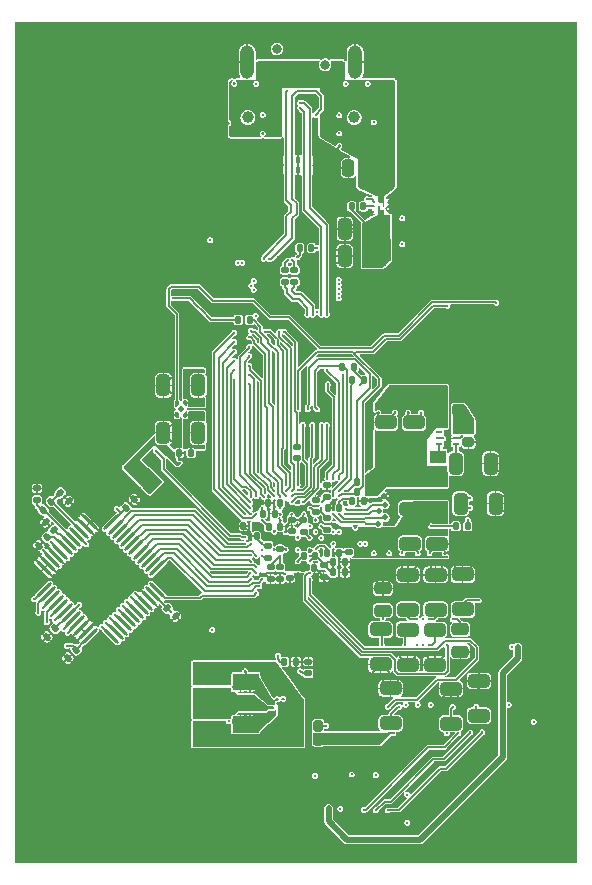
<source format=gbr>
%TF.GenerationSoftware,KiCad,Pcbnew,9.0.0*%
%TF.CreationDate,2025-03-19T22:59:48-05:00*%
%TF.ProjectId,opu_driver,6f70755f-6472-4697-9665-722e6b696361,rev?*%
%TF.SameCoordinates,Original*%
%TF.FileFunction,Copper,L4,Bot*%
%TF.FilePolarity,Positive*%
%FSLAX46Y46*%
G04 Gerber Fmt 4.6, Leading zero omitted, Abs format (unit mm)*
G04 Created by KiCad (PCBNEW 9.0.0) date 2025-03-19 22:59:48*
%MOMM*%
%LPD*%
G01*
G04 APERTURE LIST*
G04 Aperture macros list*
%AMRoundRect*
0 Rectangle with rounded corners*
0 $1 Rounding radius*
0 $2 $3 $4 $5 $6 $7 $8 $9 X,Y pos of 4 corners*
0 Add a 4 corners polygon primitive as box body*
4,1,4,$2,$3,$4,$5,$6,$7,$8,$9,$2,$3,0*
0 Add four circle primitives for the rounded corners*
1,1,$1+$1,$2,$3*
1,1,$1+$1,$4,$5*
1,1,$1+$1,$6,$7*
1,1,$1+$1,$8,$9*
0 Add four rect primitives between the rounded corners*
20,1,$1+$1,$2,$3,$4,$5,0*
20,1,$1+$1,$4,$5,$6,$7,0*
20,1,$1+$1,$6,$7,$8,$9,0*
20,1,$1+$1,$8,$9,$2,$3,0*%
%AMHorizOval*
0 Thick line with rounded ends*
0 $1 width*
0 $2 $3 position (X,Y) of the first rounded end (center of the circle)*
0 $4 $5 position (X,Y) of the second rounded end (center of the circle)*
0 Add line between two ends*
20,1,$1,$2,$3,$4,$5,0*
0 Add two circle primitives to create the rounded ends*
1,1,$1,$2,$3*
1,1,$1,$4,$5*%
%AMRotRect*
0 Rectangle, with rotation*
0 The origin of the aperture is its center*
0 $1 length*
0 $2 width*
0 $3 Rotation angle, in degrees counterclockwise*
0 Add horizontal line*
21,1,$1,$2,0,0,$3*%
%AMFreePoly0*
4,1,13,0.135355,0.205355,0.150000,0.170000,0.150000,-0.080000,0.135355,-0.115355,-0.064645,-0.315355,-0.100000,-0.330000,-0.135355,-0.315355,-0.150000,-0.280000,-0.150000,0.170000,-0.135355,0.205355,-0.100000,0.220000,0.100000,0.220000,0.135355,0.205355,0.135355,0.205355,$1*%
%AMFreePoly1*
4,1,14,0.125355,0.205355,0.140000,0.170000,0.140000,-0.230000,0.125355,-0.265355,0.090000,-0.280000,0.040000,-0.280000,0.004645,-0.265355,-0.145355,-0.115355,-0.160000,-0.080000,-0.160000,0.170000,-0.145355,0.205355,-0.110000,0.220000,0.090000,0.220000,0.125355,0.205355,0.125355,0.205355,$1*%
%AMFreePoly2*
4,1,14,0.125355,0.255355,0.140000,0.220000,0.140000,-0.180000,0.125355,-0.215355,0.090000,-0.230000,-0.110000,-0.230000,-0.145355,-0.215355,-0.160000,-0.180000,-0.160000,0.070000,-0.145355,0.105355,0.004645,0.255355,0.040000,0.270000,0.090000,0.270000,0.125355,0.255355,0.125355,0.255355,$1*%
%AMFreePoly3*
4,1,14,-0.014645,0.265355,0.135355,0.115355,0.150000,0.080000,0.150000,-0.170000,0.135355,-0.205355,0.100000,-0.220000,-0.100000,-0.220000,-0.135355,-0.205355,-0.150000,-0.170000,-0.150000,0.230000,-0.135355,0.265355,-0.100000,0.280000,-0.050000,0.280000,-0.014645,0.265355,-0.014645,0.265355,$1*%
G04 Aperture macros list end*
%TA.AperFunction,ComponentPad*%
%ADD10C,0.800000*%
%TD*%
%TA.AperFunction,ComponentPad*%
%ADD11O,1.190000X2.840000*%
%TD*%
%TA.AperFunction,ComponentPad*%
%ADD12C,1.000000*%
%TD*%
%TA.AperFunction,SMDPad,CuDef*%
%ADD13RoundRect,0.140000X0.170000X-0.140000X0.170000X0.140000X-0.170000X0.140000X-0.170000X-0.140000X0*%
%TD*%
%TA.AperFunction,SMDPad,CuDef*%
%ADD14RoundRect,0.140000X-0.140000X-0.170000X0.140000X-0.170000X0.140000X0.170000X-0.140000X0.170000X0*%
%TD*%
%TA.AperFunction,SMDPad,CuDef*%
%ADD15C,0.508000*%
%TD*%
%TA.AperFunction,SMDPad,CuDef*%
%ADD16RoundRect,0.248780X-0.451220X0.261220X-0.451220X-0.261220X0.451220X-0.261220X0.451220X0.261220X0*%
%TD*%
%TA.AperFunction,SMDPad,CuDef*%
%ADD17RoundRect,0.140000X0.140000X0.170000X-0.140000X0.170000X-0.140000X-0.170000X0.140000X-0.170000X0*%
%TD*%
%TA.AperFunction,SMDPad,CuDef*%
%ADD18RoundRect,0.250000X-0.650000X0.325000X-0.650000X-0.325000X0.650000X-0.325000X0.650000X0.325000X0*%
%TD*%
%TA.AperFunction,SMDPad,CuDef*%
%ADD19FreePoly0,180.000000*%
%TD*%
%TA.AperFunction,SMDPad,CuDef*%
%ADD20FreePoly1,180.000000*%
%TD*%
%TA.AperFunction,SMDPad,CuDef*%
%ADD21FreePoly2,180.000000*%
%TD*%
%TA.AperFunction,SMDPad,CuDef*%
%ADD22FreePoly3,180.000000*%
%TD*%
%TA.AperFunction,SMDPad,CuDef*%
%ADD23RotRect,0.450000X0.450000X135.000000*%
%TD*%
%TA.AperFunction,SMDPad,CuDef*%
%ADD24RoundRect,0.140000X-0.170000X0.140000X-0.170000X-0.140000X0.170000X-0.140000X0.170000X0.140000X0*%
%TD*%
%TA.AperFunction,SMDPad,CuDef*%
%ADD25RoundRect,0.250000X-0.325000X-0.650000X0.325000X-0.650000X0.325000X0.650000X-0.325000X0.650000X0*%
%TD*%
%TA.AperFunction,SMDPad,CuDef*%
%ADD26RoundRect,0.140000X-0.021213X0.219203X-0.219203X0.021213X0.021213X-0.219203X0.219203X-0.021213X0*%
%TD*%
%TA.AperFunction,SMDPad,CuDef*%
%ADD27R,0.550000X0.280000*%
%TD*%
%TA.AperFunction,SMDPad,CuDef*%
%ADD28RoundRect,0.250000X0.650000X-0.325000X0.650000X0.325000X-0.650000X0.325000X-0.650000X-0.325000X0*%
%TD*%
%TA.AperFunction,SMDPad,CuDef*%
%ADD29RoundRect,0.250000X-0.475000X0.250000X-0.475000X-0.250000X0.475000X-0.250000X0.475000X0.250000X0*%
%TD*%
%TA.AperFunction,SMDPad,CuDef*%
%ADD30RoundRect,0.248780X0.451220X-0.261220X0.451220X0.261220X-0.451220X0.261220X-0.451220X-0.261220X0*%
%TD*%
%TA.AperFunction,SMDPad,CuDef*%
%ADD31RoundRect,0.250000X0.325000X0.650000X-0.325000X0.650000X-0.325000X-0.650000X0.325000X-0.650000X0*%
%TD*%
%TA.AperFunction,SMDPad,CuDef*%
%ADD32RoundRect,0.250000X0.475000X-0.250000X0.475000X0.250000X-0.475000X0.250000X-0.475000X-0.250000X0*%
%TD*%
%TA.AperFunction,SMDPad,CuDef*%
%ADD33RoundRect,0.140000X0.219203X0.021213X0.021213X0.219203X-0.219203X-0.021213X-0.021213X-0.219203X0*%
%TD*%
%TA.AperFunction,SMDPad,CuDef*%
%ADD34HorizOval,0.280000X0.537401X0.537401X-0.537401X-0.537401X0*%
%TD*%
%TA.AperFunction,SMDPad,CuDef*%
%ADD35HorizOval,0.280000X-0.537401X0.537401X0.537401X-0.537401X0*%
%TD*%
%TA.AperFunction,SMDPad,CuDef*%
%ADD36RoundRect,0.140000X-0.219203X-0.021213X-0.021213X-0.219203X0.219203X0.021213X0.021213X0.219203X0*%
%TD*%
%TA.AperFunction,SMDPad,CuDef*%
%ADD37RoundRect,0.250000X0.250000X0.475000X-0.250000X0.475000X-0.250000X-0.475000X0.250000X-0.475000X0*%
%TD*%
%TA.AperFunction,SMDPad,CuDef*%
%ADD38R,0.220000X0.610000*%
%TD*%
%TA.AperFunction,SMDPad,CuDef*%
%ADD39R,0.410000X0.610000*%
%TD*%
%TA.AperFunction,SMDPad,CuDef*%
%ADD40R,1.380000X1.130000*%
%TD*%
%TA.AperFunction,SMDPad,CuDef*%
%ADD41RoundRect,0.140000X0.021213X-0.219203X0.219203X-0.021213X-0.021213X0.219203X-0.219203X0.021213X0*%
%TD*%
%TA.AperFunction,SMDPad,CuDef*%
%ADD42RoundRect,0.200000X0.200000X0.275000X-0.200000X0.275000X-0.200000X-0.275000X0.200000X-0.275000X0*%
%TD*%
%TA.AperFunction,SMDPad,CuDef*%
%ADD43RoundRect,0.200000X-0.200000X-0.275000X0.200000X-0.275000X0.200000X0.275000X-0.200000X0.275000X0*%
%TD*%
%TA.AperFunction,SMDPad,CuDef*%
%ADD44C,0.160000*%
%TD*%
%TA.AperFunction,SMDPad,CuDef*%
%ADD45RoundRect,0.200000X-0.275000X0.200000X-0.275000X-0.200000X0.275000X-0.200000X0.275000X0.200000X0*%
%TD*%
%TA.AperFunction,ViaPad*%
%ADD46C,0.250000*%
%TD*%
%TA.AperFunction,Conductor*%
%ADD47C,0.150000*%
%TD*%
%TA.AperFunction,Conductor*%
%ADD48C,0.200000*%
%TD*%
%TA.AperFunction,Conductor*%
%ADD49C,0.508000*%
%TD*%
G04 APERTURE END LIST*
D10*
%TO.P,USB1,*%
%TO.N,*%
X52869765Y-109008067D03*
X48769765Y-107658067D03*
D11*
%TO.P,USB1,EP,EP*%
%TO.N,GND*%
X55389765Y-108778067D03*
D12*
X55319765Y-113468067D03*
X46319765Y-113468067D03*
D11*
X46249765Y-108778067D03*
%TD*%
D13*
%TO.P,C44,1*%
%TO.N,+1V1*%
X51048685Y-149608587D03*
%TO.P,C44,2*%
%TO.N,GND*%
X51048685Y-148608587D03*
%TD*%
D14*
%TO.P,C45,1*%
%TO.N,+1V1*%
X50945165Y-151600000D03*
%TO.P,C45,2*%
%TO.N,GND*%
X51945165Y-151600000D03*
%TD*%
D15*
%TO.P,TP1,1,1*%
%TO.N,/EPC5_Configuration/JTAG_TMS*%
X57384463Y-146796217D03*
%TD*%
D16*
%TO.P,R34,1*%
%TO.N,Net-(C118-Pad1)*%
X44218758Y-160474273D03*
%TO.P,R34,2*%
%TO.N,/LD+*%
X44218758Y-162294273D03*
%TD*%
D13*
%TO.P,C113,1*%
%TO.N,+3V3*%
X51435439Y-160541439D03*
%TO.P,C113,2*%
%TO.N,GND*%
X51435439Y-159541441D03*
%TD*%
D17*
%TO.P,R15,1*%
%TO.N,+3V3*%
X56545164Y-144340837D03*
%TO.P,R15,2*%
%TO.N,/FPGA_CONFIG_INITN*%
X55545164Y-144340837D03*
%TD*%
D18*
%TO.P,C106,1*%
%TO.N,+1V1*%
X60045164Y-146603194D03*
%TO.P,C106,2*%
%TO.N,GND*%
X60045164Y-149563194D03*
%TD*%
D19*
%TO.P,U9,1,OUT*%
%TO.N,+2V5*%
X40975165Y-138645867D03*
D20*
%TO.P,U9,2,GND*%
%TO.N,GND*%
X40315165Y-138645867D03*
D21*
%TO.P,U9,3,EN*%
%TO.N,/Power/EN_1V1*%
X40315165Y-137695867D03*
D22*
%TO.P,U9,4,IN*%
%TO.N,+3V3*%
X40975165Y-137685867D03*
D23*
%TO.P,U9,5,EP*%
%TO.N,GND*%
X40645165Y-138165867D03*
%TD*%
D13*
%TO.P,C11,1*%
%TO.N,/TXP*%
X49448165Y-127376667D03*
%TO.P,C11,2*%
%TO.N,/TXpre_P*%
X49448165Y-126376667D03*
%TD*%
D18*
%TO.P,C85,1*%
%TO.N,+5V*%
X62142332Y-156854188D03*
%TO.P,C85,2*%
%TO.N,GND*%
X62142332Y-159814188D03*
%TD*%
D24*
%TO.P,C50,1*%
%TO.N,+1V1*%
X49051400Y-149033642D03*
%TO.P,C50,2*%
%TO.N,GND*%
X49051400Y-150033640D03*
%TD*%
D25*
%TO.P,C101,1*%
%TO.N,+5V*%
X64336201Y-146165866D03*
%TO.P,C101,2*%
%TO.N,GND*%
X67296201Y-146165866D03*
%TD*%
D26*
%TO.P,C73,1*%
%TO.N,Net-(U6-REFMS)*%
X29325224Y-149012314D03*
%TO.P,C73,2*%
%TO.N,GND*%
X28618118Y-149719420D03*
%TD*%
D17*
%TO.P,C35,1*%
%TO.N,+3V3*%
X49058036Y-146134341D03*
%TO.P,C35,2*%
%TO.N,GND*%
X48058038Y-146134341D03*
%TD*%
D24*
%TO.P,C120,1*%
%TO.N,Net-(C118-Pad1)*%
X46527282Y-159875672D03*
%TO.P,C120,2*%
%TO.N,GND*%
X46527282Y-160875670D03*
%TD*%
D13*
%TO.P,C36,1*%
%TO.N,+3V3*%
X52045165Y-146865867D03*
%TO.P,C36,2*%
%TO.N,GND*%
X52045165Y-145865867D03*
%TD*%
D27*
%TO.P,U10,1,FB*%
%TO.N,Net-(U10-FB)*%
X63938625Y-140143665D03*
%TO.P,U10,2,GND*%
%TO.N,GND*%
X63938626Y-140643665D03*
%TO.P,U10,3,VIN*%
%TO.N,+5V*%
X63938625Y-141143665D03*
%TO.P,U10,4,SW*%
%TO.N,Net-(U10-SW)*%
X62498627Y-141143665D03*
%TO.P,U10,5,EN*%
%TO.N,/Power/EN_3V3*%
X62498626Y-140643665D03*
%TO.P,U10,6,NC/PG*%
%TO.N,unconnected-(U10-NC{slash}PG-Pad6)*%
X62498627Y-140143665D03*
%TD*%
D17*
%TO.P,R14,1*%
%TO.N,+3V3*%
X56163393Y-135685168D03*
%TO.P,R14,2*%
%TO.N,/FPGA_CONFIG_SCK*%
X55163393Y-135685168D03*
%TD*%
D14*
%TO.P,C55,1*%
%TO.N,+3V3*%
X55145165Y-145965867D03*
%TO.P,C55,2*%
%TO.N,GND*%
X56145165Y-145965867D03*
%TD*%
D24*
%TO.P,C122,1*%
%TO.N,/LD+*%
X45698765Y-163474819D03*
%TO.P,C122,2*%
%TO.N,GND*%
X45698765Y-164474817D03*
%TD*%
D28*
%TO.P,C80,1*%
%TO.N,+5V*%
X58400000Y-164768315D03*
%TO.P,C80,2*%
%TO.N,GND*%
X58400000Y-161808315D03*
%TD*%
%TO.P,C87,1*%
%TO.N,+5V*%
X64509780Y-155129083D03*
%TO.P,C87,2*%
%TO.N,GND*%
X64509780Y-152169083D03*
%TD*%
D29*
%TO.P,C90,1*%
%TO.N,+3V3*%
X64308521Y-156805308D03*
%TO.P,C90,2*%
%TO.N,GND*%
X64308521Y-158705306D03*
%TD*%
D24*
%TO.P,C42,1*%
%TO.N,+1V1*%
X50988331Y-146552326D03*
%TO.P,C42,2*%
%TO.N,GND*%
X50988331Y-147552326D03*
%TD*%
D30*
%TO.P,R32,1*%
%TO.N,Net-(C118-Pad1)*%
X42310321Y-165688587D03*
%TO.P,R32,2*%
%TO.N,/LD+*%
X42310321Y-163868587D03*
%TD*%
D14*
%TO.P,C114,1*%
%TO.N,Net-(C114-Pad1)*%
X49397247Y-159554507D03*
%TO.P,C114,2*%
%TO.N,GND*%
X50397245Y-159554507D03*
%TD*%
D31*
%TO.P,C98,1*%
%TO.N,+2V5*%
X42125165Y-140165868D03*
%TO.P,C98,2*%
%TO.N,GND*%
X39165165Y-140165868D03*
%TD*%
D32*
%TO.P,C81,1*%
%TO.N,+5V*%
X57738311Y-155235167D03*
%TO.P,C81,2*%
%TO.N,GND*%
X57738311Y-153335169D03*
%TD*%
D33*
%TO.P,C72,1*%
%TO.N,Net-(U6-REF)*%
X29902407Y-148421624D03*
%TO.P,C72,2*%
%TO.N,GND*%
X29195301Y-147714518D03*
%TD*%
D16*
%TO.P,R33,1*%
%TO.N,Net-(C118-Pad1)*%
X42323619Y-160479694D03*
%TO.P,R33,2*%
%TO.N,/LD+*%
X42323619Y-162299694D03*
%TD*%
D17*
%TO.P,C49,1*%
%TO.N,+1V1*%
X48052351Y-148948599D03*
%TO.P,C49,2*%
%TO.N,GND*%
X47052351Y-148948599D03*
%TD*%
D28*
%TO.P,C89,1*%
%TO.N,+5V*%
X65873323Y-164130342D03*
%TO.P,C89,2*%
%TO.N,GND*%
X65873323Y-161170342D03*
%TD*%
D13*
%TO.P,C121,1*%
%TO.N,Net-(C118-Pad1)*%
X46523041Y-166271866D03*
%TO.P,C121,2*%
%TO.N,GND*%
X46523041Y-165271868D03*
%TD*%
D30*
%TO.P,R31,1*%
%TO.N,Net-(C118-Pad1)*%
X44218758Y-165694273D03*
%TO.P,R31,2*%
%TO.N,/LD+*%
X44218758Y-163874273D03*
%TD*%
D17*
%TO.P,C128,1*%
%TO.N,+2V5*%
X41513904Y-141874847D03*
%TO.P,C128,2*%
%TO.N,GND*%
X40513906Y-141874847D03*
%TD*%
D28*
%TO.P,C83,1*%
%TO.N,+5V*%
X59883850Y-155151563D03*
%TO.P,C83,2*%
%TO.N,GND*%
X59883850Y-152191563D03*
%TD*%
D15*
%TO.P,TP5,1,1*%
%TO.N,GND*%
X57856110Y-145511141D03*
%TD*%
D17*
%TO.P,R13,1*%
%TO.N,+3V3*%
X56545165Y-145165867D03*
%TO.P,R13,2*%
%TO.N,/FPGA_CONFIG_DONE*%
X55545165Y-145165867D03*
%TD*%
D28*
%TO.P,C79,1*%
%TO.N,+5V*%
X63506633Y-164790551D03*
%TO.P,C79,2*%
%TO.N,GND*%
X63506633Y-161830551D03*
%TD*%
D26*
%TO.P,C92,1*%
%TO.N,Net-(U6-MSV)*%
X30004260Y-156741306D03*
%TO.P,C92,2*%
%TO.N,GND*%
X29297154Y-157448412D03*
%TD*%
D18*
%TO.P,C82,1*%
%TO.N,+5V*%
X57549500Y-156819992D03*
%TO.P,C82,2*%
%TO.N,GND*%
X57549500Y-159779992D03*
%TD*%
D24*
%TO.P,C41,1*%
%TO.N,+2V5*%
X53046667Y-147362987D03*
%TO.P,C41,2*%
%TO.N,GND*%
X53046667Y-148362987D03*
%TD*%
%TO.P,C51,1*%
%TO.N,+1V1*%
X50031627Y-146548736D03*
%TO.P,C51,2*%
%TO.N,GND*%
X50031627Y-147548736D03*
%TD*%
D13*
%TO.P,C48,1*%
%TO.N,+1V1*%
X50045165Y-149465867D03*
%TO.P,C48,2*%
%TO.N,GND*%
X50045165Y-148465867D03*
%TD*%
D34*
%TO.P,U6,1,AVDD*%
%TO.N,+5V*%
X32925926Y-157374193D03*
%TO.P,U6,2,AGND*%
%TO.N,GND*%
X32572373Y-157020640D03*
%TO.P,U6,3,AGND*%
X32218819Y-156667086D03*
%TO.P,U6,4,CH0*%
%TO.N,/ADC_CH0*%
X31865266Y-156313533D03*
%TO.P,U6,5,CH1*%
%TO.N,/ADC_CH1*%
X31511713Y-155959980D03*
%TO.P,U6,6,MSV*%
%TO.N,Net-(U6-MSV)*%
X31158159Y-155606426D03*
%TO.P,U6,7,CH2*%
%TO.N,/ADC_CH2*%
X30804606Y-155252873D03*
%TO.P,U6,8,CH3*%
%TO.N,/ADC_CH3*%
X30451052Y-154899319D03*
%TO.P,U6,9,CH4*%
%TO.N,/ADC_CH4*%
X30097499Y-154545766D03*
%TO.P,U6,10,CH5*%
%TO.N,/ADC_CH5*%
X29743946Y-154192213D03*
%TO.P,U6,11,CH6*%
%TO.N,/ADC_CH6*%
X29390392Y-153838659D03*
%TO.P,U6,12,CH7*%
%TO.N,/ADC_CH7*%
X29036839Y-153485106D03*
D35*
%TO.P,U6,13,INTCLK/~{EXTCLK}*%
%TO.N,GND*%
X29036839Y-151646628D03*
%TO.P,U6,14,AGND*%
X29390392Y-151293075D03*
%TO.P,U6,15,AVDD*%
%TO.N,+5V*%
X29743946Y-150939521D03*
%TO.P,U6,16,AGND*%
%TO.N,GND*%
X30097499Y-150585968D03*
%TO.P,U6,17,AVDD*%
%TO.N,+5V*%
X30451052Y-150232415D03*
%TO.P,U6,18,REFMS*%
%TO.N,Net-(U6-REFMS)*%
X30804606Y-149878861D03*
%TO.P,U6,19,REF*%
%TO.N,Net-(U6-REF)*%
X31158159Y-149525308D03*
%TO.P,U6,20,REF+*%
%TO.N,Net-(U6-REF+)*%
X31511713Y-149171754D03*
%TO.P,U6,21,COM*%
%TO.N,Net-(U6-COM)*%
X31865266Y-148818201D03*
%TO.P,U6,22,REF-*%
%TO.N,Net-(U6-REF-)*%
X32218819Y-148464648D03*
%TO.P,U6,23,AGND*%
%TO.N,GND*%
X32572373Y-148111094D03*
%TO.P,U6,24,DGND*%
X32925926Y-147757541D03*
D34*
%TO.P,U6,25,DVDD*%
%TO.N,+3V3*%
X34764404Y-147757541D03*
%TO.P,U6,26,D0*%
%TO.N,/ADC_D0*%
X35117957Y-148111094D03*
%TO.P,U6,27,D1*%
%TO.N,/ADC_D1*%
X35471511Y-148464648D03*
%TO.P,U6,28,D2*%
%TO.N,/ADC_D2*%
X35825064Y-148818201D03*
%TO.P,U6,29,D3*%
%TO.N,/ADC_D3*%
X36178617Y-149171754D03*
%TO.P,U6,30,D4*%
%TO.N,/ADC_D4*%
X36532171Y-149525308D03*
%TO.P,U6,31,D5*%
%TO.N,/ADC_D5*%
X36885724Y-149878861D03*
%TO.P,U6,32,D6*%
%TO.N,/ADC_D6*%
X37239278Y-150232415D03*
%TO.P,U6,33,D7*%
%TO.N,/ADC_D7*%
X37592831Y-150585968D03*
%TO.P,U6,34,D8*%
%TO.N,/ADC_D8*%
X37946384Y-150939521D03*
%TO.P,U6,35,D9*%
%TO.N,/ADC_D9*%
X38299938Y-151293075D03*
%TO.P,U6,36,D10*%
%TO.N,/ADC_D10*%
X38653491Y-151646628D03*
D35*
%TO.P,U6,37,D11*%
%TO.N,/ADC_D11*%
X38653491Y-153485106D03*
%TO.P,U6,38,DVDD*%
%TO.N,+3V3*%
X38299938Y-153838659D03*
%TO.P,U6,39,DGND*%
%TO.N,GND*%
X37946384Y-154192213D03*
%TO.P,U6,40,~{EOC}*%
%TO.N,/ADC_EOC_L*%
X37592831Y-154545766D03*
%TO.P,U6,41,~{EOLC}*%
%TO.N,/ADC_EOLC_L*%
X37239278Y-154899319D03*
%TO.P,U6,42,~{RD}*%
%TO.N,/ADC_RD_L*%
X36885724Y-155252873D03*
%TO.P,U6,43,~{WR}*%
%TO.N,/ADC_WR_L*%
X36532171Y-155606426D03*
%TO.P,U6,44,~{CS}*%
%TO.N,/ADC_CS_L*%
X36178617Y-155959980D03*
%TO.P,U6,45,CONVST*%
%TO.N,/ADC_CONVST*%
X35825064Y-156313533D03*
%TO.P,U6,46,CLK*%
%TO.N,/ADC_CLK*%
X35471511Y-156667086D03*
%TO.P,U6,47,SHDN*%
%TO.N,/ADC_SHDN*%
X35117957Y-157020640D03*
%TO.P,U6,48,~{CHSHDN}*%
%TO.N,/ADC_CHSHD_L*%
X34764404Y-157374193D03*
%TD*%
D13*
%TO.P,C12,1*%
%TO.N,/TXN*%
X50260965Y-127376667D03*
%TO.P,C12,2*%
%TO.N,/TXpre_N*%
X50260965Y-126376667D03*
%TD*%
D24*
%TO.P,C59,1*%
%TO.N,+3V3*%
X49052453Y-151559591D03*
%TO.P,C59,2*%
%TO.N,GND*%
X49052453Y-152559591D03*
%TD*%
D36*
%TO.P,C68,1*%
%TO.N,Net-(U6-REF-)*%
X30423256Y-145247772D03*
%TO.P,C68,2*%
%TO.N,GND*%
X31130362Y-145954878D03*
%TD*%
D24*
%TO.P,C47,1*%
%TO.N,+1V1*%
X54860130Y-149300001D03*
%TO.P,C47,2*%
%TO.N,GND*%
X54860130Y-150299999D03*
%TD*%
D14*
%TO.P,C40,1*%
%TO.N,+2V5*%
X47578814Y-147008104D03*
%TO.P,C40,2*%
%TO.N,GND*%
X48578814Y-147008104D03*
%TD*%
D37*
%TO.P,C4,1*%
%TO.N,/VBUS*%
X56725064Y-117744030D03*
%TO.P,C4,2*%
%TO.N,GND*%
X54825066Y-117744030D03*
%TD*%
D14*
%TO.P,C53,1*%
%TO.N,+2V5*%
X53044955Y-150328147D03*
%TO.P,C53,2*%
%TO.N,GND*%
X54044955Y-150328147D03*
%TD*%
D13*
%TO.P,C69,1*%
%TO.N,Net-(U6-REF+)*%
X28451184Y-145871646D03*
%TO.P,C69,2*%
%TO.N,GND*%
X28451184Y-144871648D03*
%TD*%
D18*
%TO.P,C105,1*%
%TO.N,+1V1*%
X62352628Y-146618123D03*
%TO.P,C105,2*%
%TO.N,GND*%
X62352628Y-149578123D03*
%TD*%
D15*
%TO.P,TP4,1,1*%
%TO.N,/EPC5_Configuration/JTAG_TCK*%
X57935053Y-147340328D03*
%TD*%
D14*
%TO.P,C38,1*%
%TO.N,+3V3*%
X53559244Y-151126519D03*
%TO.P,C38,2*%
%TO.N,GND*%
X54559244Y-151126519D03*
%TD*%
D38*
%TO.P,D3,1,I/O*%
%TO.N,/CC2*%
X49565765Y-117094067D03*
%TO.P,D3,2,I/O*%
%TO.N,/CC1*%
X50065765Y-117094067D03*
D39*
%TO.P,D3,3,GND*%
%TO.N,GND*%
X50565765Y-117094067D03*
D38*
%TO.P,D3,4,I/O*%
%TO.N,/D_-*%
X51065765Y-117094067D03*
%TO.P,D3,5,I/O*%
%TO.N,/D_+*%
X51565765Y-117094067D03*
%TO.P,D3,6,N/C*%
X51565765Y-117914067D03*
%TO.P,D3,7,N/C*%
%TO.N,/D_-*%
X51065765Y-117914067D03*
D39*
%TO.P,D3,8,GND*%
%TO.N,GND*%
X50565765Y-117914067D03*
D38*
%TO.P,D3,9,N/C*%
%TO.N,/CC1*%
X50065765Y-117914067D03*
%TO.P,D3,10,N/C*%
%TO.N,/CC2*%
X49565765Y-117914067D03*
%TD*%
D25*
%TO.P,C99,1*%
%TO.N,+5V*%
X63913625Y-142773664D03*
%TO.P,C99,2*%
%TO.N,GND*%
X66873625Y-142773664D03*
%TD*%
D13*
%TO.P,C52,1*%
%TO.N,+2V5*%
X48049224Y-150741120D03*
%TO.P,C52,2*%
%TO.N,GND*%
X48049224Y-149741120D03*
%TD*%
D24*
%TO.P,R46,1*%
%TO.N,/HRCLK_1*%
X50434890Y-141336509D03*
%TO.P,R46,2*%
%TO.N,Net-(U4E-PL44A)*%
X50434890Y-142336507D03*
%TD*%
D26*
%TO.P,C74,1*%
%TO.N,+5V*%
X31779945Y-158537224D03*
%TO.P,C74,2*%
%TO.N,GND*%
X31072839Y-159244330D03*
%TD*%
D28*
%TO.P,C104,1*%
%TO.N,+3V3*%
X60393626Y-142253664D03*
%TO.P,C104,2*%
%TO.N,GND*%
X60393626Y-139293664D03*
%TD*%
D14*
%TO.P,C39,1*%
%TO.N,+3V3*%
X48072587Y-148115257D03*
%TO.P,C39,2*%
%TO.N,GND*%
X49072585Y-148115257D03*
%TD*%
D40*
%TO.P,L2,1,1*%
%TO.N,Net-(U10-SW)*%
X62393625Y-142203664D03*
%TO.P,L2,2,2*%
%TO.N,+3V3*%
X62393625Y-144143666D03*
%TD*%
D17*
%TO.P,R1,1*%
%TO.N,Net-(U2-DIR)*%
X51700765Y-124539867D03*
%TO.P,R1,2*%
%TO.N,+3V3*%
X50700765Y-124539867D03*
%TD*%
D24*
%TO.P,C123,1*%
%TO.N,/LD+*%
X46510321Y-163478588D03*
%TO.P,C123,2*%
%TO.N,GND*%
X46510321Y-164478586D03*
%TD*%
D41*
%TO.P,C65,1*%
%TO.N,+3V3*%
X35995575Y-146523569D03*
%TO.P,C65,2*%
%TO.N,GND*%
X36702681Y-145816463D03*
%TD*%
D13*
%TO.P,C124,1*%
%TO.N,/LD+*%
X46508765Y-162678586D03*
%TO.P,C124,2*%
%TO.N,GND*%
X46508765Y-161678588D03*
%TD*%
D24*
%TO.P,C43,1*%
%TO.N,+1V1*%
X49876204Y-151443253D03*
%TO.P,C43,2*%
%TO.N,GND*%
X49876204Y-152443253D03*
%TD*%
%TO.P,C56,1*%
%TO.N,+3V3*%
X52737425Y-151400879D03*
%TO.P,C56,2*%
%TO.N,GND*%
X52737425Y-152400877D03*
%TD*%
D17*
%TO.P,R16,1*%
%TO.N,+3V3*%
X55290479Y-134636263D03*
%TO.P,R16,2*%
%TO.N,/FPGA_CONFIG_PROG*%
X54290479Y-134636263D03*
%TD*%
D36*
%TO.P,C63,1*%
%TO.N,+3V3*%
X39491612Y-155012314D03*
%TO.P,C63,2*%
%TO.N,GND*%
X40198718Y-155719420D03*
%TD*%
D42*
%TO.P,R38,1*%
%TO.N,+5V*%
X52265166Y-164965867D03*
%TO.P,R38,2*%
%TO.N,Net-(C118-Pad1)*%
X50625164Y-164965867D03*
%TD*%
D24*
%TO.P,C60,1*%
%TO.N,+3V3*%
X48234058Y-151561459D03*
%TO.P,C60,2*%
%TO.N,GND*%
X48234058Y-152561459D03*
%TD*%
D14*
%TO.P,R8,1*%
%TO.N,+5V*%
X55100000Y-121011966D03*
%TO.P,R8,2*%
%TO.N,Net-(U3-~{ACK})*%
X56100000Y-121011966D03*
%TD*%
D43*
%TO.P,R19,1*%
%TO.N,+3V3*%
X62411457Y-138246951D03*
%TO.P,R19,2*%
%TO.N,Net-(U10-FB)*%
X64051459Y-138246951D03*
%TD*%
D44*
%TO.P,U3,A1,GND*%
%TO.N,GND*%
X57000000Y-121400000D03*
%TO.P,U3,A2,VBUS_SYS*%
%TO.N,+5V*%
X57400000Y-121400000D03*
%TO.P,U3,A3,VBUS_SYS*%
X57800000Y-121400000D03*
%TO.P,U3,A4,GND*%
%TO.N,GND*%
X58200000Y-121400000D03*
%TO.P,U3,B1,~{ACK}*%
%TO.N,Net-(U3-~{ACK})*%
X57000000Y-121000000D03*
%TO.P,U3,B2,VBUS_SYS*%
%TO.N,+5V*%
X57400000Y-121000000D03*
%TO.P,U3,B3,VBUS_CON*%
%TO.N,/VBUS*%
X57800000Y-121000000D03*
%TO.P,U3,B4,GND*%
%TO.N,GND*%
X58200000Y-121000000D03*
%TO.P,U3,C1,~{EN}*%
%TO.N,/Power/EN_5V0_L*%
X57000000Y-120600000D03*
%TO.P,U3,C2,VBUS_CON*%
%TO.N,/VBUS*%
X57400000Y-120600000D03*
%TO.P,U3,C3,VBUS_CON*%
X57800000Y-120600000D03*
%TO.P,U3,C4,GND*%
%TO.N,GND*%
X58200000Y-120600000D03*
%TD*%
D42*
%TO.P,R39,1*%
%TO.N,/motor_led_source*%
X52265166Y-166165867D03*
%TO.P,R39,2*%
%TO.N,Net-(C118-Pad1)*%
X50625164Y-166165867D03*
%TD*%
D13*
%TO.P,C125,1*%
%TO.N,/LD+*%
X45698765Y-162678586D03*
%TO.P,C125,2*%
%TO.N,GND*%
X45698765Y-161678588D03*
%TD*%
D17*
%TO.P,C37,1*%
%TO.N,+3V3*%
X52028964Y-150600000D03*
%TO.P,C37,2*%
%TO.N,GND*%
X51028964Y-150600000D03*
%TD*%
D15*
%TO.P,TP2,1,1*%
%TO.N,/EPC5_Configuration/JTAG_TDI*%
X57375500Y-147872833D03*
%TD*%
D14*
%TO.P,C61,1*%
%TO.N,+3V3*%
X53545165Y-151990047D03*
%TO.P,C61,2*%
%TO.N,GND*%
X54545165Y-151990047D03*
%TD*%
D13*
%TO.P,C62,1*%
%TO.N,+3V3*%
X52981941Y-145628147D03*
%TO.P,C62,2*%
%TO.N,GND*%
X52981941Y-144628147D03*
%TD*%
%TO.P,C118,1*%
%TO.N,Net-(C118-Pad1)*%
X45723042Y-166271866D03*
%TO.P,C118,2*%
%TO.N,GND*%
X45723042Y-165271868D03*
%TD*%
D17*
%TO.P,R10,1*%
%TO.N,+5V*%
X64922278Y-148087563D03*
%TO.P,R10,2*%
%TO.N,/Power/EN_1V1*%
X63922280Y-148087563D03*
%TD*%
D15*
%TO.P,TP3,1,1*%
%TO.N,/EPC5_Configuration/JTAG_TDO*%
X57936374Y-146260064D03*
%TD*%
D14*
%TO.P,C94,1*%
%TO.N,+3V3*%
X62931459Y-139246951D03*
%TO.P,C94,2*%
%TO.N,Net-(U10-FB)*%
X63931457Y-139246951D03*
%TD*%
D17*
%TO.P,C46,1*%
%TO.N,+1V1*%
X46945165Y-148069760D03*
%TO.P,C46,2*%
%TO.N,GND*%
X45945165Y-148069760D03*
%TD*%
D31*
%TO.P,C97,1*%
%TO.N,+3V3*%
X42125165Y-136165866D03*
%TO.P,C97,2*%
%TO.N,GND*%
X39165165Y-136165866D03*
%TD*%
%TO.P,C1,1*%
%TO.N,+5V*%
X57483117Y-122903874D03*
%TO.P,C1,2*%
%TO.N,GND*%
X54523117Y-122903874D03*
%TD*%
D41*
%TO.P,C70,1*%
%TO.N,Net-(U6-REF+)*%
X28982812Y-146697500D03*
%TO.P,C70,2*%
%TO.N,Net-(U6-REF-)*%
X29689918Y-145990394D03*
%TD*%
D17*
%TO.P,C54,1*%
%TO.N,+3V3*%
X54072586Y-146538319D03*
%TO.P,C54,2*%
%TO.N,GND*%
X53072586Y-146538319D03*
%TD*%
D18*
%TO.P,C86,1*%
%TO.N,+5V*%
X59845165Y-156833699D03*
%TO.P,C86,2*%
%TO.N,GND*%
X59845165Y-159793699D03*
%TD*%
D24*
%TO.P,C119,1*%
%TO.N,Net-(C118-Pad1)*%
X45682054Y-159878587D03*
%TO.P,C119,2*%
%TO.N,GND*%
X45682054Y-160878585D03*
%TD*%
D45*
%TO.P,R22,1*%
%TO.N,Net-(U10-FB)*%
X64993626Y-139353663D03*
%TO.P,R22,2*%
%TO.N,GND*%
X64993626Y-140993665D03*
%TD*%
D28*
%TO.P,C103,1*%
%TO.N,+3V3*%
X57993626Y-142253664D03*
%TO.P,C103,2*%
%TO.N,GND*%
X57993626Y-139293664D03*
%TD*%
%TO.P,C84,1*%
%TO.N,+5V*%
X62212208Y-155151563D03*
%TO.P,C84,2*%
%TO.N,GND*%
X62212208Y-152191563D03*
%TD*%
D31*
%TO.P,C2,1*%
%TO.N,+5V*%
X57480000Y-125200000D03*
%TO.P,C2,2*%
%TO.N,GND*%
X54520000Y-125200000D03*
%TD*%
D14*
%TO.P,R40,1*%
%TO.N,Net-(R40-Pad1)*%
X45500000Y-130600000D03*
%TO.P,R40,2*%
%TO.N,/HD0*%
X46500000Y-130600000D03*
%TD*%
D46*
%TO.N,GND*%
X56400000Y-145800000D03*
X45400000Y-106200000D03*
X60982296Y-159796915D03*
X60107478Y-128985967D03*
X56645165Y-155965867D03*
X64800000Y-122008960D03*
X72259110Y-160884520D03*
X38661582Y-142516003D03*
X47145165Y-171400000D03*
X52539061Y-150557064D03*
X27400000Y-175800000D03*
X65845165Y-159765867D03*
X29600000Y-106200000D03*
X47043405Y-151068534D03*
X49044926Y-147067138D03*
X54200000Y-175800000D03*
X27400000Y-163000000D03*
X44145668Y-172170516D03*
X53544929Y-150569271D03*
X42000000Y-106200000D03*
X36400000Y-106200000D03*
X27400000Y-111400000D03*
X44200000Y-106200000D03*
X56400000Y-175800000D03*
X55311643Y-123163094D03*
X47155996Y-136161173D03*
X58233842Y-152615926D03*
X44545965Y-120806067D03*
X45434965Y-123752467D03*
X73600000Y-145000000D03*
X55845165Y-127365867D03*
X33000000Y-106200000D03*
X27400000Y-110000000D03*
X31479342Y-146325193D03*
X36309660Y-139723804D03*
X54604365Y-110620667D03*
X27400000Y-165600000D03*
X49643316Y-137503292D03*
X27400000Y-121800000D03*
X73600000Y-119200000D03*
X56445731Y-138191938D03*
X55076690Y-151131212D03*
X47568565Y-114811667D03*
X33869784Y-156152026D03*
X73600000Y-115200000D03*
X48445165Y-136165867D03*
X64429759Y-140474895D03*
X27400000Y-171800000D03*
X51548915Y-148071970D03*
X64600000Y-106200000D03*
X27400000Y-152800000D03*
X55967658Y-135127184D03*
X73600000Y-164400000D03*
X62992324Y-150379772D03*
X73600000Y-168200000D03*
X73600000Y-136000000D03*
X73600000Y-114000000D03*
X53845165Y-129365867D03*
X27400000Y-129600000D03*
X44000000Y-175800000D03*
X64141569Y-162632721D03*
X48545166Y-144565868D03*
X69668694Y-158217590D03*
X53043079Y-153051385D03*
X53536126Y-148568801D03*
X66600000Y-175800000D03*
X49645165Y-121165867D03*
X55145165Y-172088968D03*
X38400000Y-175800000D03*
X54070965Y-113287667D03*
X36373620Y-153682457D03*
X58600000Y-175800000D03*
X27400000Y-140000000D03*
X27400000Y-160600000D03*
X48805165Y-162725867D03*
X73600000Y-123000000D03*
X50548334Y-149062697D03*
X47041893Y-161686471D03*
X59337797Y-151337708D03*
X33800000Y-175800000D03*
X35200000Y-106200000D03*
X53692521Y-124689744D03*
X47060240Y-165283958D03*
X48545172Y-146568017D03*
X59884838Y-138449820D03*
X73600000Y-149000000D03*
X73600000Y-131000000D03*
X49600000Y-175800000D03*
X53587326Y-147538319D03*
X70956863Y-160884680D03*
X47600000Y-106200000D03*
X54070965Y-115878467D03*
X27400000Y-149000000D03*
X67800000Y-106200000D03*
X49487400Y-141697104D03*
X60000000Y-106200000D03*
X68800000Y-175800000D03*
X53145165Y-171434133D03*
X52045165Y-147565867D03*
X44144551Y-171425684D03*
X60800000Y-175800000D03*
X63400000Y-106200000D03*
X38118640Y-141965867D03*
X73600000Y-112600000D03*
X27400000Y-150200000D03*
X61695462Y-150380229D03*
X53690345Y-125764699D03*
X56982127Y-135651252D03*
X49645165Y-134965867D03*
X31800000Y-106200000D03*
X51206253Y-123742767D03*
X72400000Y-106200000D03*
X53546336Y-146066370D03*
X53000000Y-175800000D03*
X52540603Y-148076638D03*
X35280990Y-154706553D03*
X35000000Y-175800000D03*
X54845165Y-129365867D03*
X51045165Y-144565867D03*
X62200000Y-106200000D03*
X73600000Y-155400000D03*
X47134892Y-164589719D03*
X52536126Y-150061175D03*
X46546206Y-149061680D03*
X72200000Y-175800000D03*
X54070965Y-114811667D03*
X56966565Y-113871867D03*
X73600000Y-158000000D03*
X27400000Y-119200000D03*
X50532716Y-111865432D03*
X31765903Y-147328083D03*
X48600000Y-175800000D03*
X51845165Y-127765867D03*
X27400000Y-159200000D03*
X73600000Y-173200000D03*
X50951303Y-133638438D03*
X39964513Y-140844889D03*
X37600000Y-106200000D03*
X48045165Y-147565867D03*
X39245165Y-146365867D03*
X47155996Y-137516045D03*
X71249678Y-167256457D03*
X27400000Y-158000000D03*
X27400000Y-128400000D03*
X59196431Y-158991135D03*
X60499930Y-158991823D03*
X55045165Y-128965867D03*
X60971736Y-161898245D03*
X73600000Y-108800000D03*
X39964838Y-139510527D03*
X51000000Y-106200000D03*
X55600000Y-106200000D03*
X58245165Y-131365867D03*
X68093138Y-145511874D03*
X58779562Y-138456267D03*
X49537949Y-148571680D03*
X47568565Y-115903867D03*
X59145165Y-155965867D03*
X48547297Y-148547297D03*
X53547393Y-152562462D03*
X52537758Y-149067098D03*
X49645165Y-133650342D03*
X73600000Y-138600000D03*
X46039296Y-145064146D03*
X61526035Y-159014600D03*
X39964056Y-136821945D03*
X27400000Y-147600000D03*
X27400000Y-134800000D03*
X70000000Y-106200000D03*
X27400000Y-120400000D03*
X57600000Y-175800000D03*
X50953649Y-134961717D03*
X53541995Y-149565866D03*
X32138788Y-146955199D03*
X65305306Y-158705306D03*
X46108149Y-164108914D03*
X48551159Y-150058295D03*
X56445165Y-126565867D03*
X31600000Y-175800000D03*
X59262143Y-130650475D03*
X59000000Y-161003411D03*
X54040818Y-148568801D03*
X48727884Y-128652746D03*
X46400000Y-175800000D03*
X58845165Y-126565867D03*
X34000000Y-106200000D03*
X57245165Y-126565867D03*
X65400000Y-175800000D03*
X47568565Y-113262267D03*
X49891698Y-125928906D03*
X36029394Y-154000000D03*
X60112618Y-127307016D03*
X57063070Y-131486261D03*
X58800000Y-106200000D03*
X45200000Y-175800000D03*
X55320127Y-132411966D03*
X50565765Y-116691267D03*
X38118640Y-142518317D03*
X58983191Y-130982541D03*
X40600000Y-175800000D03*
X57800000Y-161000000D03*
X69000000Y-106200000D03*
X34969768Y-155108620D03*
X34219309Y-155805928D03*
X50023584Y-147072141D03*
X39600000Y-175800000D03*
X35445165Y-150965867D03*
X46831965Y-124142767D03*
X40561166Y-156078501D03*
X68097072Y-146801087D03*
X27400000Y-164400000D03*
X57445165Y-131365867D03*
X43000000Y-106200000D03*
X28459844Y-145365046D03*
X56993238Y-150371429D03*
X73600000Y-134800000D03*
X44647565Y-113948067D03*
X48045165Y-146565867D03*
X56600000Y-106200000D03*
X27400000Y-108800000D03*
X28592453Y-150497035D03*
X73600000Y-151600000D03*
X65702630Y-128302630D03*
X52043009Y-148563711D03*
X30800000Y-106200000D03*
X61000000Y-106200000D03*
X65690635Y-140975491D03*
X58515285Y-121400000D03*
X48654551Y-122115807D03*
X58236821Y-160582553D03*
X59800000Y-175800000D03*
X49800000Y-106200000D03*
X51054196Y-147072141D03*
X36645165Y-151365867D03*
X52403448Y-132257642D03*
X45150693Y-160895514D03*
X27400000Y-168200000D03*
X73600000Y-175800000D03*
X28400000Y-175800000D03*
X27400000Y-167000000D03*
X47004963Y-164162516D03*
X41348361Y-157099702D03*
X60100625Y-126765732D03*
X69800000Y-175800000D03*
X60086810Y-129526896D03*
X65166367Y-151369575D03*
X52403448Y-134965867D03*
X27400000Y-123000000D03*
X60974389Y-138462714D03*
X37446573Y-140785322D03*
X52402927Y-133629767D03*
X52000000Y-106200000D03*
X33014116Y-155874091D03*
X27400000Y-156600000D03*
X70100000Y-120900000D03*
X53445165Y-130165867D03*
X50565765Y-118367667D03*
X73600000Y-150200000D03*
X73600000Y-107400000D03*
X73600000Y-171800000D03*
X27400000Y-136000000D03*
X46600000Y-106200000D03*
X47045165Y-152565867D03*
X27400000Y-161800000D03*
X50551268Y-151062226D03*
X54045165Y-130965867D03*
X55445165Y-128165867D03*
X47738319Y-123742767D03*
X73600000Y-128400000D03*
X47156912Y-133639783D03*
X54245165Y-130565867D03*
X58288033Y-150367257D03*
X67674366Y-142124150D03*
X40645165Y-138165867D03*
X27400000Y-112600000D03*
X39948174Y-138637827D03*
X61491801Y-131508199D03*
X45164762Y-161698027D03*
X73600000Y-111400000D03*
X60112618Y-127857003D03*
X45187375Y-165272901D03*
X38600000Y-106200000D03*
X73600000Y-154000000D03*
X27400000Y-124400000D03*
X73600000Y-174400000D03*
X37400000Y-175800000D03*
X73600000Y-137400000D03*
X55318221Y-122600000D03*
X73600000Y-167000000D03*
X29400000Y-175800000D03*
X51535130Y-150069036D03*
X73600000Y-127000000D03*
X73600000Y-121800000D03*
X27400000Y-132200000D03*
X73600000Y-106200000D03*
X46041252Y-152064146D03*
X49645165Y-136165867D03*
X73600000Y-160600000D03*
X57254898Y-152608973D03*
X37059308Y-145457404D03*
X56845165Y-126565867D03*
X55820097Y-132128039D03*
X67400000Y-166000000D03*
X73600000Y-159200000D03*
X54645165Y-129765867D03*
X54539387Y-146071147D03*
X63540000Y-115000000D03*
X73600000Y-124400000D03*
X71200000Y-106200000D03*
X27400000Y-155400000D03*
X47152462Y-134958450D03*
X50851725Y-121667500D03*
X40491843Y-142414589D03*
X60112618Y-128401850D03*
X27400000Y-127000000D03*
X46222365Y-123752467D03*
X59245165Y-126565867D03*
X28600000Y-106200000D03*
X27400000Y-137400000D03*
X73600000Y-110000000D03*
X32800000Y-175800000D03*
X27400000Y-114000000D03*
X27400000Y-116600000D03*
X55067304Y-151991611D03*
X51800000Y-175800000D03*
X47568565Y-117732667D03*
X63847019Y-151368648D03*
X37178784Y-153400000D03*
X27400000Y-146400000D03*
X62836821Y-162626355D03*
X29548257Y-148059334D03*
X36200000Y-175800000D03*
X49305165Y-162705867D03*
X51556250Y-149071500D03*
X50948412Y-136165867D03*
X55245165Y-128565867D03*
X66800000Y-106200000D03*
X73600000Y-143800000D03*
X27400000Y-133600000D03*
X48442036Y-133643846D03*
X41352085Y-156283039D03*
X54400000Y-106200000D03*
X31045165Y-151965867D03*
X60256593Y-118799999D03*
X42800000Y-175800000D03*
X27400000Y-145000000D03*
X49047606Y-152070513D03*
X73600000Y-129600000D03*
X50546543Y-146065619D03*
X38125287Y-143020751D03*
X35045165Y-149765867D03*
X45245165Y-129565867D03*
X27400000Y-143800000D03*
X59399431Y-150368339D03*
X56458565Y-110620667D03*
X27400000Y-117800000D03*
X61945165Y-132837943D03*
X27400000Y-174400000D03*
X52222690Y-124133467D03*
X57354764Y-138469161D03*
X28260331Y-150870917D03*
X47405602Y-153556594D03*
X62780176Y-151316589D03*
X56684967Y-131681283D03*
X30600000Y-175800000D03*
X30707262Y-159580467D03*
X50800000Y-175800000D03*
X56045165Y-126965867D03*
X62797861Y-159014600D03*
X63445165Y-160765867D03*
X58445165Y-126565867D03*
X60530013Y-151334102D03*
X57845165Y-131365867D03*
X48445165Y-134959371D03*
X27400000Y-154000000D03*
X73600000Y-147600000D03*
X47151303Y-132256361D03*
X58800000Y-121005602D03*
X61789543Y-151326931D03*
X62000000Y-175800000D03*
X73600000Y-120400000D03*
X73600000Y-146400000D03*
X27400000Y-141200000D03*
X64400000Y-175800000D03*
X55645165Y-127765867D03*
X56600000Y-121600000D03*
X27400000Y-115200000D03*
X58645165Y-131365867D03*
X73600000Y-116600000D03*
X58045165Y-126565867D03*
X73600000Y-133600000D03*
X68139057Y-158210637D03*
X47400000Y-175800000D03*
X73600000Y-170800000D03*
X45157224Y-164475413D03*
X49532666Y-150058295D03*
X50145165Y-171400000D03*
X39966142Y-135506311D03*
X65600000Y-106200000D03*
X53541995Y-150074905D03*
X73600000Y-140000000D03*
X50544929Y-148064146D03*
X73600000Y-161800000D03*
X49546885Y-148057806D03*
X46999294Y-146296380D03*
X27400000Y-142600000D03*
X57645165Y-126565867D03*
X27400000Y-131000000D03*
X53045165Y-145065867D03*
X73600000Y-165600000D03*
X73600000Y-117800000D03*
X47545446Y-149561224D03*
X27400000Y-107400000D03*
X50907173Y-159545841D03*
X54466727Y-159093771D03*
X48431085Y-132257925D03*
X57800000Y-106200000D03*
X37588991Y-142518317D03*
X35845165Y-150565867D03*
X49634735Y-132253471D03*
X73600000Y-156600000D03*
X64445165Y-147765867D03*
X49092565Y-116665867D03*
X27400000Y-173200000D03*
X28949128Y-157813885D03*
X48464632Y-137508854D03*
X27400000Y-169600000D03*
X54070965Y-117707267D03*
X65835235Y-161900621D03*
X29299679Y-149784639D03*
X46102730Y-160360623D03*
X38355431Y-139431267D03*
X50544819Y-150060233D03*
X52597765Y-116640467D03*
X71000000Y-175800000D03*
X58518791Y-120601655D03*
X73600000Y-132200000D03*
X47068276Y-160913849D03*
X67676213Y-143418816D03*
X63200000Y-175800000D03*
X59548599Y-130341745D03*
X41800000Y-130200000D03*
X27400000Y-170800000D03*
X67600000Y-175800000D03*
X73600000Y-163000000D03*
X52407620Y-136170560D03*
X27400000Y-138600000D03*
X50540601Y-113017333D03*
X48800000Y-106200000D03*
X37078736Y-141124771D03*
X44373747Y-156861547D03*
X66148412Y-148410995D03*
X45155565Y-110620667D03*
X27400000Y-151600000D03*
X55400000Y-148200000D03*
X50960689Y-132250342D03*
X27400000Y-125600000D03*
X39800000Y-106200000D03*
X48873565Y-125327267D03*
X59849224Y-130007778D03*
X62645165Y-165565867D03*
X41800000Y-175800000D03*
X73600000Y-142600000D03*
X60710984Y-150364939D03*
X50545219Y-152068058D03*
X50939026Y-137501966D03*
X73600000Y-152800000D03*
X49045165Y-147565867D03*
X47009765Y-110620667D03*
X71249678Y-170030662D03*
X73600000Y-141200000D03*
X73600000Y-125600000D03*
X40800000Y-106200000D03*
X55400000Y-175800000D03*
X27400000Y-106200000D03*
X53200000Y-106200000D03*
X56882948Y-160578381D03*
X52403448Y-137511635D03*
X54445165Y-130165867D03*
X56272423Y-131886455D03*
X46122249Y-158754387D03*
X37170970Y-144885362D03*
X73600000Y-169600000D03*
X59725104Y-126567748D03*
%TO.N,+5V*%
X29656901Y-149439504D03*
X57645403Y-158145008D03*
X59647250Y-158145008D03*
X44717464Y-164609705D03*
X61145165Y-155965867D03*
X56600000Y-123200000D03*
X63938625Y-141565867D03*
X52965867Y-164965867D03*
X60647578Y-158143965D03*
X63645164Y-163390896D03*
X59400000Y-122000000D03*
X56600000Y-123800000D03*
X60645165Y-155965867D03*
X31000000Y-158200000D03*
X65150832Y-146513956D03*
X70520254Y-164645867D03*
X61647032Y-158142227D03*
X45445165Y-125765867D03*
X45845165Y-125765867D03*
X59145522Y-163384639D03*
X61645165Y-155965867D03*
X65645403Y-163386725D03*
X61145045Y-158140837D03*
X28961493Y-150134341D03*
X57738311Y-155938311D03*
X59400000Y-124200000D03*
X56600000Y-124600000D03*
X56600000Y-122600000D03*
X65159795Y-145729576D03*
X65845165Y-154365867D03*
X58305511Y-124599233D03*
X64922278Y-147555312D03*
%TO.N,+3V3*%
X50489565Y-125327267D03*
X51548125Y-146568826D03*
X56645165Y-143565867D03*
X36327664Y-143248366D03*
X40001364Y-141922066D03*
X46801163Y-128071925D03*
X56245165Y-149565867D03*
X35200000Y-146600000D03*
X51545165Y-151065867D03*
X58645165Y-136365867D03*
X39840376Y-155359937D03*
X61645165Y-136365867D03*
X59645165Y-141365867D03*
X59645165Y-136365867D03*
X55845165Y-136165867D03*
X54000000Y-127600000D03*
X52178365Y-129965867D03*
X50767619Y-160346027D03*
X57245165Y-141365867D03*
X39445165Y-141365867D03*
X41000000Y-137200000D03*
X46798879Y-127322617D03*
X47545165Y-147565867D03*
X55845165Y-149565867D03*
X54000000Y-128000000D03*
X41000000Y-136000000D03*
X46981510Y-130261704D03*
X60645165Y-136365867D03*
X41000000Y-136600000D03*
X46600000Y-127707552D03*
X47545165Y-150065867D03*
X54000000Y-127200000D03*
X52606520Y-146006520D03*
X54000000Y-128800000D03*
X38757331Y-144365867D03*
X38184174Y-140826858D03*
X41000000Y-135400000D03*
X49045165Y-146565867D03*
X58645165Y-141365867D03*
X51538266Y-150572766D03*
X49045165Y-150565867D03*
X54045164Y-146065868D03*
X63645165Y-155965867D03*
X61045165Y-141365867D03*
X43139649Y-123860351D03*
X62645165Y-136365867D03*
X43301664Y-156861547D03*
X54000000Y-128400000D03*
%TO.N,/TXP*%
X51356438Y-130165867D03*
%TO.N,/TXN*%
X51806438Y-130165867D03*
%TO.N,/CC1*%
X48076565Y-125454267D03*
X52069765Y-113267667D03*
%TO.N,/D_-*%
X50743649Y-112647267D03*
X52549290Y-130190881D03*
%TO.N,/CC2*%
X49600565Y-111204867D03*
X47670165Y-125428867D03*
%TO.N,/D_+*%
X50740434Y-112246267D03*
X52999290Y-130165867D03*
%TO.N,Net-(U2-DIR)*%
X52140565Y-124539867D03*
%TO.N,/HD28*%
X50978418Y-139505616D03*
X50553616Y-145057416D03*
%TO.N,/HD1*%
X46577028Y-131536345D03*
X49545165Y-145565867D03*
%TO.N,/HRACK_1*%
X50046941Y-145062232D03*
X48978180Y-131608973D03*
%TO.N,/HRVLD_1*%
X47778365Y-131612046D03*
X49543425Y-145065061D03*
%TO.N,/HD29*%
X50045165Y-145565867D03*
X51778657Y-139508854D03*
%TO.N,/HD31*%
X52976809Y-139505616D03*
X51000000Y-146000000D03*
%TO.N,/HD0*%
X49545165Y-144565867D03*
X47378365Y-131607767D03*
%TO.N,/HTRDY_1*%
X47047250Y-147059490D03*
X45151521Y-131685215D03*
%TO.N,/HD30*%
X50078099Y-146032934D03*
X52576333Y-139509788D03*
%TO.N,/HRCLK_1*%
X49378657Y-131610364D03*
%TO.N,/TXpre_P*%
X49673565Y-125559202D03*
%TO.N,/TXpre_N*%
X50073565Y-125555867D03*
%TO.N,/HD6*%
X46545165Y-147065867D03*
X45150607Y-133283824D03*
%TO.N,/HD7*%
X46429289Y-133683034D03*
X47720016Y-145640718D03*
%TO.N,/HD5*%
X46443756Y-132883034D03*
X47045165Y-145565867D03*
%TO.N,/HD3*%
X46431827Y-132083034D03*
X49036715Y-145574317D03*
%TO.N,/HD10*%
X45153150Y-134886605D03*
X46538788Y-146070157D03*
%TO.N,/HD4*%
X46045165Y-147065867D03*
X45162332Y-132483034D03*
%TO.N,/HD9*%
X46443401Y-134483034D03*
X48545284Y-145062966D03*
%TO.N,/HD11*%
X46424466Y-135283034D03*
X48545165Y-145565867D03*
%TO.N,/HD13*%
X46422055Y-136083034D03*
X47784090Y-145231319D03*
%TO.N,/HD12*%
X45152912Y-135688691D03*
X46542721Y-145567952D03*
%TO.N,/HD8*%
X46538265Y-146558967D03*
X45149455Y-134082672D03*
%TO.N,/VBUS*%
X49067165Y-114811667D03*
X58730346Y-116600000D03*
X54604365Y-112119267D03*
X56661073Y-116661073D03*
X58650000Y-117850000D03*
X45155565Y-112119267D03*
X52572365Y-113262267D03*
X47009765Y-112119267D03*
X56458565Y-112119267D03*
X52572365Y-114811667D03*
X49067165Y-113262267D03*
%TO.N,Net-(C114-Pad1)*%
X48868738Y-159049604D03*
%TO.N,/LD+*%
X48418782Y-163478933D03*
%TO.N,/motor_spindle_com*%
X59800000Y-173200000D03*
X63143320Y-165620827D03*
%TO.N,/motor_spindle_u*%
X65145165Y-165545165D03*
X57145165Y-172149134D03*
%TO.N,/motor_spindle_w*%
X58145165Y-172145165D03*
X66145165Y-165545165D03*
%TO.N,/motor_stp-*%
X68642696Y-158271960D03*
X54145165Y-172000000D03*
%TO.N,/motor_stp+*%
X69145165Y-158281013D03*
X53147673Y-171972655D03*
%TO.N,/motor_sled-*%
X59800000Y-170800000D03*
X68400000Y-163200000D03*
%TO.N,/motor_spindle_v*%
X56145165Y-172088968D03*
X64145165Y-165600000D03*
%TO.N,/motor_fcs-*%
X55100000Y-169100000D03*
X60711693Y-163198149D03*
%TO.N,/motor_tlt-*%
X59680852Y-163189257D03*
X52000000Y-169200000D03*
%TO.N,/motor_trk-*%
X61800000Y-163200000D03*
X57145165Y-169145165D03*
%TO.N,/motor_led_source*%
X58645165Y-165569915D03*
%TO.N,/motor_drvr_xfg*%
X58142494Y-163382154D03*
X51545165Y-152565867D03*
X62645164Y-158140633D03*
%TO.N,/motor_drvr_reset_out*%
X63145165Y-158165867D03*
X51562374Y-152065868D03*
%TO.N,Net-(U6-COM)*%
X32653508Y-149615926D03*
%TO.N,Net-(U6-REF-)*%
X30039145Y-145630050D03*
%TO.N,Net-(U6-REF+)*%
X28546436Y-146376991D03*
%TO.N,Net-(U6-MSV)*%
X32023263Y-154743965D03*
%TO.N,+1V1*%
X52045165Y-149065867D03*
X47545165Y-148065867D03*
X49569031Y-146045769D03*
X50038266Y-151072766D03*
X47560646Y-149066249D03*
X52045165Y-149565867D03*
X58845165Y-148565867D03*
X58845165Y-149165867D03*
X52520476Y-147613706D03*
X49545165Y-150565867D03*
X51508620Y-146047973D03*
X58845165Y-149765867D03*
X47545165Y-148565867D03*
X51128927Y-151138065D03*
X58845165Y-150365867D03*
%TO.N,+2V5*%
X47538265Y-146558967D03*
X42245165Y-141365867D03*
X41045165Y-141365867D03*
X52548490Y-146549741D03*
X47540820Y-150573620D03*
X41845165Y-141365867D03*
X52044166Y-150049224D03*
X41445165Y-141365867D03*
%TO.N,/ADC_CH1*%
X30707351Y-156753173D03*
%TO.N,/ADC_CH5*%
X28939884Y-154970133D03*
%TO.N,/ADC_CH3*%
X29645164Y-155688853D03*
%TO.N,/ADC_CH0*%
X31059351Y-157093013D03*
%TO.N,/ADC_CH4*%
X29297431Y-156200000D03*
%TO.N,/ADC_CH6*%
X28588631Y-155400000D03*
%TO.N,/ADC_CH7*%
X28221714Y-154256320D03*
%TO.N,/ADC_CH2*%
X29999938Y-156033707D03*
%TO.N,/EPC5_Configuration/JTAG_TCK*%
X55400000Y-147464267D03*
X54045670Y-147082241D03*
%TO.N,/Power/EN_5V0_L*%
X56400000Y-120400000D03*
%TO.N,/FPGA_CONFIG_DONE*%
X63200000Y-129400000D03*
X50578365Y-138200000D03*
X54045165Y-145565867D03*
%TO.N,/FPGA_CONFIG_SCK*%
X54045165Y-145065867D03*
X55029998Y-136186814D03*
%TO.N,/FPGA_CONFIG_INITN*%
X51378365Y-138200000D03*
X54542318Y-145068713D03*
%TO.N,/FPGA_CONFIG_PROG*%
X52180201Y-138192385D03*
X53545165Y-145565867D03*
%TO.N,/FPGA_CONFIG_SN*%
X53085776Y-136077672D03*
X53053748Y-144053738D03*
%TO.N,/FPGA_CONFIG_MOSI*%
X54045165Y-144065867D03*
X54402927Y-135277413D03*
%TO.N,/FPGA_CONFIG_MISO*%
X53547343Y-144070388D03*
X53046625Y-134883194D03*
%TO.N,/ADC_D2*%
X47045165Y-150565867D03*
%TO.N,/ADC_D6*%
X47045165Y-152083075D03*
%TO.N,/ADC_CHSHD_L*%
X33965940Y-156577604D03*
%TO.N,/ADC_CLK*%
X34668168Y-155878310D03*
%TO.N,/ADC_CS_L*%
X35379959Y-155162425D03*
%TO.N,/ADC_D0*%
X46045165Y-149565867D03*
%TO.N,/ref_clk*%
X38541657Y-141741657D03*
X46098616Y-149012416D03*
%TO.N,/ADC_D5*%
X47045165Y-151565867D03*
%TO.N,/ADC_D4*%
X46544748Y-151078491D03*
%TO.N,/ADC_EOC_L*%
X36794304Y-153756086D03*
%TO.N,/ADC_D8*%
X46544277Y-152556738D03*
%TO.N,/ADC_D11*%
X47045165Y-153765867D03*
%TO.N,/ADC_EOLC_L*%
X36452538Y-154112579D03*
%TO.N,/ADC_D10*%
X47295165Y-153165867D03*
%TO.N,/ADC_CONVST*%
X35078438Y-155565867D03*
%TO.N,/ADC_RD_L*%
X36082332Y-154459763D03*
%TO.N,/ADC_WR_L*%
X35727794Y-154825022D03*
%TO.N,/EPC5_Configuration/JTAG_TMS*%
X54536714Y-147074318D03*
%TO.N,/ADC_SHDN*%
X34310189Y-156236759D03*
%TO.N,/ADC_D1*%
X46545165Y-149565867D03*
%TO.N,/EPC5_Configuration/JTAG_TDO*%
X54586293Y-146588577D03*
%TO.N,/ADC_D3*%
X46555181Y-150558042D03*
%TO.N,/ADC_D9*%
X47545165Y-152565867D03*
%TO.N,/EPC5_Configuration/JTAG_TDI*%
X53556811Y-147063965D03*
%TO.N,/ADC_D7*%
X46527957Y-152065867D03*
%TO.N,Net-(R40-Pad1)*%
X40000000Y-128800000D03*
%TO.N,/Power/EN_1V1*%
X61845165Y-148085867D03*
X67365351Y-129165351D03*
%TO.N,/Power/EN_3V3*%
X62858362Y-140637522D03*
%TO.N,Net-(U4E-PL44A)*%
X50551598Y-144555382D03*
%TD*%
D47*
%TO.N,GND*%
X31130362Y-145954878D02*
X31130362Y-145976213D01*
X59399431Y-150208927D02*
X60045164Y-149563194D01*
X60710984Y-150364939D02*
X60710984Y-150229014D01*
D48*
X50565765Y-117914067D02*
X50565765Y-117094067D01*
D47*
X53558717Y-150091627D02*
X53541995Y-150074905D01*
X51022502Y-150590992D02*
X50551268Y-151062226D01*
X50170024Y-152443253D02*
X50545219Y-152068058D01*
X49508011Y-150033640D02*
X49532666Y-150058295D01*
X52737425Y-152358127D02*
X51945165Y-151565867D01*
X48045165Y-146147214D02*
X48058038Y-146134341D01*
X54715785Y-123163094D02*
X54494479Y-122941788D01*
X47026650Y-148910767D02*
X47026650Y-149042428D01*
X64308521Y-158705306D02*
X65305306Y-158705306D01*
X47347765Y-152263267D02*
X47935866Y-152263267D01*
X39824720Y-135506311D02*
X39165165Y-136165866D01*
X60530013Y-151334102D02*
X60530013Y-151545400D01*
X29297154Y-157448412D02*
X29297154Y-157465859D01*
X58008315Y-161808315D02*
X57800000Y-161600000D01*
X50035778Y-147557925D02*
X50035778Y-147568913D01*
X58236821Y-160467313D02*
X57549500Y-159779992D01*
X39844186Y-140844889D02*
X39165165Y-140165868D01*
X56882948Y-160578381D02*
X56882948Y-160446544D01*
X54494479Y-123505521D02*
X54400000Y-123600000D01*
X59196431Y-159144965D02*
X59845165Y-159793699D01*
X52737425Y-152745731D02*
X53043079Y-153051385D01*
X64141569Y-162632721D02*
X64141569Y-162465487D01*
X59196431Y-158991135D02*
X59196431Y-159144965D01*
X37178784Y-153400000D02*
X37178784Y-153421215D01*
X53052702Y-145058330D02*
X53045165Y-145065867D01*
X52745165Y-145065867D02*
X52045165Y-145765867D01*
X65672461Y-140993665D02*
X65690635Y-140975491D01*
X28445165Y-149892373D02*
X28618118Y-149719420D01*
X67075850Y-142124150D02*
X67674366Y-142124150D01*
X57000000Y-121400000D02*
X56800000Y-121600000D01*
X29036839Y-151646628D02*
X29036042Y-151646628D01*
X51108045Y-147624907D02*
X51108045Y-147631100D01*
X52899010Y-152562462D02*
X52737425Y-152400877D01*
X58400000Y-161808315D02*
X58008315Y-161808315D01*
X29388493Y-151293075D02*
X28592453Y-150497035D01*
X29036042Y-151646628D02*
X28260331Y-150870917D01*
X29203441Y-147714518D02*
X29548257Y-148059334D01*
X36702681Y-145814031D02*
X37059308Y-145457404D01*
X61526035Y-159197891D02*
X62142332Y-159814188D01*
X56882948Y-160446544D02*
X57549500Y-159779992D01*
X63938626Y-140643665D02*
X64260989Y-140643665D01*
X48045165Y-146565867D02*
X48045165Y-146147214D01*
X56400000Y-145800000D02*
X56234133Y-145965867D01*
X64260989Y-140643665D02*
X64429759Y-140474895D01*
X50035778Y-147568913D02*
X49546885Y-148057806D01*
X59884838Y-138784876D02*
X60393626Y-139293664D01*
X62992324Y-150217819D02*
X62352628Y-149578123D01*
X61789543Y-151326931D02*
X61789543Y-151768898D01*
X51435439Y-159541441D02*
X50902774Y-159541441D01*
X56800000Y-121600000D02*
X56600000Y-121600000D01*
X48545172Y-146568017D02*
X48543085Y-146568017D01*
X64141569Y-162465487D02*
X63506633Y-161830551D01*
X39966142Y-135506311D02*
X39824720Y-135506311D01*
X67600000Y-146800000D02*
X68095985Y-146800000D01*
X54081969Y-117718271D02*
X54070965Y-117707267D01*
X56565867Y-145965867D02*
X57401384Y-145965867D01*
X65835235Y-161900621D02*
X65835235Y-161208430D01*
X68095985Y-146800000D02*
X68097072Y-146801087D01*
X58233842Y-152615926D02*
X58233842Y-152839638D01*
X51048685Y-148608587D02*
X51093337Y-148608587D01*
X33869784Y-156152026D02*
X33795726Y-156226084D01*
X58779562Y-138456267D02*
X58779562Y-138507728D01*
X62797861Y-159014600D02*
X62797861Y-159158659D01*
X53054462Y-146558244D02*
X53546336Y-146066370D01*
X58233842Y-152839638D02*
X57738311Y-153335169D01*
X29297154Y-157465859D02*
X28949128Y-157813885D01*
X29390392Y-151293075D02*
X29388493Y-151293075D01*
X32221121Y-156667086D02*
X33014116Y-155874091D01*
X31072839Y-159244330D02*
X31043399Y-159244330D01*
X57401384Y-145965867D02*
X57856110Y-145511141D01*
X62836821Y-162626355D02*
X62836821Y-162500363D01*
X52745165Y-145065867D02*
X53045165Y-145065867D01*
X49643762Y-148465867D02*
X49537949Y-148571680D01*
X39964838Y-139510527D02*
X39820506Y-139510527D01*
X54864957Y-117718271D02*
X54081969Y-117718271D01*
X67296201Y-145903799D02*
X67688126Y-145511874D01*
X67296201Y-146165866D02*
X67296201Y-145903799D01*
X28451184Y-145356386D02*
X28451184Y-144871648D01*
X40513906Y-142392526D02*
X40491843Y-142414589D01*
X55071997Y-151126519D02*
X55076690Y-151131212D01*
X54836267Y-122600000D02*
X54494479Y-122941788D01*
X64993626Y-140993665D02*
X65672461Y-140993665D01*
X58408315Y-161800000D02*
X58800000Y-161800000D01*
X53799636Y-150314564D02*
X53544929Y-150569271D01*
X67688126Y-145511874D02*
X68093138Y-145511874D01*
X32548914Y-148111094D02*
X31765903Y-147328083D01*
X57254898Y-152851756D02*
X57738311Y-153335169D01*
X54080046Y-150299999D02*
X54065481Y-150314564D01*
X53692521Y-124689744D02*
X53955774Y-124689744D01*
X65166367Y-151512496D02*
X64509780Y-152169083D01*
X59884838Y-138449820D02*
X59884838Y-138784876D01*
X52737425Y-152400877D02*
X52737425Y-152358127D01*
X49876204Y-152443253D02*
X50170024Y-152443253D01*
X67296201Y-146496201D02*
X67600000Y-146800000D01*
X63847019Y-151506322D02*
X64509780Y-152169083D01*
D48*
X50565765Y-117094067D02*
X50565765Y-116691267D01*
D47*
X58200000Y-121400000D02*
X58515285Y-121400000D01*
X66873625Y-142773664D02*
X66873625Y-142326375D01*
X51017006Y-147552145D02*
X51017006Y-147592069D01*
X39964056Y-136821945D02*
X39821244Y-136821945D01*
X50988331Y-147552326D02*
X50988331Y-147620744D01*
X45945165Y-148069760D02*
X46546206Y-148670801D01*
X49051400Y-150033640D02*
X49508011Y-150033640D01*
X30097499Y-150585968D02*
X30097499Y-150582459D01*
X49012844Y-148072586D02*
X49012844Y-147598188D01*
X31043399Y-159244330D02*
X30707262Y-159580467D01*
X32925926Y-147757541D02*
X32925926Y-147742337D01*
X31003828Y-146119420D02*
X31003828Y-146124769D01*
X55318221Y-122600000D02*
X54836267Y-122600000D01*
X57354764Y-138469161D02*
X57354764Y-138654802D01*
X48543085Y-146568017D02*
X48514871Y-146596231D01*
X62992324Y-150379772D02*
X62992324Y-150217819D01*
X30097499Y-150582459D02*
X29299679Y-149784639D01*
X33795726Y-156226084D02*
X33366929Y-156226084D01*
X59337797Y-151337708D02*
X59337797Y-151645510D01*
X58513377Y-121000000D02*
X58200000Y-121000000D01*
X50902774Y-159541441D02*
X50897246Y-159546969D01*
X47026650Y-148910767D02*
X46697119Y-148910767D01*
X62836821Y-162500363D02*
X63506633Y-161830551D01*
X53046667Y-148362987D02*
X52826952Y-148362987D01*
X66873625Y-143073625D02*
X67218816Y-143418816D01*
X50045165Y-148465867D02*
X49643762Y-148465867D01*
X58791685Y-161808315D02*
X59000000Y-161600000D01*
X37178784Y-153421215D02*
X37946384Y-154188815D01*
X60499930Y-158991823D02*
X60499930Y-159138934D01*
X49052453Y-152559591D02*
X49052453Y-152173155D01*
X67218816Y-143418816D02*
X67676213Y-143418816D01*
X52045165Y-145765867D02*
X52045165Y-145865867D01*
X58400000Y-161808315D02*
X58791685Y-161808315D01*
X59000000Y-161600000D02*
X59000000Y-161003411D01*
X56234133Y-145965867D02*
X56145165Y-145965867D01*
D48*
X50565765Y-117914067D02*
X50565765Y-118367667D01*
D47*
X52737425Y-152400877D02*
X52737425Y-152745731D01*
X37163225Y-153400000D02*
X37160397Y-153402828D01*
X46697119Y-148910767D02*
X46546206Y-149061680D01*
X55311643Y-123163094D02*
X54715785Y-123163094D01*
X58236821Y-160582553D02*
X58236821Y-160467313D01*
X67296201Y-146165866D02*
X67296201Y-146496201D01*
X51093337Y-148608587D02*
X51556250Y-149071500D01*
X36702681Y-145816463D02*
X36702681Y-145814031D01*
X37946384Y-154188815D02*
X37946384Y-154192213D01*
X32218819Y-156667086D02*
X32221121Y-156667086D01*
X60499930Y-159138934D02*
X59845165Y-159793699D01*
X58517136Y-120600000D02*
X58518791Y-120601655D01*
X49052453Y-152173155D02*
X49045165Y-152165867D01*
X47935866Y-152263267D02*
X48234058Y-152561459D01*
X47347765Y-152263267D02*
X47045165Y-152565867D01*
X47569195Y-149537475D02*
X47545446Y-149561224D01*
X46546206Y-148670801D02*
X46546206Y-149061680D01*
X32925926Y-147742337D02*
X32138788Y-146955199D01*
X54494479Y-122941788D02*
X54494479Y-123505521D01*
X40202085Y-155719420D02*
X40561166Y-156078501D01*
X50397245Y-159554507D02*
X50889708Y-159554507D01*
X58800000Y-121005602D02*
X58518979Y-121005602D01*
X54559244Y-151126519D02*
X55071997Y-151126519D01*
X60974389Y-138712901D02*
X60393626Y-139293664D01*
X62780176Y-151623595D02*
X62212208Y-152191563D01*
X39956214Y-138645867D02*
X39948174Y-138637827D01*
X29195301Y-147714518D02*
X29203441Y-147714518D01*
X53547393Y-152562462D02*
X52899010Y-152562462D01*
X37178784Y-153400000D02*
X37163225Y-153400000D01*
X59399431Y-150368339D02*
X59399431Y-150208927D01*
X54860130Y-150299999D02*
X54080046Y-150299999D01*
X58779562Y-138507728D02*
X57993626Y-139293664D01*
X61789543Y-151768898D02*
X62212208Y-152191563D01*
X32572373Y-148111094D02*
X32548914Y-148111094D01*
X57800000Y-161600000D02*
X57800000Y-161000000D01*
X50889708Y-159554507D02*
X50897246Y-159546969D01*
X32218819Y-156667086D02*
X32223727Y-156667086D01*
X58200000Y-120600000D02*
X58517136Y-120600000D01*
X31130362Y-145976213D02*
X31479342Y-146325193D01*
X40198718Y-155719420D02*
X40202085Y-155719420D01*
X65166367Y-151369575D02*
X65166367Y-151512496D01*
X66873625Y-142326375D02*
X67075850Y-142124150D01*
X54065481Y-150314564D02*
X53799636Y-150314564D01*
X51055719Y-150590992D02*
X51022502Y-150590992D01*
X39821244Y-136821945D02*
X39165165Y-136165866D01*
X47684222Y-149700000D02*
X47545446Y-149561224D01*
X28445165Y-150349747D02*
X28445165Y-149892373D01*
X66873625Y-142773664D02*
X66873625Y-143073625D01*
X50988331Y-147620744D02*
X50544929Y-148064146D01*
X59337797Y-151645510D02*
X59883850Y-152191563D01*
X62780176Y-151316589D02*
X62780176Y-151623595D01*
X29390392Y-151293075D02*
X29387673Y-151293075D01*
X56400000Y-145800000D02*
X56565867Y-145965867D01*
X33366929Y-156226084D02*
X32572373Y-157020640D01*
X61695462Y-150380229D02*
X61695462Y-150235289D01*
X52826952Y-148362987D02*
X52540603Y-148076638D01*
X58518979Y-121005602D02*
X58513377Y-121000000D01*
X53054462Y-146569635D02*
X53054462Y-146558244D01*
X60530013Y-151545400D02*
X59883850Y-152191563D01*
X62797861Y-159158659D02*
X62142332Y-159814188D01*
X39820506Y-139510527D02*
X39165165Y-140165868D01*
X61526035Y-159014600D02*
X61526035Y-159197891D01*
X65835235Y-161208430D02*
X65873323Y-161170342D01*
X49012844Y-147598188D02*
X49045165Y-147565867D01*
X57354764Y-138654802D02*
X57993626Y-139293664D01*
X60974389Y-138462714D02*
X60974389Y-138712901D01*
X48031303Y-149700000D02*
X47684222Y-149700000D01*
X63847019Y-151368648D02*
X63847019Y-151506322D01*
X53955774Y-124689744D02*
X54505505Y-125239475D01*
X40513906Y-141874847D02*
X40513906Y-142392526D01*
X61695462Y-150235289D02*
X62352628Y-149578123D01*
X48514871Y-146596231D02*
X48514871Y-147078933D01*
X39964513Y-140844889D02*
X39844186Y-140844889D01*
X60710984Y-150229014D02*
X60045164Y-149563194D01*
X57254898Y-152608973D02*
X57254898Y-152851756D01*
X40315165Y-138645867D02*
X39956214Y-138645867D01*
X52836382Y-148359728D02*
X53049858Y-148359728D01*
X53690345Y-125764699D02*
X53980281Y-125764699D01*
X54545165Y-151990047D02*
X55065740Y-151990047D01*
X47026650Y-149042428D02*
X47545446Y-149561224D01*
X53980281Y-125764699D02*
X54505505Y-125239475D01*
X28459844Y-145365046D02*
X28451184Y-145356386D01*
X53052702Y-144560338D02*
X53052702Y-145058330D01*
X28592453Y-150497035D02*
X28445165Y-150349747D01*
X55065740Y-151990047D02*
X55067304Y-151991611D01*
%TO.N,+5V*%
X29656901Y-149439504D02*
X29808079Y-149590682D01*
X61647032Y-158142227D02*
X61868805Y-158142227D01*
X61645165Y-155965867D02*
X62045165Y-155965867D01*
X61659469Y-155151563D02*
X62212208Y-155151563D01*
X32131378Y-158168409D02*
X32131378Y-158185791D01*
X57645403Y-158145008D02*
X57645403Y-156915895D01*
X64336201Y-146165866D02*
X64336201Y-146336201D01*
X59647250Y-157031614D02*
X59845165Y-156833699D01*
X64336201Y-146336201D02*
X64600000Y-146600000D01*
X60045165Y-155965867D02*
X59883850Y-155804552D01*
X31481946Y-158249167D02*
X31432779Y-158200000D01*
X62212208Y-155798824D02*
X62212208Y-155151563D01*
X59883850Y-155804552D02*
X59883850Y-155151563D01*
X63938625Y-141143665D02*
X63938625Y-141565867D01*
X58400000Y-164768315D02*
X58400000Y-164000000D01*
X65150832Y-146513956D02*
X64684291Y-146513956D01*
X62045165Y-155965867D02*
X62212208Y-155798824D01*
X31432779Y-158200000D02*
X31000000Y-158200000D01*
X65159795Y-145729576D02*
X64772491Y-145729576D01*
X32131378Y-158185791D02*
X31779945Y-158537224D01*
X58400000Y-164000000D02*
X59015361Y-163384639D01*
X29743946Y-150939521D02*
X29743946Y-150916794D01*
X65645403Y-163902422D02*
X65873323Y-164130342D01*
X63506633Y-163529427D02*
X63645164Y-163390896D01*
X56200000Y-122400000D02*
X55100000Y-121300000D01*
X29809319Y-149590682D02*
X30451052Y-150232415D01*
X65645403Y-163386725D02*
X65645403Y-163902422D01*
X32925594Y-157374193D02*
X32131378Y-158168409D01*
X63938625Y-142748664D02*
X63913625Y-142773664D01*
X63938625Y-141565867D02*
X63938625Y-142748664D01*
X29743946Y-150916794D02*
X28961493Y-150134341D01*
X61868805Y-158142227D02*
X62142332Y-157868700D01*
X64684291Y-146513956D02*
X64336201Y-146165866D01*
X64772491Y-145729576D02*
X64336201Y-146165866D01*
X60645165Y-155965867D02*
X60045165Y-155965867D01*
X59015361Y-163384639D02*
X59145522Y-163384639D01*
X64336201Y-145863799D02*
X64336201Y-146165866D01*
X63506633Y-164790551D02*
X63506633Y-163529427D01*
X57645403Y-156915895D02*
X57549500Y-156819992D01*
X57738311Y-155235167D02*
X57738311Y-155938311D01*
X64509780Y-155129083D02*
X64509780Y-154690220D01*
X64922278Y-148087563D02*
X64922278Y-147555312D01*
X31779945Y-158537224D02*
X31770003Y-158537224D01*
X55100000Y-121300000D02*
X55100000Y-121011966D01*
X31770003Y-158537224D02*
X31481946Y-158249167D01*
X32925926Y-157374193D02*
X32925594Y-157374193D01*
X29808079Y-149590682D02*
X29809319Y-149590682D01*
X64509780Y-154690220D02*
X64834133Y-154365867D01*
X30451052Y-150232415D02*
X30471364Y-150232415D01*
X59647250Y-158145008D02*
X59647250Y-157031614D01*
X64834133Y-154365867D02*
X65845165Y-154365867D01*
X52265166Y-164965867D02*
X52965867Y-164965867D01*
X62142332Y-157868700D02*
X62142332Y-156854188D01*
%TO.N,+3V3*%
X52606520Y-146006520D02*
X53052702Y-145560338D01*
X41525165Y-137685867D02*
X41645165Y-137565867D01*
X48234058Y-151561459D02*
X48234058Y-151376974D01*
X51945165Y-146865867D02*
X51645165Y-146565867D01*
X55290479Y-134946262D02*
X56029385Y-135685168D01*
X51435439Y-160541439D02*
X50951976Y-160541439D01*
X56163393Y-135847639D02*
X55845165Y-136165867D01*
X54045164Y-146560337D02*
X54054462Y-146569635D01*
X56029385Y-135685168D02*
X56163393Y-135685168D01*
X38317957Y-153838659D02*
X39491612Y-155012314D01*
D48*
X50489565Y-125327267D02*
X50548065Y-125268767D01*
D47*
X49052453Y-150573155D02*
X49045165Y-150565867D01*
D48*
X50700765Y-124539867D02*
X50700765Y-125116067D01*
D47*
X51538266Y-150572766D02*
X52037493Y-150572766D01*
X49045165Y-146147212D02*
X49058036Y-146134341D01*
X53326593Y-151990047D02*
X52737425Y-151400879D01*
X53559244Y-151126519D02*
X53559244Y-151975968D01*
X48234058Y-151376974D02*
X49045165Y-150565867D01*
X52737425Y-151400879D02*
X52737425Y-151272698D01*
X53559244Y-151126519D02*
X53011785Y-151126519D01*
X49052453Y-151559591D02*
X49052453Y-150573155D01*
X53559244Y-151975968D02*
X53545165Y-151990047D01*
X48012844Y-148072586D02*
X48012844Y-148033546D01*
X54342485Y-145768547D02*
X54947845Y-145768547D01*
X55290479Y-134636263D02*
X55290479Y-134946262D01*
X48012844Y-148033546D02*
X47545165Y-147565867D01*
X54947845Y-145768547D02*
X55145165Y-145965867D01*
X51545165Y-151065867D02*
X51580844Y-151065867D01*
X35559572Y-146959572D02*
X35200000Y-146600000D01*
D48*
X50700765Y-125116067D02*
X50489565Y-125327267D01*
D47*
X53011785Y-151126519D02*
X52737425Y-151400879D01*
X63645165Y-155965867D02*
X64045165Y-155965867D01*
X39491612Y-155012314D02*
X39492753Y-155012314D01*
X40975165Y-137685867D02*
X41525165Y-137685867D01*
X64045165Y-155965867D02*
X64308521Y-156229223D01*
X56545164Y-144340837D02*
X56545164Y-143665868D01*
X53545165Y-151990047D02*
X53326593Y-151990047D01*
X51580844Y-151065867D02*
X52055719Y-150590992D01*
X54045164Y-146065868D02*
X54342485Y-145768547D01*
X56545165Y-145165867D02*
X56545164Y-144340837D01*
X35559572Y-146959572D02*
X35995575Y-146523569D01*
X54045164Y-146065868D02*
X54045164Y-146560337D01*
X49045165Y-146565867D02*
X49045165Y-146147212D01*
X34764404Y-147757541D02*
X34764404Y-147754740D01*
X64308521Y-156229223D02*
X64308521Y-156805308D01*
X52037493Y-150572766D02*
X52055719Y-150590992D01*
X56163393Y-135685168D02*
X56163393Y-135847639D01*
X56545164Y-143665868D02*
X56645165Y-143565867D01*
X52737425Y-151272698D02*
X52055719Y-150590992D01*
X51945165Y-146865867D02*
X52045165Y-146865867D01*
X50951976Y-160541439D02*
X50757692Y-160347155D01*
X34764404Y-147754740D02*
X35559572Y-146959572D01*
X38299938Y-153838659D02*
X38317957Y-153838659D01*
X39492753Y-155012314D02*
X39840376Y-155359937D01*
D48*
%TO.N,/TXP*%
X49448165Y-127841668D02*
X49629565Y-128023068D01*
X50615367Y-128854267D02*
X51356438Y-129595338D01*
X49629565Y-128023068D02*
X49629565Y-128346296D01*
X50137536Y-128854267D02*
X50615367Y-128854267D01*
X49448165Y-127376667D02*
X49448165Y-127841668D01*
X51356438Y-129595338D02*
X51356438Y-130165867D01*
X49629565Y-128346296D02*
X50137536Y-128854267D01*
%TO.N,/TXN*%
X50260965Y-127841668D02*
X50079565Y-128023068D01*
X50801763Y-128404267D02*
X51806438Y-129408942D01*
X50079565Y-128023068D02*
X50079565Y-128159900D01*
X50079565Y-128159900D02*
X50323932Y-128404267D01*
X50260965Y-127376667D02*
X50260965Y-127841668D01*
X50323932Y-128404267D02*
X50801763Y-128404267D01*
X51806438Y-129408942D02*
X51806438Y-130165867D01*
%TO.N,/CC1*%
X50082709Y-123651323D02*
X48279765Y-125454267D01*
X50065765Y-111628667D02*
X50065765Y-117094067D01*
X50464165Y-111230267D02*
X50065765Y-111628667D01*
X50065765Y-117094067D02*
X50065765Y-117914067D01*
X50065765Y-120386467D02*
X50437782Y-120758484D01*
X48279765Y-125454267D02*
X48076565Y-125454267D01*
X50082709Y-121993102D02*
X50082709Y-123651323D01*
X52115165Y-111230267D02*
X50464165Y-111230267D01*
X52069765Y-113231467D02*
X52546965Y-112754267D01*
X50065765Y-117914067D02*
X50065765Y-120386467D01*
X52069765Y-113267667D02*
X52069765Y-113231467D01*
X50437782Y-121638029D02*
X50082709Y-121993102D01*
X50437782Y-120758484D02*
X50437782Y-121638029D01*
X52546965Y-111662067D02*
X52115165Y-111230267D01*
X52546965Y-112754267D02*
X52546965Y-111662067D01*
%TO.N,/D_-*%
X51102839Y-113006457D02*
X50743649Y-112647267D01*
X52549290Y-122749290D02*
X51102839Y-121302839D01*
X52549290Y-130190881D02*
X52549290Y-122749290D01*
X51102839Y-121302839D02*
X51102839Y-113006457D01*
%TO.N,/CC2*%
X49565765Y-123457067D02*
X49565765Y-121845267D01*
X47670165Y-125428867D02*
X47670165Y-125352667D01*
X49972765Y-121438267D02*
X49972765Y-120893467D01*
X49565765Y-120486467D02*
X49565765Y-117914067D01*
X47670165Y-125352667D02*
X49565765Y-123457067D01*
X49565765Y-121845267D02*
X49972765Y-121438267D01*
X49600565Y-111204867D02*
X49565765Y-111239667D01*
X49972765Y-120893467D02*
X49565765Y-120486467D01*
X49565765Y-117094067D02*
X49565765Y-117914067D01*
X49565765Y-111239667D02*
X49565765Y-117094067D01*
%TO.N,/D_+*%
X51552839Y-121152839D02*
X51552839Y-112752839D01*
X52999290Y-122599290D02*
X51552839Y-121152839D01*
X51046267Y-112246267D02*
X50740434Y-112246267D01*
X52999290Y-130165867D02*
X52999290Y-122599290D01*
X52999290Y-130165867D02*
X52999290Y-130190881D01*
X51552839Y-112752839D02*
X51046267Y-112246267D01*
%TO.N,Net-(U2-DIR)*%
X52140565Y-124539867D02*
X51700765Y-124539867D01*
D47*
%TO.N,/HD28*%
X50981558Y-145057416D02*
X50553616Y-145057416D01*
X50978418Y-142463661D02*
X51347765Y-142833008D01*
X50978418Y-139505616D02*
X50978418Y-142463661D01*
X51347765Y-144691209D02*
X50981558Y-145057416D01*
X51347765Y-142833008D02*
X51347765Y-144691209D01*
%TO.N,/HD1*%
X46646875Y-131606192D02*
X46929076Y-131606192D01*
X47453903Y-132381703D02*
X47445165Y-132390441D01*
X48132530Y-133253232D02*
X48132530Y-137653232D01*
X47445165Y-132390441D02*
X47445165Y-132565867D01*
X49192565Y-144186553D02*
X49192565Y-145213267D01*
X47453903Y-132131019D02*
X47453903Y-132381703D01*
X46929076Y-131606192D02*
X47453903Y-132131019D01*
X48445165Y-143439153D02*
X49192565Y-144186553D01*
X46577028Y-131536345D02*
X46646875Y-131606192D01*
X48132530Y-137653232D02*
X48445165Y-137965867D01*
X49192565Y-145213267D02*
X49545165Y-145565867D01*
X48445165Y-137965867D02*
X48445165Y-143439153D01*
X47445165Y-132565867D02*
X48132530Y-133253232D01*
%TO.N,/HRACK_1*%
X49946610Y-132993288D02*
X49946610Y-142674352D01*
X48978180Y-131608973D02*
X48978180Y-132024858D01*
X49946610Y-142674352D02*
X50200000Y-142927742D01*
X48978180Y-132024858D02*
X49946610Y-132993288D01*
X50200000Y-142927742D02*
X50200000Y-144909173D01*
X50200000Y-144909173D02*
X50046941Y-145062232D01*
%TO.N,/HRVLD_1*%
X48845165Y-132765867D02*
X49307739Y-133228441D01*
X49307739Y-141448823D02*
X49184800Y-141571762D01*
X49847765Y-144760721D02*
X49543425Y-145065061D01*
X47779464Y-131613145D02*
X48214247Y-131613145D01*
X48733685Y-132132583D02*
X48733685Y-132137593D01*
X49307739Y-133228441D02*
X49307739Y-141448823D01*
X49184800Y-142905502D02*
X49847765Y-143568467D01*
X49847765Y-143568467D02*
X49847765Y-144760721D01*
X48845165Y-132249073D02*
X48845165Y-132765867D01*
X47778365Y-131612046D02*
X47779464Y-131613145D01*
X48214247Y-131613145D02*
X48733685Y-132132583D01*
X49184800Y-141571762D02*
X49184800Y-142905502D01*
X48733685Y-132137593D02*
X48845165Y-132249073D01*
%TO.N,/HD29*%
X51042685Y-145368347D02*
X50236912Y-145368347D01*
X51645165Y-142360085D02*
X51645165Y-144765867D01*
X50236912Y-145368347D02*
X50234432Y-145365867D01*
X51778657Y-139508854D02*
X51778657Y-142226593D01*
X50045165Y-145555134D02*
X50234432Y-145365867D01*
X51778657Y-142226593D02*
X51645165Y-142360085D01*
X50045165Y-145565867D02*
X50045165Y-145555134D01*
X51645165Y-144765867D02*
X51042685Y-145368347D01*
%TO.N,/HD31*%
X52245165Y-143165867D02*
X52978418Y-142432614D01*
X51000000Y-146000000D02*
X51061351Y-146061351D01*
X52976809Y-142285214D02*
X52976809Y-139505616D01*
X51065055Y-146061351D02*
X52245165Y-144881241D01*
X51061351Y-146061351D02*
X51065055Y-146061351D01*
X52978418Y-142432614D02*
X52978418Y-142286823D01*
X52978418Y-142286823D02*
X52976809Y-142285214D01*
X52245165Y-144881241D02*
X52245165Y-143165867D01*
%TO.N,/HD0*%
X49545165Y-143665867D02*
X49545165Y-144565867D01*
X47382352Y-131182352D02*
X46800000Y-130600000D01*
X48045165Y-132550223D02*
X48858604Y-133363662D01*
X47382352Y-131603780D02*
X47382352Y-131182352D01*
X48858604Y-133363662D02*
X48858604Y-142979306D01*
X48858604Y-142979306D02*
X49545165Y-143665867D01*
X48045165Y-132308986D02*
X48045165Y-132550223D01*
X47378365Y-131607767D02*
X47382352Y-131603780D01*
X47382352Y-131646173D02*
X48045165Y-132308986D01*
X47382352Y-131611754D02*
X47382352Y-131646173D01*
X47378365Y-131607767D02*
X47382352Y-131611754D01*
X46800000Y-130600000D02*
X46500000Y-130600000D01*
%TO.N,/HTRDY_1*%
X46706740Y-147400000D02*
X47047250Y-147059490D01*
X43445165Y-142565867D02*
X43445165Y-144965867D01*
X43445164Y-142565866D02*
X43445165Y-142565867D01*
X45879298Y-147400000D02*
X46706740Y-147400000D01*
X45151521Y-131685215D02*
X43445165Y-133391571D01*
X43445165Y-144965867D02*
X45879298Y-147400000D01*
X43445165Y-133391571D02*
X43445164Y-142565866D01*
%TO.N,/HD30*%
X50490085Y-145620947D02*
X51147315Y-145620947D01*
X51705302Y-145064999D02*
X51946610Y-144823691D01*
X52576333Y-139509788D02*
X52576333Y-139533082D01*
X51147315Y-145620947D02*
X51703263Y-145064999D01*
X52576333Y-142434699D02*
X52576333Y-139509788D01*
X51703263Y-145064999D02*
X51705302Y-145064999D01*
X51946610Y-143064422D02*
X52576333Y-142434699D01*
X50078099Y-146032934D02*
X50490085Y-145620947D01*
X51946610Y-144823691D02*
X51946610Y-143064422D01*
%TO.N,/HRCLK_1*%
X50332404Y-138018019D02*
X50275765Y-138074658D01*
X50434890Y-138484467D02*
X50434890Y-141336509D01*
X50275765Y-138325342D02*
X50434890Y-138484467D01*
X50332404Y-132523198D02*
X50332404Y-138018019D01*
X50275765Y-138074658D02*
X50275765Y-138325342D01*
X49378657Y-131610364D02*
X49419570Y-131610364D01*
X49419570Y-131610364D02*
X50332404Y-132523198D01*
%TO.N,Net-(U3-~{ACK})*%
X57000000Y-121000000D02*
X56216832Y-121000000D01*
X56216832Y-121000000D02*
X56213081Y-121003751D01*
D48*
%TO.N,/TXpre_P*%
X49448165Y-126376667D02*
X49448165Y-125784602D01*
X49448165Y-125784602D02*
X49673565Y-125559202D01*
%TO.N,/TXpre_N*%
X50260965Y-125743267D02*
X50073565Y-125555867D01*
X50260965Y-126376667D02*
X50260965Y-125743267D01*
D47*
%TO.N,/HD6*%
X46177916Y-146738267D02*
X46180862Y-146738267D01*
X46372765Y-146933116D02*
X46505516Y-147065867D01*
X44193767Y-134240664D02*
X44193767Y-144754118D01*
X45150607Y-133283824D02*
X44193767Y-134240664D01*
X44193767Y-144754118D02*
X46177916Y-146738267D01*
X46372765Y-146930170D02*
X46372765Y-146933116D01*
X46180862Y-146738267D02*
X46372765Y-146930170D01*
X46505516Y-147065867D02*
X46545165Y-147065867D01*
%TO.N,/HD7*%
X46429289Y-133683034D02*
X46429289Y-133758798D01*
X46429289Y-133758798D02*
X46045165Y-134142922D01*
X47445165Y-145365867D02*
X47720016Y-145640718D01*
X47445165Y-144965867D02*
X47445165Y-145365867D01*
X46045165Y-143565867D02*
X47445165Y-144965867D01*
X46045165Y-134142922D02*
X46045165Y-143565867D01*
%TO.N,/HD5*%
X45645165Y-133765867D02*
X45645165Y-143765867D01*
X47045165Y-145165867D02*
X47045165Y-145565867D01*
X46443756Y-132883034D02*
X46443756Y-132967276D01*
X45645165Y-143765867D02*
X47045165Y-145165867D01*
X46443756Y-132967276D02*
X45645165Y-133765867D01*
%TO.N,/HD3*%
X48847766Y-145363266D02*
X48845165Y-145365867D01*
X46431827Y-132083034D02*
X46432189Y-132082672D01*
X47941868Y-143462570D02*
X48847766Y-144368468D01*
X47791738Y-133512440D02*
X47791738Y-137912440D01*
X46432189Y-132082672D02*
X46561970Y-132082672D01*
X48847766Y-144368468D02*
X48847766Y-145363266D01*
X47941868Y-138062570D02*
X47941868Y-143462570D01*
X49043079Y-145563781D02*
X49043079Y-145567953D01*
X46561970Y-132082672D02*
X46845165Y-132365867D01*
X48845165Y-145365867D02*
X49043079Y-145563781D01*
X46845165Y-132365867D02*
X46845165Y-132565867D01*
X49043079Y-145567953D02*
X49036715Y-145574317D01*
X46845165Y-132565867D02*
X47791738Y-133512440D01*
X47791738Y-137912440D02*
X47941868Y-138062570D01*
%TO.N,/HD10*%
X44853463Y-135560198D02*
X44850312Y-135563349D01*
X44850312Y-135563349D02*
X44850312Y-135814033D01*
X44853463Y-144384832D02*
X46538788Y-146070157D01*
X44850312Y-135814033D02*
X44853463Y-135817184D01*
X45153150Y-134886605D02*
X44853463Y-135186292D01*
X44853463Y-135186292D02*
X44853463Y-135560198D01*
X44853463Y-135817184D02*
X44853463Y-144384832D01*
%TO.N,/HD4*%
X43845165Y-133800201D02*
X43845165Y-144865867D01*
X43845165Y-144865867D02*
X46045165Y-147065867D01*
X45162332Y-132483034D02*
X43845165Y-133800201D01*
%TO.N,/HD9*%
X46504958Y-134544591D02*
X46504958Y-134825660D01*
X46443401Y-134483034D02*
X46504958Y-134544591D01*
X47458596Y-136035831D02*
X47458596Y-136286515D01*
X47458596Y-137390703D02*
X47458596Y-137641387D01*
X47445165Y-143565867D02*
X48242566Y-144363268D01*
X47458596Y-136286515D02*
X47445165Y-136299946D01*
X47458596Y-137641387D02*
X47445165Y-137654818D01*
X47445165Y-137377272D02*
X47458596Y-137390703D01*
X47445165Y-135765867D02*
X47445165Y-136022400D01*
X48242566Y-144363268D02*
X48242566Y-144760248D01*
X46504958Y-134825660D02*
X47445165Y-135765867D01*
X47445165Y-136022400D02*
X47458596Y-136035831D01*
X48242566Y-144760248D02*
X48545284Y-145062966D01*
X47445165Y-137654818D02*
X47445165Y-143565867D01*
X47445165Y-136299946D02*
X47445165Y-137377272D01*
%TO.N,/HD11*%
X46424466Y-135283034D02*
X46512511Y-135283034D01*
X46512511Y-135283034D02*
X46845165Y-135615688D01*
X46845165Y-135615688D02*
X46845165Y-143565867D01*
X46845165Y-143565867D02*
X47989966Y-144710668D01*
X47989966Y-145010668D02*
X48545165Y-145565867D01*
X47989966Y-144710668D02*
X47989966Y-145010668D01*
%TO.N,/HD13*%
X47737366Y-145184595D02*
X47784090Y-145231319D01*
X46422055Y-136083034D02*
X46502967Y-136083034D01*
X46502967Y-136083034D02*
X46505653Y-136085720D01*
X46504372Y-143046193D02*
X46504372Y-143625074D01*
X47737366Y-144858068D02*
X47737366Y-145184595D01*
X46504372Y-143625074D02*
X47737366Y-144858068D01*
X46505653Y-136085720D02*
X46505653Y-143044912D01*
X46505653Y-143044912D02*
X46504372Y-143046193D01*
%TO.N,/HD12*%
X45152912Y-142200543D02*
X45152912Y-144073614D01*
X46542721Y-145139629D02*
X46542721Y-145567952D01*
X45154929Y-142198526D02*
X45152912Y-142200543D01*
X45152912Y-135688691D02*
X45152653Y-135688950D01*
X45152653Y-135688950D02*
X45152653Y-142190510D01*
X45849486Y-144761546D02*
X46164638Y-144761546D01*
X46164638Y-144761546D02*
X46542721Y-145139629D01*
X45152653Y-142190510D02*
X45152912Y-142190769D01*
X45152912Y-144073614D02*
X45845165Y-144765867D01*
X45845165Y-144765867D02*
X45849486Y-144761546D01*
%TO.N,/HD8*%
X45149455Y-134082672D02*
X44526692Y-134705435D01*
X46538265Y-146540552D02*
X46538265Y-146558967D01*
X44526692Y-134705435D02*
X44526692Y-144528979D01*
X44526692Y-144528979D02*
X46538265Y-146540552D01*
D48*
%TO.N,/VBUS*%
X56001365Y-111857267D02*
X56196565Y-111857267D01*
D47*
%TO.N,Net-(C114-Pad1)*%
X49068103Y-159554507D02*
X49397247Y-159554507D01*
X48858811Y-159050732D02*
X48862240Y-159054161D01*
X48862240Y-159054161D02*
X48862240Y-159348644D01*
X48862240Y-159348644D02*
X49068103Y-159554507D01*
X48846118Y-159063425D02*
X48858811Y-159050732D01*
D48*
%TO.N,/LD+*%
X44213072Y-163868587D02*
X44218758Y-163874273D01*
X48418437Y-163478588D02*
X48418782Y-163478933D01*
X46508765Y-163477032D02*
X46510321Y-163478588D01*
X44213337Y-162299694D02*
X44218758Y-162294273D01*
X46506552Y-163474819D02*
X46510321Y-163478588D01*
D47*
%TO.N,/motor_spindle_u*%
X62000000Y-167800000D02*
X62906277Y-167800000D01*
X62906277Y-167800000D02*
X65145165Y-165561112D01*
X65145165Y-165561112D02*
X65145165Y-165545165D01*
X58400000Y-171400000D02*
X62000000Y-167800000D01*
X57145165Y-172149134D02*
X57894299Y-171400000D01*
X57894299Y-171400000D02*
X58400000Y-171400000D01*
%TO.N,/motor_spindle_w*%
X58177066Y-172113264D02*
X59086736Y-172113264D01*
X66145165Y-165548556D02*
X66145165Y-165545165D01*
X62600000Y-168600000D02*
X63093721Y-168600000D01*
X58145165Y-172145165D02*
X58177066Y-172113264D01*
X59086736Y-172113264D02*
X62600000Y-168600000D01*
X63093721Y-168600000D02*
X66145165Y-165548556D01*
D49*
%TO.N,/motor_stp+*%
X67902698Y-167615500D02*
X60893680Y-174624518D01*
X69151765Y-158306013D02*
X69151765Y-159248235D01*
D48*
X53160164Y-171960164D02*
X53160164Y-171954168D01*
X69145165Y-158281015D02*
X69120166Y-158306014D01*
D49*
X69151765Y-159248235D02*
X67902698Y-160497302D01*
X53147673Y-173065871D02*
X53147673Y-171972655D01*
X67902698Y-160497302D02*
X67902698Y-167615500D01*
D48*
X53147673Y-171972655D02*
X53160164Y-171960164D01*
X69145165Y-158281013D02*
X69145165Y-158281015D01*
D49*
X54706320Y-174624518D02*
X53147673Y-173065871D01*
X60893680Y-174624518D02*
X54706320Y-174624518D01*
D47*
%TO.N,/motor_spindle_v*%
X63000000Y-166745165D02*
X64145165Y-165600000D01*
X56311032Y-172088968D02*
X61600000Y-166800000D01*
X56145165Y-172088968D02*
X56311032Y-172088968D01*
X63000000Y-166800000D02*
X63000000Y-166745165D01*
X61600000Y-166800000D02*
X63000000Y-166800000D01*
%TO.N,/motor_drvr_xfg*%
X65715538Y-159284462D02*
X63931533Y-161068467D01*
X63019929Y-157765867D02*
X65165867Y-157765867D01*
X51545165Y-152565867D02*
X51545165Y-153865867D01*
X62342565Y-161068467D02*
X60645165Y-162765867D01*
X62632547Y-158153249D02*
X63019929Y-157765867D01*
X60645165Y-162765867D02*
X58758781Y-162765867D01*
X65165867Y-157765867D02*
X65715538Y-158315538D01*
X56126906Y-158447608D02*
X62338189Y-158447608D01*
X62338189Y-158447608D02*
X62632547Y-158153249D01*
X58758781Y-162765867D02*
X58142494Y-163382154D01*
X51545165Y-153865867D02*
X56126906Y-158447608D01*
X62632547Y-158153249D02*
X62645164Y-158140633D01*
X63931533Y-161068467D02*
X62342565Y-161068467D01*
X65715538Y-158315538D02*
X65715538Y-159284462D01*
%TO.N,/motor_drvr_reset_out*%
X63219932Y-158240634D02*
X63145165Y-158165867D01*
X62976378Y-160566788D02*
X63219932Y-160323234D01*
X51393498Y-152065868D02*
X51173836Y-152285530D01*
X59031608Y-160566788D02*
X62976378Y-160566788D01*
X55906690Y-159027392D02*
X58383546Y-159027392D01*
X58767565Y-159411411D02*
X58767565Y-160302745D01*
X51173836Y-152285530D02*
X51173836Y-154294538D01*
X58767565Y-160302745D02*
X59031608Y-160566788D01*
X63219932Y-160323234D02*
X63219932Y-158240634D01*
X51173836Y-154294538D02*
X55906690Y-159027392D01*
X51562374Y-152065868D02*
X51393498Y-152065868D01*
X58383546Y-159027392D02*
X58767565Y-159411411D01*
%TO.N,Net-(U6-COM)*%
X31865266Y-148818201D02*
X31897499Y-148818201D01*
X31865266Y-148818201D02*
X31858569Y-148818201D01*
X31865266Y-148818201D02*
X31865266Y-148827684D01*
X31865266Y-148827684D02*
X32653508Y-149615926D01*
%TO.N,Net-(U6-REF-)*%
X29874247Y-145794949D02*
X30039145Y-145630050D01*
X29876079Y-145794949D02*
X29874247Y-145794949D01*
X29744565Y-145990394D02*
X29689918Y-145990394D01*
X29689918Y-145990394D02*
X29689918Y-145971455D01*
X29689918Y-145990394D02*
X29718642Y-145990394D01*
X29689918Y-145979277D02*
X29874247Y-145794949D01*
X29689918Y-145990394D02*
X29689918Y-145979277D01*
X30423256Y-145247772D02*
X29876079Y-145794949D01*
X32218819Y-148464648D02*
X29744565Y-145990394D01*
%TO.N,Net-(U6-REF+)*%
X28866945Y-146697500D02*
X28546436Y-146376991D01*
X28451184Y-145871646D02*
X28451184Y-146281739D01*
X28451184Y-146281739D02*
X28546436Y-146376991D01*
X28982812Y-146697500D02*
X28866945Y-146697500D01*
X29251179Y-146965867D02*
X28982812Y-146697500D01*
X31511713Y-149171754D02*
X29305826Y-146965867D01*
X29305826Y-146965867D02*
X29251179Y-146965867D01*
%TO.N,Net-(U6-REF)*%
X30245165Y-148764382D02*
X29902407Y-148421624D01*
X30245165Y-148765867D02*
X30245165Y-148764382D01*
X30398718Y-148765867D02*
X30245165Y-148765867D01*
X31158159Y-149525308D02*
X30398718Y-148765867D01*
%TO.N,Net-(U6-REFMS)*%
X29936429Y-149012314D02*
X29325224Y-149012314D01*
X30802976Y-149878861D02*
X29936429Y-149012314D01*
X30804606Y-149878861D02*
X30802976Y-149878861D01*
%TO.N,Net-(U6-MSV)*%
X31160802Y-155606426D02*
X32023263Y-154743965D01*
X31158159Y-155606426D02*
X31160802Y-155606426D01*
X30023279Y-156741306D02*
X30004260Y-156741306D01*
X31158159Y-155606426D02*
X30023279Y-156741306D01*
%TO.N,+1V1*%
X51091405Y-149565867D02*
X51048685Y-149608587D01*
X51108045Y-146624907D02*
X51108045Y-146502987D01*
X49545165Y-150565867D02*
X49545165Y-150554810D01*
X49545165Y-151111094D02*
X49545165Y-150565867D01*
X49764578Y-146241316D02*
X49569031Y-146045769D01*
X49876204Y-151442133D02*
X49545165Y-151111094D01*
X46945165Y-148069760D02*
X47541272Y-148069760D01*
X50045165Y-149465867D02*
X50145164Y-149465867D01*
X47541272Y-148069760D02*
X47545165Y-148065867D01*
X52045165Y-149565867D02*
X51091405Y-149565867D01*
X49876204Y-151443253D02*
X49876204Y-151442133D01*
%TO.N,+2V5*%
X52548490Y-146549741D02*
X52548223Y-146549741D01*
X52334815Y-149758575D02*
X52044166Y-150049224D01*
X41525165Y-138645867D02*
X41645165Y-138765867D01*
X52548490Y-146549741D02*
X52548490Y-146555834D01*
X41513904Y-141874847D02*
X41513904Y-141434606D01*
X48031303Y-150700000D02*
X47667200Y-150700000D01*
X52548490Y-146555834D02*
X52532765Y-146571559D01*
X41513904Y-141434606D02*
X41445165Y-141365867D01*
X40975165Y-138645867D02*
X41525165Y-138645867D01*
X52548490Y-146549741D02*
X52548490Y-146858360D01*
X53065481Y-150314564D02*
X53065481Y-150065481D01*
X47667200Y-150700000D02*
X47540820Y-150573620D01*
X52758575Y-149758575D02*
X52334815Y-149758575D01*
X53065481Y-150065481D02*
X52758575Y-149758575D01*
X52548490Y-146858360D02*
X53049858Y-147359728D01*
X47514871Y-147078933D02*
X47514871Y-146582361D01*
X52548223Y-146549741D02*
X52529591Y-146568373D01*
X47514871Y-146582361D02*
X47538265Y-146558967D01*
%TO.N,/ADC_CH1*%
X31500544Y-155959980D02*
X30707351Y-156753173D01*
X31511713Y-155959980D02*
X31500544Y-155959980D01*
%TO.N,/ADC_CH5*%
X29743946Y-154192213D02*
X29717804Y-154192213D01*
X29717804Y-154192213D02*
X28939884Y-154970133D01*
%TO.N,/ADC_CH3*%
X30434698Y-154899319D02*
X29645164Y-155688853D01*
X30451052Y-154899319D02*
X30434698Y-154899319D01*
%TO.N,/ADC_CH0*%
X31865266Y-156313533D02*
X31838831Y-156313533D01*
X31838831Y-156313533D02*
X31059351Y-157093013D01*
%TO.N,/ADC_CH4*%
X29297431Y-155344640D02*
X30096305Y-154545766D01*
X29297431Y-156200000D02*
X29297431Y-155344640D01*
X30096305Y-154545766D02*
X30097499Y-154545766D01*
%TO.N,/ADC_CH6*%
X28588631Y-155400000D02*
X28588631Y-154625173D01*
X29375145Y-153838659D02*
X29390392Y-153838659D01*
X28588631Y-154625173D02*
X29375145Y-153838659D01*
%TO.N,/ADC_CH7*%
X28265625Y-154256320D02*
X29036839Y-153485106D01*
X28221714Y-154256320D02*
X28265625Y-154256320D01*
%TO.N,/ADC_CH2*%
X30804606Y-155252873D02*
X30780772Y-155252873D01*
X30780772Y-155252873D02*
X29999938Y-156033707D01*
%TO.N,Net-(U10-SW)*%
X62498627Y-141143665D02*
X62498627Y-142098662D01*
X62498627Y-142098662D02*
X62393625Y-142203664D01*
%TO.N,/EPC5_Configuration/JTAG_TCK*%
X54427850Y-147464421D02*
X54045670Y-147082241D01*
X56146611Y-147464421D02*
X54427850Y-147464421D01*
X56245165Y-147365867D02*
X56146611Y-147464421D01*
X57845165Y-147365867D02*
X56245165Y-147365867D01*
%TO.N,/Power/EN_5V0_L*%
X56800000Y-120400000D02*
X57000000Y-120600000D01*
X56400000Y-120400000D02*
X56800000Y-120400000D01*
%TO.N,/FPGA_CONFIG_DONE*%
X55339649Y-133460351D02*
X55476312Y-133323688D01*
X54416976Y-145371313D02*
X54411530Y-145365867D01*
X56045165Y-144665867D02*
X55345165Y-145365867D01*
X57445165Y-136202323D02*
X56045165Y-137602323D01*
X50585004Y-138193361D02*
X50585004Y-134902420D01*
X56876312Y-133323688D02*
X58000000Y-132200000D01*
X50578365Y-138200000D02*
X50585004Y-138193361D01*
X54667660Y-145371313D02*
X54416976Y-145371313D01*
X59200000Y-132200000D02*
X62000000Y-129400000D01*
X55197518Y-133318220D02*
X55339649Y-133460351D01*
X54673106Y-145365867D02*
X54667660Y-145371313D01*
X50585004Y-134902420D02*
X52169204Y-133318220D01*
X62000000Y-129400000D02*
X63200000Y-129400000D01*
X55345165Y-145365867D02*
X54673106Y-145365867D01*
X56045165Y-137602323D02*
X56045165Y-144665867D01*
X54245165Y-145365867D02*
X54045165Y-145565867D01*
X55476312Y-133323688D02*
X56876312Y-133323688D01*
X57445165Y-135565867D02*
X57445165Y-136202323D01*
X54411530Y-145365867D02*
X54245165Y-145365867D01*
X55339649Y-133460351D02*
X57445165Y-135565867D01*
X58000000Y-132200000D02*
X59200000Y-132200000D01*
X52169204Y-133318220D02*
X55197518Y-133318220D01*
%TO.N,/FPGA_CONFIG_SCK*%
X54546336Y-144565867D02*
X55045165Y-144067038D01*
X54545165Y-144565867D02*
X54546336Y-144565867D01*
X55163393Y-135685168D02*
X55163393Y-136053419D01*
X55045165Y-144067038D02*
X55045165Y-136201981D01*
X55045165Y-136201981D02*
X55029998Y-136186814D01*
X55163393Y-136053419D02*
X55029998Y-136186814D01*
X54045165Y-145065867D02*
X54545165Y-144565867D01*
%TO.N,/FPGA_CONFIG_INITN*%
X51508849Y-134702183D02*
X52245165Y-133965867D01*
X51378365Y-137892387D02*
X51508521Y-137762231D01*
X55383119Y-133965867D02*
X56645165Y-135227913D01*
X56645165Y-135227913D02*
X56645165Y-136365867D01*
X56645165Y-136365867D02*
X55545164Y-137465868D01*
X54542318Y-145068713D02*
X54817288Y-145068713D01*
X55545164Y-137465868D02*
X55545164Y-144340837D01*
X51508521Y-135192017D02*
X51508849Y-135191689D01*
X51508521Y-137762231D02*
X51508521Y-135192017D01*
X54817288Y-145068713D02*
X55545045Y-144340956D01*
X52245165Y-133965867D02*
X55383119Y-133965867D01*
X51378365Y-138200000D02*
X51378365Y-137892387D01*
X51508849Y-135191689D02*
X51508849Y-134702183D01*
%TO.N,/FPGA_CONFIG_PROG*%
X52180201Y-138192385D02*
X52000000Y-138012184D01*
X52374553Y-134531465D02*
X54410763Y-134531465D01*
X54410763Y-134531465D02*
X54705527Y-134826229D01*
X53545165Y-145065867D02*
X53545165Y-145565867D01*
X54705527Y-134826229D02*
X54705527Y-136905505D01*
X54705527Y-136905505D02*
X54699850Y-136911182D01*
X52000000Y-138012184D02*
X52000000Y-134906018D01*
X54699850Y-143911182D02*
X53545165Y-145065867D01*
X54699850Y-136911182D02*
X54699850Y-143911182D01*
X52000000Y-134906018D02*
X52374553Y-134531465D01*
%TO.N,/FPGA_CONFIG_SN*%
X53053748Y-144053738D02*
X53053748Y-143557284D01*
X53645165Y-142965867D02*
X53645165Y-137165867D01*
X53085776Y-136606478D02*
X53085776Y-136077672D01*
X53053748Y-143557284D02*
X53645165Y-142965867D01*
X53645165Y-137165867D02*
X53085776Y-136606478D01*
%TO.N,/FPGA_CONFIG_MOSI*%
X54045165Y-143765867D02*
X54356039Y-143454993D01*
X54045165Y-144065867D02*
X54045165Y-143765867D01*
X54356039Y-143454993D02*
X54356039Y-135324301D01*
X54368503Y-135277413D02*
X54402927Y-135277413D01*
X54356039Y-135324301D02*
X54402927Y-135277413D01*
%TO.N,/FPGA_CONFIG_MISO*%
X54006532Y-135891664D02*
X54006532Y-143204500D01*
X53046625Y-134883194D02*
X53046625Y-134931757D01*
X53547343Y-143663689D02*
X53547343Y-144070388D01*
X53046625Y-134931757D02*
X54006532Y-135891664D01*
X54006532Y-143204500D02*
X53547343Y-143663689D01*
%TO.N,/ADC_D2*%
X47045165Y-150565867D02*
X46645165Y-150165867D01*
X41445165Y-147565867D02*
X37077398Y-147565867D01*
X46645165Y-150165867D02*
X44045165Y-150165867D01*
X44045165Y-150165867D02*
X41445165Y-147565867D01*
X35816305Y-148818201D02*
X35825064Y-148818201D01*
X37077398Y-147565867D02*
X35825064Y-148818201D01*
%TO.N,/ADC_D6*%
X46636443Y-151674353D02*
X43153651Y-151674353D01*
X38305826Y-149165867D02*
X37239278Y-150232415D01*
X40645165Y-149165867D02*
X38305826Y-149165867D01*
X47045165Y-152083075D02*
X46636443Y-151674353D01*
X43153651Y-151674353D02*
X40645165Y-149165867D01*
%TO.N,/ADC_CHSHD_L*%
X33967815Y-156577604D02*
X33965940Y-156577604D01*
X34764404Y-157374193D02*
X34762529Y-157374193D01*
X34762529Y-157374193D02*
X33965940Y-156577604D01*
%TO.N,/ADC_CLK*%
X35471511Y-156667086D02*
X35456944Y-156667086D01*
X35456944Y-156667086D02*
X34668168Y-155878310D01*
%TO.N,/ADC_CS_L*%
X36177514Y-155959980D02*
X35379959Y-155162425D01*
X36178617Y-155959980D02*
X36177514Y-155959980D01*
%TO.N,/ADC_D0*%
X36463184Y-146765867D02*
X35117957Y-148111094D01*
X44645165Y-149565867D02*
X41845165Y-146765867D01*
X41845165Y-146765867D02*
X36463184Y-146765867D01*
X46045165Y-149565867D02*
X44645165Y-149565867D01*
X35117957Y-148111094D02*
X35099938Y-148111094D01*
%TO.N,/ref_clk*%
X45680966Y-148880966D02*
X45812416Y-149012416D01*
X39200000Y-143269111D02*
X44811855Y-148880966D01*
X44811855Y-148880966D02*
X45680966Y-148880966D01*
X39200000Y-142400000D02*
X39200000Y-143269111D01*
X45812416Y-149012416D02*
X46098616Y-149012416D01*
X38541657Y-141741657D02*
X39200000Y-142400000D01*
%TO.N,/ADC_D5*%
X36885724Y-149878861D02*
X37998718Y-148765867D01*
X44460389Y-151381091D02*
X44445165Y-151365867D01*
X43445165Y-151365867D02*
X40845165Y-148765867D01*
X47045165Y-151565867D02*
X46860389Y-151381091D01*
X44445165Y-151365867D02*
X43445165Y-151365867D01*
X40845165Y-148765867D02*
X39245165Y-148765867D01*
X37998718Y-148765867D02*
X39245165Y-148765867D01*
X46860389Y-151381091D02*
X44460389Y-151381091D01*
%TO.N,/ADC_D4*%
X43645165Y-150965867D02*
X41045165Y-148365867D01*
X41045165Y-148365867D02*
X38845165Y-148365867D01*
X36532171Y-149525308D02*
X37691612Y-148365867D01*
X46544748Y-151078491D02*
X46432124Y-150965867D01*
X46432124Y-150965867D02*
X43645165Y-150965867D01*
X37691612Y-148365867D02*
X38845165Y-148365867D01*
%TO.N,/ADC_EOC_L*%
X37592831Y-154545766D02*
X37583984Y-154545766D01*
X37583984Y-154545766D02*
X36794304Y-153756086D01*
%TO.N,/ADC_D8*%
X46544277Y-152556738D02*
X46335148Y-152765867D01*
X46335148Y-152765867D02*
X43045165Y-152765867D01*
X43045165Y-152765867D02*
X40297765Y-150018467D01*
X38867438Y-150018467D02*
X37946384Y-150939521D01*
X40297765Y-150018467D02*
X38867438Y-150018467D01*
%TO.N,/ADC_D11*%
X38653491Y-153485106D02*
X39334252Y-154165867D01*
X46845165Y-153965867D02*
X47045165Y-153765867D01*
X42245165Y-154165867D02*
X42445165Y-153965867D01*
X39645165Y-154165867D02*
X42245165Y-154165867D01*
X39334252Y-154165867D02*
X39645165Y-154165867D01*
X42445165Y-153965867D02*
X46845165Y-153965867D01*
%TO.N,/ADC_EOLC_L*%
X37239278Y-154899319D02*
X36452538Y-154112579D01*
%TO.N,/ADC_D10*%
X39845165Y-150765867D02*
X39524859Y-150765867D01*
X38653491Y-151637235D02*
X38653491Y-151646628D01*
X47045165Y-153165867D02*
X46645165Y-153565867D01*
X38653491Y-151646628D02*
X38658770Y-151646628D01*
X47295165Y-153165867D02*
X47045165Y-153165867D01*
X39524859Y-150765867D02*
X38653491Y-151637235D01*
X42645165Y-153565867D02*
X39845165Y-150765867D01*
X46645165Y-153565867D02*
X42645165Y-153565867D01*
%TO.N,/ADC_CONVST*%
X35825064Y-156313533D02*
X35825064Y-156312493D01*
X35825064Y-156312493D02*
X35078438Y-155565867D01*
%TO.N,/ADC_RD_L*%
X36875442Y-155252873D02*
X36082332Y-154459763D01*
X36885724Y-155252873D02*
X36875442Y-155252873D01*
%TO.N,/ADC_WR_L*%
X36532171Y-155606426D02*
X36509198Y-155606426D01*
X36509198Y-155606426D02*
X35727794Y-154825022D01*
%TO.N,/EPC5_Configuration/JTAG_TMS*%
X56814815Y-146796217D02*
X57384463Y-146796217D01*
X56536714Y-147074318D02*
X56814815Y-146796217D01*
X54536714Y-147074318D02*
X56536714Y-147074318D01*
%TO.N,/ADC_SHDN*%
X35094070Y-157020640D02*
X34310189Y-156236759D01*
X35117957Y-157020640D02*
X35094070Y-157020640D01*
%TO.N,/ADC_D1*%
X46545165Y-149565867D02*
X46242565Y-149868467D01*
X35471511Y-148464648D02*
X35447089Y-148464648D01*
X44347765Y-149868467D02*
X41645165Y-147165867D01*
X41645165Y-147165867D02*
X36770292Y-147165867D01*
X46242565Y-149868467D02*
X44347765Y-149868467D01*
X36770292Y-147165867D02*
X35471511Y-148464648D01*
%TO.N,/EPC5_Configuration/JTAG_TDO*%
X56826262Y-146254434D02*
X57838686Y-146254434D01*
X54683085Y-146685369D02*
X56395327Y-146685369D01*
X54586293Y-146588577D02*
X54683085Y-146685369D01*
X56395327Y-146685369D02*
X56826262Y-146254434D01*
%TO.N,/ADC_D3*%
X43837340Y-150558042D02*
X41245165Y-147965867D01*
X37384504Y-147965867D02*
X36178617Y-149171754D01*
X41245165Y-147965867D02*
X37384504Y-147965867D01*
X44452990Y-150558042D02*
X43837340Y-150558042D01*
X46555181Y-150558042D02*
X44452990Y-150558042D01*
%TO.N,/ADC_D9*%
X46445165Y-153165867D02*
X42845165Y-153165867D01*
X38299938Y-151291736D02*
X38299938Y-151293075D01*
X39225807Y-150365867D02*
X38299938Y-151291736D01*
X42845165Y-153165867D02*
X40045165Y-150365867D01*
X40045165Y-150365867D02*
X39225807Y-150365867D01*
X47545165Y-152565867D02*
X47242565Y-152868467D01*
X47242565Y-152868467D02*
X46742565Y-152868467D01*
X46742565Y-152868467D02*
X46445165Y-153165867D01*
%TO.N,/EPC5_Configuration/JTAG_TDI*%
X56245165Y-147765867D02*
X56352131Y-147872833D01*
X56352131Y-147872833D02*
X57375500Y-147872833D01*
X53556811Y-147081033D02*
X54241645Y-147765867D01*
X53556811Y-147063965D02*
X53556811Y-147081033D01*
X54241645Y-147765867D02*
X56245165Y-147765867D01*
%TO.N,/ADC_D7*%
X38412932Y-149763721D02*
X38412932Y-149765867D01*
X40445165Y-149565867D02*
X38610786Y-149565867D01*
X38412932Y-149765867D02*
X37592831Y-150585968D01*
X46227957Y-152365867D02*
X43245165Y-152365867D01*
X46527957Y-152065867D02*
X46227957Y-152365867D01*
X43245165Y-152365867D02*
X40445165Y-149565867D01*
X38610786Y-149565867D02*
X38412932Y-149763721D01*
%TO.N,Net-(R40-Pad1)*%
X43200000Y-130600000D02*
X42400000Y-129800000D01*
X42400000Y-129800000D02*
X42000000Y-129400000D01*
X41400000Y-128800000D02*
X40000000Y-128800000D01*
X42000000Y-129400000D02*
X41400000Y-128800000D01*
X45500000Y-130600000D02*
X43200000Y-130600000D01*
%TO.N,/Power/EN_1V1*%
X67365351Y-129165351D02*
X67297400Y-129097400D01*
X39600000Y-129400000D02*
X40315165Y-130115165D01*
X43400000Y-129000000D02*
X42200000Y-127800000D01*
X46800000Y-129000000D02*
X43400000Y-129000000D01*
X59095370Y-131947400D02*
X57852600Y-131947400D01*
X39800000Y-127800000D02*
X39600000Y-128000000D01*
X52400000Y-133000000D02*
X49800000Y-130400000D01*
X39600000Y-128000000D02*
X39600000Y-129400000D01*
X49800000Y-130400000D02*
X48200000Y-130400000D01*
X40315165Y-130115165D02*
X40315165Y-137695867D01*
X67297400Y-129097400D02*
X61945370Y-129097400D01*
X57852600Y-131947400D02*
X56800000Y-133000000D01*
X61945370Y-129097400D02*
X59095370Y-131947400D01*
X56800000Y-133000000D02*
X52400000Y-133000000D01*
X61846861Y-148087563D02*
X63922280Y-148087563D01*
X42200000Y-127800000D02*
X39800000Y-127800000D01*
X61845165Y-148085867D02*
X61846861Y-148087563D01*
X48200000Y-130400000D02*
X46800000Y-129000000D01*
%TO.N,/Power/EN_3V3*%
X62852219Y-140643665D02*
X62498626Y-140643665D01*
X62858362Y-140637522D02*
X62852219Y-140643665D01*
%TO.N,Net-(U4E-PL44A)*%
X50551598Y-144555382D02*
X50551598Y-142453215D01*
X50551598Y-142453215D02*
X50434890Y-142336507D01*
%TD*%
%TA.AperFunction,Conductor*%
%TO.N,GND*%
G36*
X48689376Y-163681773D02*
G01*
X48712306Y-163723755D01*
X48712665Y-163730443D01*
X48712665Y-164077381D01*
X48694359Y-164121575D01*
X48691322Y-164124417D01*
X47311696Y-165331590D01*
X47308474Y-165334505D01*
X47305427Y-165337357D01*
X47273557Y-165383387D01*
X47273556Y-165383389D01*
X47255250Y-165427583D01*
X47255250Y-165427584D01*
X47245165Y-165478288D01*
X47245165Y-164165867D01*
X46886032Y-164165867D01*
X46872817Y-164146089D01*
X46784500Y-164087077D01*
X46784498Y-164087076D01*
X46706619Y-164071586D01*
X46573821Y-164071586D01*
X46573821Y-164165867D01*
X46446821Y-164165867D01*
X46446821Y-164071586D01*
X46314023Y-164071586D01*
X46236144Y-164087076D01*
X46142708Y-164149510D01*
X46141174Y-164147215D01*
X46106387Y-164161598D01*
X46066761Y-164145169D01*
X46066380Y-164145741D01*
X46063502Y-164143818D01*
X46062233Y-164143292D01*
X46061262Y-164142321D01*
X45972944Y-164083308D01*
X45972942Y-164083307D01*
X45895063Y-164067817D01*
X45762265Y-164067817D01*
X45762265Y-164165867D01*
X45635265Y-164165867D01*
X45635265Y-164067817D01*
X45502469Y-164067817D01*
X45489994Y-164070298D01*
X45443078Y-164060964D01*
X45416503Y-164021189D01*
X45425837Y-163974273D01*
X45433600Y-163964813D01*
X45481927Y-163916485D01*
X45525973Y-163898181D01*
X47820925Y-163892900D01*
X47869339Y-163883618D01*
X47911831Y-163866817D01*
X47953500Y-163840482D01*
X48051728Y-163748839D01*
X48094364Y-163732038D01*
X48482671Y-163732038D01*
X48533377Y-163721952D01*
X48577571Y-163703646D01*
X48602432Y-163690071D01*
X48602435Y-163690066D01*
X48607153Y-163686125D01*
X48608310Y-163687509D01*
X48643477Y-163668302D01*
X48689376Y-163681773D01*
G37*
%TD.AperFunction*%
%TA.AperFunction,Conductor*%
G36*
X45045165Y-164895685D02*
G01*
X45042620Y-164869846D01*
X45042620Y-164869844D01*
X45040647Y-164859925D01*
X45037863Y-164845928D01*
X45037380Y-164843607D01*
X45037379Y-164843605D01*
X45037379Y-164843604D01*
X45001600Y-164778084D01*
X45001598Y-164778081D01*
X44990333Y-164766816D01*
X44974152Y-164750636D01*
X44955846Y-164706443D01*
X44960603Y-164682526D01*
X44969964Y-164659930D01*
X44969964Y-164559480D01*
X44947567Y-164505408D01*
X44947568Y-164457575D01*
X44961114Y-164437301D01*
X44988051Y-164410365D01*
X45016773Y-164367379D01*
X45035079Y-164323185D01*
X45045165Y-164272479D01*
X45045165Y-164895685D01*
G37*
%TD.AperFunction*%
%TA.AperFunction,Conductor*%
G36*
X45230102Y-164160631D02*
G01*
X45251015Y-164164791D01*
X45251734Y-164165867D01*
X45151777Y-164165867D01*
X45202483Y-164155781D01*
X45203794Y-164155237D01*
X45209650Y-164154612D01*
X45230102Y-164160631D01*
G37*
%TD.AperFunction*%
%TA.AperFunction,Conductor*%
G36*
X47249877Y-160807353D02*
G01*
X47249879Y-160807362D01*
X47258605Y-160839202D01*
X47258609Y-160839215D01*
X47272408Y-160871744D01*
X47312364Y-160939170D01*
X48351417Y-162692574D01*
X48351419Y-162692576D01*
X48351420Y-162692578D01*
X48378612Y-162725141D01*
X48380099Y-162726430D01*
X48408443Y-162751005D01*
X48408448Y-162751008D01*
X48408461Y-162751020D01*
X48423621Y-162762373D01*
X48495255Y-162783408D01*
X48543091Y-162783409D01*
X48571257Y-162780381D01*
X48636784Y-162744602D01*
X48670609Y-162710778D01*
X48699333Y-162667790D01*
X48699336Y-162667782D01*
X48700779Y-162665084D01*
X48701345Y-162665386D01*
X48712219Y-162649105D01*
X48728400Y-162632923D01*
X48748674Y-162619377D01*
X48769812Y-162610622D01*
X48793726Y-162605867D01*
X48816604Y-162605867D01*
X48840518Y-162610623D01*
X48861654Y-162619378D01*
X48881928Y-162632925D01*
X48907277Y-162658274D01*
X48907276Y-162658274D01*
X48907279Y-162658276D01*
X48925690Y-162670577D01*
X48952266Y-162710349D01*
X48942935Y-162757266D01*
X48929244Y-162770965D01*
X48929675Y-162771490D01*
X48927299Y-162773438D01*
X48925564Y-162775172D01*
X48925559Y-162775178D01*
X48901930Y-162798807D01*
X48881929Y-162818808D01*
X48861655Y-162832354D01*
X48840520Y-162841109D01*
X48816603Y-162845867D01*
X48784478Y-162845867D01*
X48749459Y-162850579D01*
X48749450Y-162850581D01*
X48717615Y-162859305D01*
X48710951Y-162861454D01*
X48706380Y-162862929D01*
X48706379Y-162862929D01*
X48706378Y-162862930D01*
X48646589Y-162907636D01*
X48646584Y-162907641D01*
X48617905Y-162945910D01*
X48617897Y-162945922D01*
X48603436Y-162970266D01*
X48592769Y-163044164D01*
X48599549Y-163091510D01*
X48599549Y-163091511D01*
X48617654Y-163142920D01*
X48615068Y-163190686D01*
X48579464Y-163222632D01*
X48536389Y-163221468D01*
X48536310Y-163221730D01*
X48535355Y-163221440D01*
X48534789Y-163221425D01*
X48533377Y-163220840D01*
X48533375Y-163220839D01*
X48482671Y-163210754D01*
X48088629Y-163210754D01*
X48048618Y-163196268D01*
X46947374Y-162278566D01*
X46947375Y-162278566D01*
X46947372Y-162278564D01*
X46907653Y-162255767D01*
X46907652Y-162255766D01*
X46907651Y-162255766D01*
X46896611Y-162251769D01*
X46867641Y-162241281D01*
X46822536Y-162233367D01*
X46822534Y-162233367D01*
X45525937Y-162233367D01*
X45481743Y-162215061D01*
X45458964Y-162192282D01*
X45440658Y-162148088D01*
X45458964Y-162103894D01*
X45503158Y-162085588D01*
X45635265Y-162085588D01*
X45635265Y-161965867D01*
X45762265Y-161965867D01*
X45762265Y-162085588D01*
X45895063Y-162085588D01*
X45895063Y-162085587D01*
X45972942Y-162070097D01*
X45972944Y-162070096D01*
X46066380Y-162007664D01*
X46067578Y-162009458D01*
X46103765Y-161994469D01*
X46139951Y-162009458D01*
X46141150Y-162007664D01*
X46234585Y-162070096D01*
X46234587Y-162070097D01*
X46312466Y-162085587D01*
X46312467Y-162085588D01*
X46445265Y-162085588D01*
X46445265Y-161965867D01*
X46572265Y-161965867D01*
X46572265Y-162085588D01*
X46705063Y-162085588D01*
X46705063Y-162085587D01*
X46782942Y-162070097D01*
X46782944Y-162070096D01*
X46871261Y-162011084D01*
X46901474Y-161965867D01*
X47245165Y-161965867D01*
X47245165Y-160772334D01*
X47249877Y-160807353D01*
G37*
%TD.AperFunction*%
%TA.AperFunction,Conductor*%
G36*
X49340518Y-162590623D02*
G01*
X49361654Y-162599378D01*
X49381928Y-162612925D01*
X49398105Y-162629102D01*
X49411651Y-162649374D01*
X49420407Y-162670512D01*
X49425165Y-162694428D01*
X49425165Y-162717304D01*
X49420407Y-162741221D01*
X49412152Y-162761152D01*
X49411653Y-162762356D01*
X49398105Y-162782630D01*
X49381928Y-162798807D01*
X49361653Y-162812355D01*
X49340520Y-162821109D01*
X49316602Y-162825867D01*
X49293727Y-162825867D01*
X49269810Y-162821109D01*
X49248674Y-162812354D01*
X49228400Y-162798807D01*
X49203052Y-162773459D01*
X49203046Y-162773454D01*
X49184634Y-162761152D01*
X49158057Y-162721379D01*
X49167389Y-162674463D01*
X49181107Y-162660748D01*
X49180677Y-162660224D01*
X49183043Y-162658279D01*
X49183051Y-162658275D01*
X49228399Y-162612924D01*
X49248677Y-162599377D01*
X49269811Y-162590624D01*
X49293726Y-162585867D01*
X49316604Y-162585867D01*
X49340518Y-162590623D01*
G37*
%TD.AperFunction*%
%TA.AperFunction,Conductor*%
G36*
X45223997Y-161975381D02*
G01*
X45205407Y-161976254D01*
X45202483Y-161975953D01*
X45151777Y-161965867D01*
X45238235Y-161965867D01*
X45223997Y-161975381D01*
G37*
%TD.AperFunction*%
%TA.AperFunction,Conductor*%
G36*
X45045165Y-161859255D02*
G01*
X45035079Y-161808549D01*
X45016773Y-161764355D01*
X44988051Y-161721369D01*
X44986104Y-161718997D01*
X44987115Y-161718166D01*
X44970413Y-161677843D01*
X44984248Y-161638627D01*
X45016773Y-161598267D01*
X45035079Y-161554073D01*
X45045165Y-161503367D01*
X45045165Y-161859255D01*
G37*
%TD.AperFunction*%
%TA.AperFunction,Conductor*%
G36*
X45045165Y-160993108D02*
G01*
X45042618Y-160967255D01*
X45037860Y-160943338D01*
X45033383Y-160928579D01*
X45030693Y-160910440D01*
X45030693Y-160880585D01*
X45033384Y-160862444D01*
X45033575Y-160861813D01*
X45037864Y-160847675D01*
X45041976Y-160826996D01*
X45041975Y-160826995D01*
X45044986Y-160811855D01*
X45044564Y-160810400D01*
X45044681Y-160805464D01*
X45045078Y-160803743D01*
X45045106Y-160802806D01*
X45045165Y-160798848D01*
X45045165Y-160993108D01*
G37*
%TD.AperFunction*%
%TA.AperFunction,Conductor*%
G36*
X46138083Y-160245379D02*
G01*
X46159219Y-160254134D01*
X46179493Y-160267681D01*
X46195670Y-160283858D01*
X46209217Y-160304131D01*
X46217972Y-160325268D01*
X46222730Y-160349184D01*
X46222730Y-160370867D01*
X46232815Y-160421571D01*
X46237890Y-160433822D01*
X46237890Y-160448803D01*
X46242419Y-160463085D01*
X46237890Y-160470748D01*
X46237891Y-160481657D01*
X46220401Y-160505552D01*
X46148759Y-160565867D01*
X46060765Y-160565867D01*
X46058737Y-160563839D01*
X46055882Y-160562359D01*
X46055243Y-160560345D01*
X46051728Y-160556830D01*
X46044551Y-160546089D01*
X45990483Y-160509962D01*
X45963907Y-160470188D01*
X45967463Y-160434079D01*
X45972644Y-160421573D01*
X45982730Y-160370867D01*
X45982730Y-160349184D01*
X45987487Y-160325268D01*
X45996241Y-160304133D01*
X45996242Y-160304132D01*
X46009786Y-160283859D01*
X46025965Y-160267679D01*
X46046239Y-160254133D01*
X46067377Y-160245378D01*
X46091291Y-160240623D01*
X46114169Y-160240623D01*
X46138083Y-160245379D01*
G37*
%TD.AperFunction*%
%TA.AperFunction,Conductor*%
G36*
X65100295Y-157986673D02*
G01*
X65494732Y-158381110D01*
X65513038Y-158425304D01*
X65513038Y-159174696D01*
X65494732Y-159218890D01*
X63865961Y-160847661D01*
X63821767Y-160865967D01*
X63097463Y-160865967D01*
X63053269Y-160847661D01*
X63034963Y-160803467D01*
X63053269Y-160759273D01*
X63073545Y-160745725D01*
X63091081Y-160738461D01*
X63091081Y-160738460D01*
X63091085Y-160738459D01*
X63391603Y-160437941D01*
X63400090Y-160417453D01*
X63422431Y-160363516D01*
X63422432Y-160363513D01*
X63422432Y-159228264D01*
X63440738Y-159184070D01*
X63484932Y-159165764D01*
X63529126Y-159184070D01*
X63611425Y-159266369D01*
X63724462Y-159321628D01*
X63797742Y-159332305D01*
X64245021Y-159332305D01*
X64372021Y-159332305D01*
X64819299Y-159332305D01*
X64892577Y-159321629D01*
X64892581Y-159321627D01*
X65005616Y-159266369D01*
X65094584Y-159177401D01*
X65149843Y-159064364D01*
X65160521Y-158991084D01*
X65160521Y-158768806D01*
X64372021Y-158768806D01*
X64372021Y-159332305D01*
X64245021Y-159332305D01*
X64245021Y-158767806D01*
X64263327Y-158723612D01*
X64307521Y-158705306D01*
X64308521Y-158705306D01*
X64308521Y-158704306D01*
X64326827Y-158660112D01*
X64371021Y-158641806D01*
X65160520Y-158641806D01*
X65160520Y-158419528D01*
X65149844Y-158346249D01*
X65149842Y-158346245D01*
X65094584Y-158233210D01*
X65005616Y-158144242D01*
X64888558Y-158087017D01*
X64856894Y-158051161D01*
X64859857Y-158003418D01*
X64895713Y-157971754D01*
X64916007Y-157968367D01*
X65056101Y-157968367D01*
X65100295Y-157986673D01*
G37*
%TD.AperFunction*%
%TA.AperFunction,Conductor*%
G36*
X51483030Y-154090110D02*
G01*
X56012199Y-158619279D01*
X56012200Y-158619279D01*
X56012202Y-158619281D01*
X56086623Y-158650107D01*
X56086626Y-158650108D01*
X62378469Y-158650108D01*
X62450231Y-158620383D01*
X62452894Y-158619280D01*
X62452897Y-158619278D01*
X62499143Y-158573032D01*
X62661577Y-158410596D01*
X62689728Y-158395551D01*
X62689702Y-158395488D01*
X62690343Y-158395222D01*
X62693581Y-158393492D01*
X62695383Y-158393133D01*
X62695389Y-158393133D01*
X62788194Y-158354692D01*
X62838357Y-158304528D01*
X62882548Y-158286224D01*
X62926743Y-158304529D01*
X62926744Y-158304531D01*
X62931103Y-158308890D01*
X62931106Y-158308897D01*
X62999127Y-158376918D01*
X63004074Y-158388863D01*
X63017432Y-158421111D01*
X63017432Y-159079470D01*
X62999126Y-159123664D01*
X62954932Y-159141970D01*
X62927484Y-159135620D01*
X62901392Y-159122865D01*
X62828110Y-159112188D01*
X62205832Y-159112188D01*
X62205832Y-159751688D01*
X62187526Y-159795882D01*
X62143332Y-159814188D01*
X62142332Y-159814188D01*
X62142332Y-159815188D01*
X62124026Y-159859382D01*
X62079832Y-159877688D01*
X61115333Y-159877688D01*
X61115333Y-160174965D01*
X61126008Y-160248244D01*
X61126010Y-160248251D01*
X61138764Y-160274338D01*
X61141729Y-160322082D01*
X61110065Y-160357937D01*
X61082615Y-160364288D01*
X60894866Y-160364288D01*
X60850672Y-160345982D01*
X60832366Y-160301788D01*
X60838716Y-160274339D01*
X60861487Y-160227757D01*
X60872165Y-160154477D01*
X60872165Y-159857199D01*
X59907665Y-159857199D01*
X59863471Y-159838893D01*
X59845165Y-159794699D01*
X59845165Y-159793699D01*
X59844165Y-159793699D01*
X59799971Y-159775393D01*
X59781665Y-159731199D01*
X59781665Y-159730199D01*
X59908665Y-159730199D01*
X60872164Y-159730199D01*
X60872164Y-159453409D01*
X61115332Y-159453409D01*
X61115332Y-159750688D01*
X62078832Y-159750688D01*
X62078832Y-159112188D01*
X61456554Y-159112188D01*
X61383275Y-159122864D01*
X61383271Y-159122866D01*
X61270236Y-159178124D01*
X61181268Y-159267092D01*
X61126009Y-159380129D01*
X61115332Y-159453409D01*
X60872164Y-159453409D01*
X60872164Y-159432921D01*
X60861488Y-159359642D01*
X60861486Y-159359638D01*
X60806228Y-159246603D01*
X60717260Y-159157635D01*
X60604223Y-159102376D01*
X60530943Y-159091699D01*
X59908665Y-159091699D01*
X59908665Y-159730199D01*
X59781665Y-159730199D01*
X59781665Y-159091699D01*
X59159387Y-159091699D01*
X59086108Y-159102375D01*
X59086104Y-159102377D01*
X58973071Y-159157634D01*
X58930812Y-159199893D01*
X58886617Y-159218198D01*
X58842424Y-159199892D01*
X58498254Y-158855722D01*
X58498249Y-158855718D01*
X58423828Y-158824892D01*
X58423826Y-158824892D01*
X56016456Y-158824892D01*
X55972262Y-158806586D01*
X51394642Y-154228966D01*
X51376336Y-154184772D01*
X51376336Y-154134304D01*
X51394642Y-154090110D01*
X51438836Y-154071804D01*
X51483030Y-154090110D01*
G37*
%TD.AperFunction*%
%TA.AperFunction,Conductor*%
G36*
X46250279Y-151881356D02*
G01*
X46262044Y-151881097D01*
X46271504Y-151890148D01*
X46283601Y-151895159D01*
X46288104Y-151906030D01*
X46296607Y-151914166D01*
X46296896Y-151927255D01*
X46301907Y-151939353D01*
X46297637Y-151960820D01*
X46297663Y-151961990D01*
X46297400Y-151962666D01*
X46275457Y-152015642D01*
X46275457Y-152019136D01*
X46272053Y-152027897D01*
X46257991Y-152049454D01*
X46162385Y-152145061D01*
X46118191Y-152163367D01*
X43354931Y-152163367D01*
X43310737Y-152145061D01*
X43149223Y-151983547D01*
X43130917Y-151939353D01*
X43149223Y-151895159D01*
X43193417Y-151876853D01*
X43193931Y-151876853D01*
X46239407Y-151876853D01*
X46250279Y-151881356D01*
G37*
%TD.AperFunction*%
%TA.AperFunction,Conductor*%
G36*
X46796547Y-150700058D02*
G01*
X46796837Y-150699942D01*
X46818552Y-150709172D01*
X46840452Y-150718243D01*
X46902135Y-150779926D01*
X46994940Y-150818367D01*
X46994941Y-150818367D01*
X47095389Y-150818367D01*
X47095390Y-150818367D01*
X47188195Y-150779926D01*
X47244922Y-150723199D01*
X47289116Y-150704893D01*
X47333310Y-150723199D01*
X47338437Y-150728326D01*
X47356743Y-150772520D01*
X47349293Y-150797557D01*
X47350727Y-150798133D01*
X47345181Y-150811937D01*
X47341155Y-150820091D01*
X47338504Y-150826491D01*
X47338502Y-150826493D01*
X47331019Y-150844562D01*
X47331018Y-150844565D01*
X47328601Y-150850400D01*
X47326116Y-150856402D01*
X47322748Y-150864534D01*
X47322599Y-150865283D01*
X47321666Y-150869975D01*
X47321466Y-150870978D01*
X47320605Y-150873122D01*
X47320193Y-150877374D01*
X47319585Y-150880431D01*
X47312665Y-150915231D01*
X47312665Y-151325390D01*
X47294359Y-151369584D01*
X47250165Y-151387890D01*
X47205971Y-151369584D01*
X47188195Y-151351808D01*
X47184175Y-151350143D01*
X47095390Y-151313367D01*
X47095389Y-151313367D01*
X47095384Y-151313365D01*
X47093574Y-151313005D01*
X47090336Y-151311274D01*
X47089703Y-151311012D01*
X47089728Y-151310949D01*
X47061577Y-151295901D01*
X46975097Y-151209421D01*
X46975092Y-151209417D01*
X46900671Y-151178591D01*
X46900669Y-151178591D01*
X46859748Y-151178591D01*
X46815554Y-151160285D01*
X46797248Y-151116091D01*
X46797248Y-151028267D01*
X46797248Y-151028266D01*
X46758807Y-150935461D01*
X46690459Y-150867113D01*
X46672153Y-150822919D01*
X46690459Y-150778725D01*
X46690869Y-150778319D01*
X46696467Y-150772823D01*
X46698211Y-150772101D01*
X46752312Y-150717999D01*
X46752476Y-150717839D01*
X46774347Y-150709015D01*
X46796259Y-150699939D01*
X46796547Y-150700058D01*
G37*
%TD.AperFunction*%
%TA.AperFunction,Conductor*%
G36*
X50675563Y-150931210D02*
G01*
X50695989Y-150961779D01*
X50705322Y-151008696D01*
X50699150Y-151025953D01*
X50691921Y-151039485D01*
X50691910Y-151039505D01*
X50690176Y-151042748D01*
X50688649Y-151044132D01*
X50687114Y-151047838D01*
X50684494Y-151053377D01*
X50680597Y-151060668D01*
X50680435Y-151063948D01*
X50673704Y-151080173D01*
X50673705Y-151080209D01*
X50673566Y-151080547D01*
X50657756Y-151118714D01*
X50644208Y-151138989D01*
X50628031Y-151155166D01*
X50607756Y-151168714D01*
X50586623Y-151177468D01*
X50562705Y-151182226D01*
X50539830Y-151182226D01*
X50515913Y-151177468D01*
X50494777Y-151168713D01*
X50474503Y-151155166D01*
X50458327Y-151138990D01*
X50444778Y-151118711D01*
X50436025Y-151097577D01*
X50431268Y-151073662D01*
X50431268Y-151050787D01*
X50436025Y-151026872D01*
X50444778Y-151005738D01*
X50458324Y-150985462D01*
X50474504Y-150969282D01*
X50494777Y-150955737D01*
X50532367Y-150940167D01*
X50549570Y-150933042D01*
X50556578Y-150930139D01*
X50557209Y-150929879D01*
X50557214Y-150929875D01*
X50565657Y-150926378D01*
X50565663Y-150926375D01*
X50569374Y-150924838D01*
X50570759Y-150923309D01*
X50594134Y-150910814D01*
X50641738Y-150906125D01*
X50675563Y-150931210D01*
G37*
%TD.AperFunction*%
%TA.AperFunction,Conductor*%
G36*
X52614843Y-149968057D02*
G01*
X52632735Y-149971626D01*
X52636279Y-149976937D01*
X52642180Y-149979381D01*
X52649162Y-149996238D01*
X52659291Y-150011413D01*
X52658042Y-150017674D01*
X52660486Y-150023575D01*
X52653298Y-150047245D01*
X52655331Y-150048087D01*
X52652974Y-150053775D01*
X52637455Y-150131798D01*
X52637455Y-150524495D01*
X52649019Y-150582633D01*
X52646768Y-150593945D01*
X52649355Y-150605186D01*
X52642391Y-150615952D01*
X52639687Y-150629549D01*
X52623977Y-150645735D01*
X52623212Y-150646279D01*
X52612176Y-150653654D01*
X52610487Y-150655342D01*
X52606239Y-150658368D01*
X52604643Y-150658735D01*
X52599445Y-150662579D01*
X52581849Y-150671984D01*
X52561597Y-150685516D01*
X52559625Y-150686859D01*
X52559623Y-150686861D01*
X52548991Y-150700054D01*
X52545878Y-150701753D01*
X52544522Y-150705029D01*
X52525282Y-150712998D01*
X52507006Y-150722977D01*
X52503604Y-150721977D01*
X52500328Y-150723335D01*
X52481087Y-150715365D01*
X52461109Y-150709498D01*
X52456134Y-150705029D01*
X52454770Y-150703665D01*
X52436464Y-150659471D01*
X52436464Y-150403652D01*
X52420944Y-150325627D01*
X52361821Y-150237143D01*
X52308765Y-150201692D01*
X52282190Y-150161919D01*
X52285746Y-150125810D01*
X52296666Y-150099449D01*
X52296666Y-150099440D01*
X52297025Y-150097640D01*
X52298759Y-150094395D01*
X52299022Y-150093761D01*
X52299084Y-150093786D01*
X52314128Y-150065639D01*
X52400389Y-149979379D01*
X52444582Y-149961075D01*
X52597986Y-149961075D01*
X52614843Y-149968057D01*
G37*
%TD.AperFunction*%
%TA.AperFunction,Conductor*%
G36*
X51570483Y-149953792D02*
G01*
X51591619Y-149962547D01*
X51611893Y-149976094D01*
X51642217Y-150006418D01*
X51651837Y-150015138D01*
X51651839Y-150015140D01*
X51656114Y-150018649D01*
X51661291Y-150022899D01*
X51681636Y-150032527D01*
X51719465Y-150050430D01*
X51719467Y-150050430D01*
X51719470Y-150050432D01*
X51743550Y-150055230D01*
X51783316Y-150081818D01*
X51789371Y-150093321D01*
X51791666Y-150099060D01*
X51791666Y-150099449D01*
X51796144Y-150110262D01*
X51796284Y-150110610D01*
X51795993Y-150134161D01*
X51795993Y-150157733D01*
X51795698Y-150158092D01*
X51795694Y-150158441D01*
X51794278Y-150159821D01*
X51772975Y-150185780D01*
X51696107Y-150237142D01*
X51657658Y-150294686D01*
X51617884Y-150321262D01*
X51593497Y-150321262D01*
X51588491Y-150320266D01*
X51488041Y-150320266D01*
X51479595Y-150323764D01*
X51461366Y-150323762D01*
X51443489Y-150327318D01*
X51438163Y-150323759D01*
X51431759Y-150323759D01*
X51403715Y-150300742D01*
X51384224Y-150271572D01*
X51374892Y-150224656D01*
X51385099Y-150202832D01*
X51384459Y-150202452D01*
X51386733Y-150198617D01*
X51386738Y-150198612D01*
X51405044Y-150154418D01*
X51415130Y-150103712D01*
X51415130Y-150057598D01*
X51419887Y-150033681D01*
X51428642Y-150012544D01*
X51442186Y-149992272D01*
X51458365Y-149976092D01*
X51478639Y-149962546D01*
X51499777Y-149953791D01*
X51523691Y-149949036D01*
X51546569Y-149949036D01*
X51570483Y-149953792D01*
G37*
%TD.AperFunction*%
%TA.AperFunction,Conductor*%
G36*
X48540740Y-149936607D02*
G01*
X48549224Y-149938295D01*
X48559476Y-149938295D01*
X48562274Y-149938547D01*
X48600861Y-149956601D01*
X48614400Y-149970140D01*
X49488399Y-149970140D01*
X49501343Y-149957196D01*
X49512826Y-149952438D01*
X49521618Y-149943647D01*
X49534051Y-149943646D01*
X49545537Y-149938889D01*
X49569454Y-149943646D01*
X49572873Y-149945062D01*
X49589153Y-149951805D01*
X49609429Y-149965353D01*
X49625606Y-149981530D01*
X49639152Y-150001802D01*
X49647908Y-150022940D01*
X49652666Y-150046856D01*
X49652666Y-150069732D01*
X49647908Y-150093649D01*
X49642244Y-150107325D01*
X49639154Y-150114784D01*
X49625606Y-150135058D01*
X49609429Y-150151235D01*
X49589154Y-150164783D01*
X49574819Y-150170721D01*
X49526983Y-150170722D01*
X49493158Y-150136898D01*
X49488400Y-150112979D01*
X49488400Y-150097140D01*
X48614400Y-150097140D01*
X48614400Y-150115795D01*
X48596094Y-150159989D01*
X48551900Y-150178295D01*
X48539111Y-150178295D01*
X48522666Y-150175649D01*
X48522584Y-150175979D01*
X48507773Y-150172269D01*
X48476202Y-150153115D01*
X48475642Y-150152483D01*
X48455820Y-150132661D01*
X48446058Y-150120011D01*
X48443766Y-150116090D01*
X48435301Y-150101612D01*
X48428801Y-150054222D01*
X48437292Y-150035345D01*
X48470731Y-149985301D01*
X48473087Y-149979613D01*
X48474611Y-149980244D01*
X48482095Y-149969040D01*
X48491767Y-149950577D01*
X48495130Y-149949526D01*
X48497088Y-149946595D01*
X48517534Y-149942524D01*
X48537426Y-149936309D01*
X48540740Y-149936607D01*
G37*
%TD.AperFunction*%
%TA.AperFunction,Conductor*%
G36*
X47426789Y-149343573D02*
G01*
X47468166Y-149384950D01*
X47480633Y-149394196D01*
X47499386Y-149408105D01*
X47499398Y-149408113D01*
X47518018Y-149418066D01*
X47518020Y-149418067D01*
X47525968Y-149422316D01*
X47527354Y-149423844D01*
X47531059Y-149425379D01*
X47536604Y-149428001D01*
X47543857Y-149431878D01*
X47547139Y-149432039D01*
X47586119Y-149448184D01*
X47619945Y-149482008D01*
X47623502Y-149518119D01*
X47612224Y-149574818D01*
X47612224Y-149652352D01*
X47593918Y-149696546D01*
X47549724Y-149714852D01*
X47505530Y-149696546D01*
X47503395Y-149694303D01*
X47500310Y-149690896D01*
X47490035Y-149675518D01*
X47451405Y-149636888D01*
X47450370Y-149635745D01*
X47449638Y-149633698D01*
X47438956Y-149617711D01*
X47438285Y-149616092D01*
X47416262Y-149562922D01*
X47416102Y-149559640D01*
X47412226Y-149552390D01*
X47412223Y-149552385D01*
X47409437Y-149547174D01*
X47409435Y-149547166D01*
X47407704Y-149543928D01*
X47407703Y-149543928D01*
X47407380Y-149543324D01*
X47407381Y-149543324D01*
X47392333Y-149515173D01*
X47392329Y-149515167D01*
X47392327Y-149515164D01*
X47381295Y-149500290D01*
X47369172Y-149483944D01*
X47325686Y-149440458D01*
X47323236Y-149434545D01*
X47317915Y-149430990D01*
X47314356Y-149413107D01*
X47307380Y-149396264D01*
X47309828Y-149390351D01*
X47308580Y-149384075D01*
X47318708Y-149368914D01*
X47325686Y-149352070D01*
X47335154Y-149344299D01*
X47347869Y-149335802D01*
X47394784Y-149326467D01*
X47426789Y-149343573D01*
G37*
%TD.AperFunction*%
%TA.AperFunction,Conductor*%
G36*
X53577348Y-149450622D02*
G01*
X53598484Y-149459377D01*
X53618758Y-149472924D01*
X53634935Y-149489101D01*
X53648481Y-149509373D01*
X53657237Y-149530511D01*
X53661995Y-149554427D01*
X53661995Y-149577303D01*
X53657237Y-149601222D01*
X53648483Y-149622355D01*
X53634936Y-149642630D01*
X53595062Y-149682504D01*
X53595057Y-149682510D01*
X53593953Y-149684163D01*
X53593396Y-149684534D01*
X53593117Y-149684875D01*
X53593013Y-149684790D01*
X53554174Y-149710731D01*
X53507260Y-149701388D01*
X53496816Y-149692617D01*
X53493054Y-149688681D01*
X53488923Y-149682499D01*
X53448547Y-149642123D01*
X53448070Y-149641624D01*
X53447637Y-149640510D01*
X53435505Y-149622351D01*
X53426752Y-149601217D01*
X53421995Y-149577302D01*
X53421995Y-149554427D01*
X53426752Y-149530512D01*
X53435505Y-149509378D01*
X53449053Y-149489101D01*
X53465231Y-149472922D01*
X53485505Y-149459376D01*
X53506365Y-149450737D01*
X53506643Y-149450622D01*
X53530557Y-149445866D01*
X53553434Y-149445866D01*
X53577348Y-149450622D01*
G37*
%TD.AperFunction*%
%TA.AperFunction,Conductor*%
G36*
X51482835Y-148909863D02*
G01*
X51504347Y-148914141D01*
X51506856Y-148915909D01*
X51510185Y-148918378D01*
X51510202Y-148918389D01*
X51531598Y-148929826D01*
X51536773Y-148932592D01*
X51538159Y-148934120D01*
X51541862Y-148935654D01*
X51547411Y-148938278D01*
X51554662Y-148942154D01*
X51557944Y-148942315D01*
X51612738Y-148965011D01*
X51633014Y-148978559D01*
X51649190Y-148994735D01*
X51662737Y-149015009D01*
X51671450Y-149036043D01*
X51671492Y-149036143D01*
X51676250Y-149060062D01*
X51676250Y-149082937D01*
X51671492Y-149106854D01*
X51663097Y-149127123D01*
X51662738Y-149127989D01*
X51649190Y-149148263D01*
X51633013Y-149164440D01*
X51612738Y-149177988D01*
X51591605Y-149186742D01*
X51567687Y-149191500D01*
X51544812Y-149191500D01*
X51520895Y-149186742D01*
X51499759Y-149177987D01*
X51479485Y-149164440D01*
X51463309Y-149148264D01*
X51449760Y-149127987D01*
X51449402Y-149127123D01*
X51426162Y-149071014D01*
X51424083Y-149065998D01*
X51424085Y-149065998D01*
X51423823Y-149065365D01*
X51423819Y-149065359D01*
X51420406Y-149057120D01*
X51420405Y-149057117D01*
X51420404Y-149057113D01*
X51418868Y-149053405D01*
X51417339Y-149052018D01*
X51416933Y-149051259D01*
X51403137Y-149025449D01*
X51403130Y-149025439D01*
X51402750Y-149024926D01*
X51402713Y-149024780D01*
X51401901Y-149023497D01*
X51402324Y-149023228D01*
X51398881Y-149009478D01*
X51390962Y-148995661D01*
X51393534Y-148988124D01*
X51391130Y-148978523D01*
X51403488Y-148949495D01*
X51420161Y-148927907D01*
X51439192Y-148916998D01*
X51457430Y-148904812D01*
X51459675Y-148905258D01*
X51461663Y-148904119D01*
X51482835Y-148909863D01*
G37*
%TD.AperFunction*%
%TA.AperFunction,Conductor*%
G36*
X50684678Y-148964926D02*
G01*
X50684683Y-149012761D01*
X50684681Y-149012765D01*
X50678419Y-149027882D01*
X50668333Y-149078591D01*
X50668210Y-149079839D01*
X50663754Y-149097621D01*
X50654822Y-149119184D01*
X50641274Y-149139460D01*
X50625097Y-149155637D01*
X50604822Y-149169185D01*
X50583689Y-149177939D01*
X50559771Y-149182697D01*
X50536896Y-149182697D01*
X50512979Y-149177939D01*
X50491843Y-149169184D01*
X50471569Y-149155637D01*
X50455393Y-149139461D01*
X50441844Y-149119182D01*
X50433091Y-149098048D01*
X50428334Y-149074133D01*
X50428334Y-149051259D01*
X50433092Y-149027341D01*
X50438199Y-149015010D01*
X50441172Y-149007833D01*
X50445866Y-148989090D01*
X50474358Y-148950668D01*
X50514092Y-148943781D01*
X50514229Y-148942396D01*
X50517285Y-148942697D01*
X50548685Y-148942697D01*
X50599391Y-148932611D01*
X50603017Y-148931108D01*
X50650850Y-148931104D01*
X50684678Y-148964926D01*
G37*
%TD.AperFunction*%
%TA.AperFunction,Conductor*%
G36*
X50068824Y-146960993D02*
G01*
X50080072Y-146965652D01*
X50100349Y-146979201D01*
X50116524Y-146995376D01*
X50130070Y-147015648D01*
X50138826Y-147036786D01*
X50143584Y-147060702D01*
X50143584Y-147079236D01*
X50125278Y-147123430D01*
X50105057Y-147131805D01*
X50095127Y-147141736D01*
X50095127Y-147485236D01*
X50475185Y-147485236D01*
X50483184Y-147481922D01*
X50501410Y-147471935D01*
X50504862Y-147472943D01*
X50508184Y-147471567D01*
X50527378Y-147479517D01*
X50547328Y-147485343D01*
X50551211Y-147488826D01*
X50924831Y-147488826D01*
X50924831Y-147144839D01*
X50926032Y-147132646D01*
X50928032Y-147122591D01*
X50954608Y-147082817D01*
X51001524Y-147073485D01*
X51041298Y-147100061D01*
X51051831Y-147134784D01*
X51051831Y-147489826D01*
X51033525Y-147534020D01*
X50989331Y-147552326D01*
X50988331Y-147552326D01*
X50988331Y-147553326D01*
X50970025Y-147597520D01*
X50925831Y-147615826D01*
X50544773Y-147615826D01*
X50536773Y-147619139D01*
X50518548Y-147629127D01*
X50515095Y-147628118D01*
X50511774Y-147629495D01*
X50492579Y-147621544D01*
X50472630Y-147615719D01*
X50470901Y-147612564D01*
X50470108Y-147612236D01*
X50095127Y-147612236D01*
X50095127Y-147955736D01*
X50109267Y-147969876D01*
X50112340Y-147977296D01*
X50118779Y-147982102D01*
X50121179Y-147998635D01*
X50127573Y-148014070D01*
X50124498Y-148021491D01*
X50125653Y-148029441D01*
X50109268Y-148058263D01*
X50108665Y-148058866D01*
X50108665Y-148403367D01*
X50090359Y-148447561D01*
X50046165Y-148465867D01*
X50045165Y-148465867D01*
X50045165Y-148466867D01*
X50026859Y-148511061D01*
X49982665Y-148529367D01*
X49608165Y-148529367D01*
X49608165Y-148629180D01*
X49589859Y-148673374D01*
X49545665Y-148691680D01*
X49526511Y-148691680D01*
X49502594Y-148686922D01*
X49481458Y-148678167D01*
X49461184Y-148664620D01*
X49445007Y-148648443D01*
X49431460Y-148628169D01*
X49412754Y-148583009D01*
X49411537Y-148579826D01*
X49410070Y-148575652D01*
X49407863Y-148564551D01*
X49396731Y-148537678D01*
X49396163Y-148536059D01*
X49397388Y-148513760D01*
X49397388Y-148491428D01*
X49398756Y-148488867D01*
X49398788Y-148488295D01*
X49399314Y-148487823D01*
X49403164Y-148480621D01*
X49464094Y-148389433D01*
X49479584Y-148311555D01*
X49479585Y-148311555D01*
X49479585Y-148178757D01*
X49135085Y-148178757D01*
X49090891Y-148160451D01*
X49072585Y-148116257D01*
X49072585Y-148115257D01*
X49071585Y-148115257D01*
X49027391Y-148096951D01*
X49009085Y-148052757D01*
X49009085Y-147678257D01*
X48998135Y-147678257D01*
X48983292Y-147672108D01*
X48967343Y-147670146D01*
X48962550Y-147663517D01*
X48953941Y-147659951D01*
X48937903Y-147632442D01*
X48937286Y-147630214D01*
X48935539Y-147621433D01*
X48928000Y-147596580D01*
X48927904Y-147596350D01*
X48927433Y-147594647D01*
X48927526Y-147593884D01*
X48925165Y-147577962D01*
X48925165Y-147498661D01*
X48919931Y-147488263D01*
X48915354Y-147457400D01*
X48915354Y-147457398D01*
X48904396Y-147430943D01*
X48904396Y-147424542D01*
X48900840Y-147419220D01*
X48904396Y-147401338D01*
X48904397Y-147383108D01*
X48910172Y-147372303D01*
X48940784Y-147326488D01*
X48980557Y-147299912D01*
X49027474Y-147309244D01*
X49054050Y-147349017D01*
X49054893Y-147354527D01*
X49056244Y-147367090D01*
X49074548Y-147411280D01*
X49074551Y-147411285D01*
X49103271Y-147454268D01*
X49138105Y-147489102D01*
X49151652Y-147509375D01*
X49160407Y-147530512D01*
X49165165Y-147554428D01*
X49165165Y-147597278D01*
X49164607Y-147603757D01*
X49164800Y-147603776D01*
X49164574Y-147606063D01*
X49164574Y-147606066D01*
X49163493Y-147617041D01*
X49161990Y-147632291D01*
X49143986Y-147670355D01*
X49136085Y-147678256D01*
X49136085Y-148051757D01*
X49479585Y-148051757D01*
X49479585Y-147994832D01*
X49485029Y-147981687D01*
X49485885Y-147967486D01*
X49493554Y-147961108D01*
X49497891Y-147950638D01*
X49521682Y-147935756D01*
X49523954Y-147934971D01*
X49524347Y-147934893D01*
X49528880Y-147933269D01*
X49529100Y-147933194D01*
X49533429Y-147933454D01*
X49545243Y-147928584D01*
X49548540Y-147928424D01*
X49558933Y-147922869D01*
X49558936Y-147922867D01*
X49560964Y-147921782D01*
X49560972Y-147921780D01*
X49564212Y-147920047D01*
X49564211Y-147920046D01*
X49564700Y-147919786D01*
X49564701Y-147919785D01*
X49564761Y-147919752D01*
X49564762Y-147919753D01*
X49592935Y-147904693D01*
X49610333Y-147891789D01*
X49656734Y-147880166D01*
X49682287Y-147890023D01*
X49753411Y-147937547D01*
X49795842Y-147947942D01*
X49814112Y-147961346D01*
X49832936Y-147973923D01*
X49833223Y-147975366D01*
X49834411Y-147976238D01*
X49837851Y-147998634D01*
X49842269Y-148020839D01*
X49841451Y-148022062D01*
X49841675Y-148023519D01*
X49828270Y-148041789D01*
X49815694Y-148060613D01*
X49813922Y-148061346D01*
X49813379Y-148062088D01*
X49811399Y-148062392D01*
X49793165Y-148069946D01*
X49770986Y-148074358D01*
X49770985Y-148074358D01*
X49682668Y-148133370D01*
X49623656Y-148221687D01*
X49623655Y-148221689D01*
X49608165Y-148299568D01*
X49608165Y-148402367D01*
X49981665Y-148402367D01*
X49981665Y-148058867D01*
X49967524Y-148044726D01*
X49964450Y-148037305D01*
X49958012Y-148032500D01*
X49955611Y-148015966D01*
X49949218Y-148000532D01*
X49952292Y-147993110D01*
X49951138Y-147985161D01*
X49961130Y-147971772D01*
X49967524Y-147956338D01*
X49968127Y-147955735D01*
X49968127Y-147141736D01*
X49966084Y-147141736D01*
X49921890Y-147123430D01*
X49903584Y-147079236D01*
X49903584Y-147060702D01*
X49908340Y-147036789D01*
X49910415Y-147031779D01*
X49917094Y-147015651D01*
X49930642Y-146995376D01*
X49946820Y-146979197D01*
X49967096Y-146965650D01*
X49971036Y-146964019D01*
X49978346Y-146960992D01*
X50002259Y-146956236D01*
X50044907Y-146956236D01*
X50068824Y-146960993D01*
G37*
%TD.AperFunction*%
%TA.AperFunction,Conductor*%
G36*
X54076171Y-148453557D02*
G01*
X54097307Y-148462312D01*
X54117581Y-148475859D01*
X54133758Y-148492036D01*
X54147304Y-148512308D01*
X54156060Y-148533446D01*
X54160818Y-148557362D01*
X54160818Y-148580238D01*
X54156060Y-148604155D01*
X54147815Y-148624062D01*
X54147306Y-148625290D01*
X54133758Y-148645564D01*
X54117581Y-148661741D01*
X54097306Y-148675289D01*
X54076173Y-148684043D01*
X54052255Y-148688801D01*
X54029380Y-148688801D01*
X54005463Y-148684043D01*
X53984327Y-148675288D01*
X53964053Y-148661741D01*
X53926358Y-148624046D01*
X53921449Y-148620766D01*
X53894874Y-148580991D01*
X53904208Y-148534075D01*
X53913461Y-148523173D01*
X53917194Y-148519678D01*
X53926358Y-148513555D01*
X53964783Y-148475127D01*
X53965530Y-148474429D01*
X53967047Y-148473858D01*
X53984327Y-148462313D01*
X53985134Y-148461979D01*
X53994938Y-148457918D01*
X54005465Y-148453558D01*
X54029381Y-148448801D01*
X54052257Y-148448801D01*
X54076171Y-148453557D01*
G37*
%TD.AperFunction*%
%TA.AperFunction,Conductor*%
G36*
X48542587Y-148427297D02*
G01*
X48542588Y-148427297D01*
X48602583Y-148427297D01*
X48602585Y-148427297D01*
X48628276Y-148422186D01*
X48658789Y-148428255D01*
X48675189Y-148431516D01*
X48675191Y-148431517D01*
X48694874Y-148460973D01*
X48698812Y-148466867D01*
X48701768Y-148471290D01*
X48693510Y-148512813D01*
X48692438Y-148518205D01*
X48684004Y-148530827D01*
X48681025Y-148538024D01*
X48681018Y-148538042D01*
X48669402Y-148566068D01*
X48669403Y-148566070D01*
X48669115Y-148566777D01*
X48653785Y-148603785D01*
X48640237Y-148624060D01*
X48624060Y-148640237D01*
X48603785Y-148653785D01*
X48582652Y-148662539D01*
X48558734Y-148667297D01*
X48535859Y-148667297D01*
X48511942Y-148662539D01*
X48490806Y-148653784D01*
X48470532Y-148640237D01*
X48454357Y-148624062D01*
X48440808Y-148603785D01*
X48419550Y-148552464D01*
X48417211Y-148546817D01*
X48417210Y-148546811D01*
X48414855Y-148541126D01*
X48410518Y-148534878D01*
X48408627Y-148531197D01*
X48406985Y-148511174D01*
X48402715Y-148491542D01*
X48404926Y-148486065D01*
X48404718Y-148483521D01*
X48407076Y-148480741D01*
X48412252Y-148467923D01*
X48428303Y-148443900D01*
X48468076Y-148417326D01*
X48492459Y-148417326D01*
X48542587Y-148427297D01*
G37*
%TD.AperFunction*%
%TA.AperFunction,Conductor*%
G36*
X55553729Y-147969504D02*
G01*
X55556564Y-147968617D01*
X55575465Y-147978507D01*
X55595178Y-147986673D01*
X55596314Y-147989417D01*
X55598947Y-147990795D01*
X55605318Y-148011153D01*
X55613484Y-148030867D01*
X55612346Y-148033612D01*
X55613234Y-148036447D01*
X55603343Y-148055348D01*
X55597563Y-148069301D01*
X55599102Y-148070541D01*
X55595239Y-148075333D01*
X55595239Y-148075334D01*
X55584552Y-148088596D01*
X55548392Y-148133466D01*
X55530085Y-148177663D01*
X55522920Y-148213679D01*
X55519364Y-148225400D01*
X55506488Y-148256487D01*
X55492939Y-148276764D01*
X55476763Y-148292940D01*
X55456488Y-148306488D01*
X55435355Y-148315242D01*
X55411437Y-148320000D01*
X55388562Y-148320000D01*
X55364645Y-148315242D01*
X55343509Y-148306487D01*
X55323235Y-148292940D01*
X55307059Y-148276764D01*
X55293512Y-148256491D01*
X55280629Y-148225389D01*
X55277078Y-148213679D01*
X55269914Y-148177661D01*
X55251608Y-148133467D01*
X55251605Y-148133461D01*
X55251601Y-148133453D01*
X55238035Y-148108609D01*
X55238034Y-148108608D01*
X55238033Y-148108606D01*
X55201953Y-148079530D01*
X55179029Y-148037548D01*
X55192506Y-147991650D01*
X55234490Y-147968725D01*
X55241171Y-147968367D01*
X55550984Y-147968367D01*
X55553729Y-147969504D01*
G37*
%TD.AperFunction*%
%TA.AperFunction,Conductor*%
G36*
X50562257Y-147792150D02*
G01*
X50563402Y-147791386D01*
X50625834Y-147884822D01*
X50685623Y-147924772D01*
X50698424Y-147943931D01*
X50711803Y-147962701D01*
X50711603Y-147963655D01*
X50712199Y-147964546D01*
X50703891Y-148009878D01*
X50702571Y-148011987D01*
X50698037Y-148018102D01*
X50693858Y-148025919D01*
X50693812Y-148025994D01*
X50683891Y-148044566D01*
X50682361Y-148045951D01*
X50680798Y-148049722D01*
X50678186Y-148055241D01*
X50674243Y-148062616D01*
X50674081Y-148065895D01*
X50670146Y-148075366D01*
X50670324Y-148079025D01*
X50669370Y-148082167D01*
X50668415Y-148085057D01*
X50667850Y-148086635D01*
X50667777Y-148086898D01*
X50667395Y-148088596D01*
X50662598Y-148112715D01*
X50662153Y-148115061D01*
X50662153Y-148115062D01*
X50662281Y-148116257D01*
X50662882Y-148121840D01*
X50649405Y-148167738D01*
X50607421Y-148190663D01*
X50588552Y-148189821D01*
X50560012Y-148184146D01*
X50560011Y-148184146D01*
X50545165Y-148184146D01*
X50545161Y-148184146D01*
X50494696Y-148194184D01*
X50447780Y-148184851D01*
X50430537Y-148167608D01*
X50407661Y-148133371D01*
X50407658Y-148133368D01*
X50319344Y-148074358D01*
X50319342Y-148074357D01*
X50283628Y-148067254D01*
X50243854Y-148040678D01*
X50234522Y-147993762D01*
X50261098Y-147953988D01*
X50283629Y-147944656D01*
X50305803Y-147940245D01*
X50305806Y-147940244D01*
X50394123Y-147881232D01*
X50456556Y-147787796D01*
X50458971Y-147789409D01*
X50485293Y-147763066D01*
X50533128Y-147763045D01*
X50562257Y-147792150D01*
G37*
%TD.AperFunction*%
%TA.AperFunction,Conductor*%
G36*
X52079719Y-147420066D02*
G01*
X52098251Y-147438148D01*
X52120602Y-147471599D01*
X52138105Y-147489102D01*
X52151652Y-147509375D01*
X52160407Y-147530512D01*
X52165165Y-147554428D01*
X52165165Y-147577304D01*
X52160407Y-147601221D01*
X52154515Y-147615446D01*
X52151653Y-147622356D01*
X52138105Y-147642630D01*
X52121928Y-147658807D01*
X52101653Y-147672355D01*
X52080520Y-147681109D01*
X52056602Y-147685867D01*
X52033727Y-147685867D01*
X52009810Y-147681109D01*
X51988674Y-147672354D01*
X51968400Y-147658807D01*
X51952224Y-147642631D01*
X51938675Y-147622352D01*
X51929922Y-147601218D01*
X51925165Y-147577303D01*
X51925165Y-147554429D01*
X51929922Y-147530513D01*
X51938675Y-147509380D01*
X51952226Y-147489100D01*
X51958029Y-147483298D01*
X51969727Y-147471600D01*
X51992891Y-147440366D01*
X51992900Y-147440347D01*
X51993479Y-147439436D01*
X51993691Y-147439286D01*
X51994262Y-147438517D01*
X51994516Y-147438705D01*
X52032587Y-147411890D01*
X52079719Y-147420066D01*
G37*
%TD.AperFunction*%
%TA.AperFunction,Conductor*%
G36*
X48076902Y-145383982D02*
G01*
X48076904Y-145383984D01*
X48275199Y-145582279D01*
X48289962Y-145609897D01*
X48291983Y-145612765D01*
X48292665Y-145615798D01*
X48292665Y-145616092D01*
X48292809Y-145616439D01*
X48293988Y-145621684D01*
X48285821Y-145668817D01*
X48246718Y-145696370D01*
X48226894Y-145697592D01*
X48224341Y-145697341D01*
X48121538Y-145697341D01*
X48121538Y-146070841D01*
X48465038Y-146070841D01*
X48465038Y-145938043D01*
X48465037Y-145938039D01*
X48456091Y-145893059D01*
X48457339Y-145886781D01*
X48454890Y-145880867D01*
X48461867Y-145864022D01*
X48465424Y-145846143D01*
X48470746Y-145842586D01*
X48473196Y-145836673D01*
X48490039Y-145829696D01*
X48505198Y-145819568D01*
X48517390Y-145818367D01*
X48598175Y-145818367D01*
X48642369Y-145836673D01*
X48660675Y-145880867D01*
X48659474Y-145893055D01*
X48652907Y-145926073D01*
X48650536Y-145937993D01*
X48650536Y-146330689D01*
X48666055Y-146408712D01*
X48666057Y-146408716D01*
X48709599Y-146473881D01*
X48718931Y-146520797D01*
X48692355Y-146560571D01*
X48657632Y-146571104D01*
X48642314Y-146571104D01*
X48642314Y-146944604D01*
X48985813Y-146944604D01*
X48997644Y-146932773D01*
X49041838Y-146914466D01*
X49086032Y-146932771D01*
X49088298Y-146935159D01*
X49091306Y-146938502D01*
X49102001Y-146954508D01*
X49139034Y-146991541D01*
X49140131Y-146992760D01*
X49140884Y-146994890D01*
X49151412Y-147010645D01*
X49160168Y-147031783D01*
X49164926Y-147055699D01*
X49164926Y-147078575D01*
X49160168Y-147102493D01*
X49155791Y-147113059D01*
X49151415Y-147123624D01*
X49137868Y-147143898D01*
X49103276Y-147178491D01*
X49103274Y-147178493D01*
X49100280Y-147182975D01*
X49060505Y-147209550D01*
X49013589Y-147200216D01*
X48987014Y-147160441D01*
X48985814Y-147148250D01*
X48985814Y-147071604D01*
X48171814Y-147071604D01*
X48171814Y-147204402D01*
X48187304Y-147282281D01*
X48187306Y-147282284D01*
X48206054Y-147310342D01*
X48215387Y-147357259D01*
X48209471Y-147374031D01*
X48176053Y-147437928D01*
X48176051Y-147437934D01*
X48166723Y-147484845D01*
X48166723Y-147488195D01*
X48166717Y-147489088D01*
X48166338Y-147515642D01*
X48165165Y-147515642D01*
X48165165Y-147597754D01*
X48165159Y-147598175D01*
X48165070Y-147598380D01*
X48164607Y-147603763D01*
X48164799Y-147603782D01*
X48164573Y-147606071D01*
X48164573Y-147606074D01*
X48163078Y-147621265D01*
X48163066Y-147621382D01*
X48140518Y-147663569D01*
X48100867Y-147677757D01*
X47969321Y-147677757D01*
X47925127Y-147659451D01*
X47815130Y-147549454D01*
X47799953Y-147524787D01*
X47797665Y-147517830D01*
X47797665Y-147515642D01*
X47794171Y-147507206D01*
X47793440Y-147504984D01*
X47795068Y-147483298D01*
X47795068Y-147461540D01*
X47796866Y-147459347D01*
X47797022Y-147457283D01*
X47802259Y-147452776D01*
X47818088Y-147433490D01*
X47823184Y-147430084D01*
X47823187Y-147430084D01*
X47911671Y-147370961D01*
X47970794Y-147282477D01*
X47986314Y-147204452D01*
X47986314Y-146811756D01*
X47970794Y-146733731D01*
X47960759Y-146718712D01*
X47927251Y-146668564D01*
X47917919Y-146621648D01*
X47944495Y-146581874D01*
X47979218Y-146571341D01*
X47994538Y-146571341D01*
X48121538Y-146571341D01*
X48179012Y-146571341D01*
X48223206Y-146589647D01*
X48241512Y-146633841D01*
X48230979Y-146668565D01*
X48187304Y-146733927D01*
X48171814Y-146811805D01*
X48171814Y-146944604D01*
X48515314Y-146944604D01*
X48515314Y-146571104D01*
X48457840Y-146571104D01*
X48413646Y-146552798D01*
X48395340Y-146508604D01*
X48405873Y-146473880D01*
X48449547Y-146408517D01*
X48465037Y-146330639D01*
X48465038Y-146330639D01*
X48465038Y-146197841D01*
X48121538Y-146197841D01*
X48121538Y-146571341D01*
X47994538Y-146571341D01*
X47994538Y-146197841D01*
X47651038Y-146197841D01*
X47651038Y-146243967D01*
X47632732Y-146288161D01*
X47588538Y-146306467D01*
X47588490Y-146306467D01*
X47488040Y-146306467D01*
X47460750Y-146317771D01*
X47395234Y-146344908D01*
X47324206Y-146415936D01*
X47307210Y-146456969D01*
X47285823Y-146508604D01*
X47285765Y-146508743D01*
X47285765Y-146585241D01*
X47267459Y-146629435D01*
X47257992Y-146637204D01*
X47253281Y-146640353D01*
X47245956Y-146645247D01*
X47186835Y-146733728D01*
X47186834Y-146733732D01*
X47181426Y-146760917D01*
X47154849Y-146800691D01*
X47107933Y-146810022D01*
X47098816Y-146807256D01*
X47097475Y-146806990D01*
X46997025Y-146806990D01*
X46923186Y-146837575D01*
X46904220Y-146845431D01*
X46837212Y-146912438D01*
X46805961Y-146925381D01*
X46793018Y-146930743D01*
X46793017Y-146930742D01*
X46793017Y-146930743D01*
X46748824Y-146912437D01*
X46689548Y-146853161D01*
X46671242Y-146808967D01*
X46689548Y-146764773D01*
X46720593Y-146733728D01*
X46752324Y-146701997D01*
X46790765Y-146609192D01*
X46790765Y-146508742D01*
X46752324Y-146415937D01*
X46695404Y-146359017D01*
X46677098Y-146314823D01*
X46695403Y-146270630D01*
X46752847Y-146213187D01*
X46791288Y-146120382D01*
X46791288Y-146019932D01*
X46752847Y-145927127D01*
X46690934Y-145865214D01*
X46672629Y-145821022D01*
X46673729Y-145818367D01*
X46690933Y-145776828D01*
X46750793Y-145716968D01*
X46794984Y-145698664D01*
X46839177Y-145716968D01*
X46902135Y-145779926D01*
X46994940Y-145818367D01*
X46994941Y-145818367D01*
X47095389Y-145818367D01*
X47095390Y-145818367D01*
X47188195Y-145779926D01*
X47259224Y-145708897D01*
X47294483Y-145623773D01*
X47303273Y-145614983D01*
X47308031Y-145603499D01*
X47319516Y-145598741D01*
X47328307Y-145589951D01*
X47340738Y-145589950D01*
X47352225Y-145585193D01*
X47363709Y-145589950D01*
X47376143Y-145589950D01*
X47396419Y-145603499D01*
X47450050Y-145657130D01*
X47465098Y-145685281D01*
X47465161Y-145685256D01*
X47465423Y-145685889D01*
X47467154Y-145689127D01*
X47467514Y-145690937D01*
X47467516Y-145690941D01*
X47467516Y-145690943D01*
X47505957Y-145783748D01*
X47576986Y-145854777D01*
X47613314Y-145869824D01*
X47647139Y-145903649D01*
X47650221Y-145934878D01*
X47651339Y-145934989D01*
X47651038Y-145938044D01*
X47651038Y-146070841D01*
X47994538Y-146070841D01*
X47994538Y-145697341D01*
X47990822Y-145693625D01*
X47972516Y-145649431D01*
X47972516Y-145590493D01*
X47972515Y-145590490D01*
X47932698Y-145494363D01*
X47932698Y-145481931D01*
X47927940Y-145470444D01*
X47932698Y-145458957D01*
X47932698Y-145446527D01*
X47946241Y-145426256D01*
X47988516Y-145383981D01*
X48032710Y-145365677D01*
X48076902Y-145383982D01*
G37*
%TD.AperFunction*%
%TA.AperFunction,Conductor*%
G36*
X53590861Y-147401462D02*
G01*
X53725958Y-147536559D01*
X53744264Y-147580753D01*
X53725958Y-147624947D01*
X53681764Y-147643253D01*
X53673919Y-147643253D01*
X53623213Y-147653339D01*
X53622823Y-147653500D01*
X53622678Y-147653561D01*
X53622110Y-147653673D01*
X53620275Y-147654231D01*
X53620220Y-147654050D01*
X53598760Y-147658319D01*
X53575889Y-147658319D01*
X53551972Y-147653562D01*
X53543524Y-147650063D01*
X53520880Y-147640683D01*
X53507565Y-147633140D01*
X53500968Y-147628247D01*
X53476377Y-147587217D01*
X53476901Y-147565859D01*
X53484167Y-147529335D01*
X53484167Y-147445656D01*
X53502473Y-147401462D01*
X53546667Y-147383156D01*
X53590861Y-147401462D01*
G37*
%TD.AperFunction*%
%TA.AperFunction,Conductor*%
G36*
X53839359Y-145717150D02*
G01*
X53893882Y-145771673D01*
X53912188Y-145815867D01*
X53893882Y-145860061D01*
X53831106Y-145922836D01*
X53831105Y-145922837D01*
X53819947Y-145949775D01*
X53794337Y-146011606D01*
X53792664Y-146015644D01*
X53792664Y-146106684D01*
X53774358Y-146150878D01*
X53764889Y-146158650D01*
X53739728Y-146175462D01*
X53680607Y-146263943D01*
X53680605Y-146263947D01*
X53665086Y-146341970D01*
X53665086Y-146734667D01*
X53665504Y-146736768D01*
X53665362Y-146737477D01*
X53665387Y-146737723D01*
X53665312Y-146737730D01*
X53664255Y-146743048D01*
X53666706Y-146748965D01*
X53659730Y-146765806D01*
X53656175Y-146783685D01*
X53650850Y-146787243D01*
X53648400Y-146793159D01*
X53631559Y-146800134D01*
X53616403Y-146810263D01*
X53604206Y-146811465D01*
X53540456Y-146811465D01*
X53496262Y-146793159D01*
X53477956Y-146748965D01*
X53479158Y-146736767D01*
X53479586Y-146734616D01*
X53479586Y-146601819D01*
X53135086Y-146601819D01*
X53090892Y-146583513D01*
X53072586Y-146539319D01*
X53072586Y-146537319D01*
X53090892Y-146493125D01*
X53135086Y-146474819D01*
X53479586Y-146474819D01*
X53479586Y-146342021D01*
X53479585Y-146342020D01*
X53464095Y-146264141D01*
X53464094Y-146264139D01*
X53405082Y-146175822D01*
X53316764Y-146116810D01*
X53306665Y-146114801D01*
X53266892Y-146088223D01*
X53257561Y-146041307D01*
X53284135Y-146001537D01*
X53344798Y-145961004D01*
X53403921Y-145872520D01*
X53405943Y-145862350D01*
X53432516Y-145822578D01*
X53479432Y-145813243D01*
X53491158Y-145816800D01*
X53494940Y-145818367D01*
X53494941Y-145818367D01*
X53595389Y-145818367D01*
X53595390Y-145818367D01*
X53688195Y-145779926D01*
X53750971Y-145717150D01*
X53795165Y-145698844D01*
X53839359Y-145717150D01*
G37*
%TD.AperFunction*%
%TA.AperFunction,Conductor*%
G36*
X54719359Y-145989353D02*
G01*
X54737665Y-146033547D01*
X54737665Y-146162215D01*
X54753184Y-146240238D01*
X54753186Y-146240242D01*
X54771906Y-146268258D01*
X54781238Y-146315174D01*
X54754662Y-146354948D01*
X54707746Y-146364280D01*
X54696022Y-146360724D01*
X54670724Y-146350245D01*
X54636518Y-146336077D01*
X54536068Y-146336077D01*
X54530206Y-146336077D01*
X54486012Y-146317771D01*
X54468907Y-146285770D01*
X54468598Y-146284216D01*
X54464566Y-146263946D01*
X54405443Y-146175462D01*
X54361790Y-146146294D01*
X54358767Y-146144274D01*
X54355210Y-146138951D01*
X54349295Y-146136501D01*
X54342318Y-146119656D01*
X54332191Y-146104500D01*
X54333439Y-146098221D01*
X54330990Y-146092306D01*
X54337966Y-146075462D01*
X54341523Y-146057584D01*
X54349286Y-146048123D01*
X54408058Y-145989351D01*
X54419723Y-145984520D01*
X54452251Y-145971047D01*
X54675165Y-145971047D01*
X54719359Y-145989353D01*
G37*
%TD.AperFunction*%
%TA.AperFunction,Conductor*%
G36*
X50750483Y-145841753D02*
G01*
X50768789Y-145885947D01*
X50764031Y-145909865D01*
X50747500Y-145949772D01*
X50747500Y-145949775D01*
X50747500Y-146050225D01*
X50748197Y-146051908D01*
X50757944Y-146075440D01*
X50757943Y-146123276D01*
X50724118Y-146157100D01*
X50715432Y-146159735D01*
X50713956Y-146160346D01*
X50620437Y-146222834D01*
X50585714Y-146233367D01*
X50437860Y-146233367D01*
X50402433Y-146222357D01*
X50395731Y-146217746D01*
X50394484Y-146215879D01*
X50343673Y-146181928D01*
X50343334Y-146181695D01*
X50330528Y-146161952D01*
X50317462Y-146142398D01*
X50317512Y-146141887D01*
X50317302Y-146141563D01*
X50317752Y-146139448D01*
X50321019Y-146106287D01*
X50330597Y-146083163D01*
X50330599Y-146083159D01*
X50330599Y-146083152D01*
X50330958Y-146081350D01*
X50332694Y-146078102D01*
X50332955Y-146077472D01*
X50333017Y-146077497D01*
X50348062Y-146049348D01*
X50555658Y-145841753D01*
X50599852Y-145823447D01*
X50706289Y-145823447D01*
X50750483Y-145841753D01*
G37*
%TD.AperFunction*%
%TA.AperFunction,Conductor*%
G36*
X53818275Y-144210378D02*
G01*
X53838680Y-144216808D01*
X53840770Y-144218561D01*
X53902135Y-144279926D01*
X53925430Y-144289575D01*
X53932794Y-144295752D01*
X53954889Y-144338179D01*
X53940513Y-144383803D01*
X53936822Y-144387831D01*
X53525635Y-144799019D01*
X53481441Y-144817325D01*
X53437247Y-144799019D01*
X53418941Y-144754825D01*
X53418941Y-144691647D01*
X53045441Y-144691647D01*
X53045441Y-145035147D01*
X53178239Y-145035147D01*
X53178239Y-145035146D01*
X53256117Y-145019656D01*
X53256244Y-145019604D01*
X53256380Y-145019603D01*
X53262157Y-145018455D01*
X53262385Y-145019603D01*
X53268677Y-145019603D01*
X53280165Y-145014845D01*
X53291648Y-145019601D01*
X53304080Y-145019601D01*
X53312873Y-145028393D01*
X53324359Y-145033151D01*
X53329115Y-145044634D01*
X53337906Y-145053424D01*
X53342665Y-145077345D01*
X53342665Y-145178396D01*
X53324359Y-145222590D01*
X53280165Y-145240896D01*
X53262353Y-145237354D01*
X53262351Y-145237368D01*
X53256314Y-145236167D01*
X53178289Y-145220647D01*
X52785593Y-145220647D01*
X52707569Y-145236166D01*
X52707565Y-145236168D01*
X52619084Y-145295290D01*
X52559962Y-145383771D01*
X52559960Y-145383775D01*
X52544441Y-145461798D01*
X52544441Y-145532040D01*
X52526135Y-145576234D01*
X52481941Y-145594540D01*
X52437747Y-145576234D01*
X52429975Y-145566764D01*
X52407661Y-145533371D01*
X52319344Y-145474358D01*
X52319342Y-145474357D01*
X52241463Y-145458867D01*
X52108665Y-145458867D01*
X52108665Y-145803367D01*
X52090359Y-145847561D01*
X52046165Y-145865867D01*
X52044165Y-145865867D01*
X51999971Y-145847561D01*
X51981665Y-145803367D01*
X51981665Y-145457007D01*
X51999971Y-145412813D01*
X52001971Y-145410813D01*
X52043435Y-145393637D01*
X52060611Y-145352173D01*
X52208640Y-145204144D01*
X52416837Y-144995948D01*
X52445941Y-144925683D01*
X52447665Y-144921521D01*
X52447665Y-144904563D01*
X52448470Y-144899596D01*
X52458596Y-144883201D01*
X52465971Y-144865398D01*
X52470838Y-144863381D01*
X52473608Y-144858898D01*
X52492362Y-144854466D01*
X52510165Y-144847092D01*
X52515033Y-144849108D01*
X52520161Y-144847897D01*
X52536555Y-144858023D01*
X52554359Y-144865398D01*
X52560388Y-144872744D01*
X52560859Y-144873035D01*
X52560952Y-144873432D01*
X52562132Y-144874869D01*
X52619444Y-144960643D01*
X52707761Y-145019655D01*
X52707763Y-145019656D01*
X52785642Y-145035146D01*
X52785643Y-145035147D01*
X52918441Y-145035147D01*
X52918441Y-144690647D01*
X52936747Y-144646453D01*
X52980941Y-144628147D01*
X52981941Y-144628147D01*
X52981941Y-144627147D01*
X53000247Y-144582953D01*
X53044441Y-144564647D01*
X53418941Y-144564647D01*
X53418941Y-144461849D01*
X53418940Y-144461848D01*
X53404610Y-144389803D01*
X53413942Y-144342887D01*
X53453716Y-144316311D01*
X53489826Y-144319867D01*
X53497118Y-144322888D01*
X53597567Y-144322888D01*
X53597568Y-144322888D01*
X53690373Y-144284447D01*
X53754321Y-144220498D01*
X53774082Y-144212313D01*
X53793056Y-144202432D01*
X53795828Y-144203305D01*
X53798514Y-144202193D01*
X53818275Y-144210378D01*
G37*
%TD.AperFunction*%
%TA.AperFunction,Conductor*%
G36*
X46099066Y-144982352D02*
G01*
X46321915Y-145205201D01*
X46340221Y-145249395D01*
X46340221Y-145388663D01*
X46330954Y-145419210D01*
X46331017Y-145419236D01*
X46330755Y-145419868D01*
X46329688Y-145423386D01*
X46328661Y-145424922D01*
X46320894Y-145443674D01*
X46287069Y-145477498D01*
X46239233Y-145477497D01*
X46218958Y-145463949D01*
X45830070Y-145075061D01*
X45822315Y-145056339D01*
X45812261Y-145038737D01*
X45813358Y-145034716D01*
X45811764Y-145030867D01*
X45819519Y-145012143D01*
X45824857Y-144992589D01*
X45828323Y-144990889D01*
X45830070Y-144986673D01*
X45866394Y-144968864D01*
X45870310Y-144968367D01*
X45885445Y-144968367D01*
X45892131Y-144965597D01*
X45900438Y-144964543D01*
X45902702Y-144965160D01*
X45908308Y-144964046D01*
X46054872Y-144964046D01*
X46099066Y-144982352D01*
G37*
%TD.AperFunction*%
%TA.AperFunction,Conductor*%
G36*
X50867600Y-142652595D02*
G01*
X50882166Y-142655489D01*
X50891650Y-142663271D01*
X51126959Y-142898580D01*
X51145265Y-142942774D01*
X51145265Y-144581443D01*
X51126959Y-144625637D01*
X50915986Y-144836610D01*
X50871792Y-144854916D01*
X50760041Y-144854916D01*
X50715847Y-144836610D01*
X50697541Y-144792416D01*
X50715847Y-144748222D01*
X50738387Y-144725682D01*
X50765657Y-144698412D01*
X50804098Y-144605607D01*
X50804098Y-144505157D01*
X50765657Y-144412352D01*
X50765655Y-144412350D01*
X50765655Y-144412349D01*
X50764631Y-144410816D01*
X50763565Y-144407303D01*
X50763301Y-144406665D01*
X50763363Y-144406638D01*
X50754098Y-144376093D01*
X50754098Y-142731936D01*
X50755552Y-142728424D01*
X50754510Y-142724769D01*
X50762453Y-142711764D01*
X50772404Y-142687742D01*
X50777763Y-142682965D01*
X50779751Y-142681388D01*
X50797747Y-142669364D01*
X50800939Y-142664585D01*
X50808621Y-142658494D01*
X50822902Y-142654421D01*
X50835247Y-142646169D01*
X50845030Y-142648112D01*
X50854623Y-142645377D01*
X50867600Y-142652595D01*
G37*
%TD.AperFunction*%
%TA.AperFunction,Conductor*%
G36*
X48551760Y-144358840D02*
G01*
X48626960Y-144434040D01*
X48645266Y-144478234D01*
X48645266Y-144725682D01*
X48626960Y-144769876D01*
X48582766Y-144788182D01*
X48538572Y-144769876D01*
X48463372Y-144694676D01*
X48445066Y-144650482D01*
X48445066Y-144403034D01*
X48463372Y-144358840D01*
X48507566Y-144340534D01*
X48551760Y-144358840D01*
G37*
%TD.AperFunction*%
%TA.AperFunction,Conductor*%
G36*
X51277345Y-134538585D02*
G01*
X51289778Y-134538585D01*
X51298569Y-134547376D01*
X51310055Y-134552134D01*
X51314812Y-134563619D01*
X51323603Y-134572410D01*
X51323603Y-134584841D01*
X51328361Y-134596328D01*
X51323604Y-134620245D01*
X51306349Y-134661903D01*
X51306349Y-135143932D01*
X51306021Y-135147265D01*
X51306021Y-137652465D01*
X51287715Y-137696659D01*
X51206695Y-137777678D01*
X51206691Y-137777683D01*
X51175865Y-137852104D01*
X51175865Y-138020711D01*
X51166599Y-138051256D01*
X51166662Y-138051283D01*
X51166397Y-138051921D01*
X51165332Y-138055434D01*
X51164307Y-138056967D01*
X51158997Y-138069787D01*
X51125865Y-138149775D01*
X51125865Y-138250225D01*
X51164306Y-138343030D01*
X51235335Y-138414059D01*
X51328140Y-138452500D01*
X51328141Y-138452500D01*
X51428589Y-138452500D01*
X51428590Y-138452500D01*
X51521395Y-138414059D01*
X51592424Y-138343030D01*
X51630865Y-138250225D01*
X51630865Y-138149775D01*
X51592424Y-138056970D01*
X51592422Y-138056968D01*
X51592422Y-138056967D01*
X51591398Y-138055434D01*
X51590332Y-138051921D01*
X51590068Y-138051283D01*
X51590130Y-138051256D01*
X51580865Y-138020711D01*
X51580865Y-138002153D01*
X51599171Y-137957959D01*
X51631543Y-137925587D01*
X51680192Y-137876938D01*
X51680193Y-137876935D01*
X51683034Y-137872685D01*
X51722808Y-137846110D01*
X51769724Y-137855443D01*
X51796299Y-137895217D01*
X51797500Y-137907409D01*
X51797500Y-138052466D01*
X51828326Y-138126887D01*
X51828330Y-138126892D01*
X51910235Y-138208797D01*
X51925283Y-138236948D01*
X51925346Y-138236923D01*
X51925608Y-138237556D01*
X51927339Y-138240794D01*
X51927699Y-138242604D01*
X51927701Y-138242608D01*
X51927701Y-138242610D01*
X51966142Y-138335415D01*
X52037171Y-138406444D01*
X52129976Y-138444885D01*
X52129977Y-138444885D01*
X52230425Y-138444885D01*
X52230426Y-138444885D01*
X52323231Y-138406444D01*
X52394260Y-138335415D01*
X52432701Y-138242610D01*
X52432701Y-138142160D01*
X52394260Y-138049355D01*
X52323231Y-137978326D01*
X52323230Y-137978325D01*
X52323227Y-137978323D01*
X52241082Y-137944298D01*
X52207257Y-137910474D01*
X52202500Y-137886556D01*
X52202500Y-135015784D01*
X52220806Y-134971590D01*
X52440125Y-134752271D01*
X52484319Y-134733965D01*
X52741596Y-134733965D01*
X52785790Y-134752271D01*
X52804096Y-134796465D01*
X52799338Y-134820383D01*
X52794125Y-134832966D01*
X52794125Y-134832969D01*
X52794125Y-134933419D01*
X52832566Y-135026224D01*
X52903595Y-135097253D01*
X52929919Y-135108156D01*
X52950194Y-135121704D01*
X53785726Y-135957236D01*
X53804032Y-136001430D01*
X53804032Y-136887467D01*
X53785726Y-136931661D01*
X53741532Y-136949967D01*
X53697338Y-136931661D01*
X53306582Y-136540905D01*
X53288276Y-136496711D01*
X53288276Y-136256960D01*
X53297542Y-136226415D01*
X53297479Y-136226389D01*
X53297746Y-136225744D01*
X53298811Y-136222234D01*
X53299831Y-136220705D01*
X53299835Y-136220702D01*
X53338276Y-136127897D01*
X53338276Y-136027447D01*
X53299835Y-135934642D01*
X53228806Y-135863613D01*
X53136001Y-135825172D01*
X53035551Y-135825172D01*
X52991209Y-135843539D01*
X52942745Y-135863613D01*
X52871717Y-135934641D01*
X52854776Y-135975542D01*
X52833276Y-136027447D01*
X52833276Y-136127897D01*
X52870806Y-136218502D01*
X52871717Y-136220702D01*
X52872741Y-136222234D01*
X52873805Y-136225744D01*
X52874073Y-136226389D01*
X52874009Y-136226415D01*
X52883276Y-136256960D01*
X52883276Y-136646760D01*
X52914102Y-136721181D01*
X52914106Y-136721186D01*
X53424359Y-137231439D01*
X53442665Y-137275633D01*
X53442665Y-142856101D01*
X53424359Y-142900295D01*
X52882078Y-143442575D01*
X52882074Y-143442580D01*
X52851248Y-143517001D01*
X52851248Y-143874449D01*
X52841982Y-143904994D01*
X52842045Y-143905021D01*
X52841780Y-143905659D01*
X52840715Y-143909172D01*
X52839690Y-143910705D01*
X52801248Y-144003514D01*
X52801248Y-144103965D01*
X52815760Y-144138999D01*
X52815760Y-144186835D01*
X52781936Y-144220659D01*
X52770211Y-144224216D01*
X52707763Y-144236637D01*
X52707761Y-144236638D01*
X52619444Y-144295650D01*
X52562132Y-144381424D01*
X52522358Y-144408000D01*
X52475442Y-144398668D01*
X52448866Y-144358894D01*
X52447665Y-144346701D01*
X52447665Y-143275633D01*
X52465971Y-143231439D01*
X52798830Y-142898580D01*
X53150089Y-142547321D01*
X53152742Y-142540918D01*
X53180917Y-142472896D01*
X53180918Y-142472893D01*
X53180918Y-142246543D01*
X53180509Y-142244487D01*
X53179309Y-142232297D01*
X53179309Y-139684904D01*
X53188575Y-139654359D01*
X53188512Y-139654333D01*
X53188779Y-139653688D01*
X53189844Y-139650178D01*
X53190864Y-139648649D01*
X53190868Y-139648646D01*
X53229309Y-139555841D01*
X53229309Y-139455391D01*
X53190868Y-139362586D01*
X53119839Y-139291557D01*
X53027034Y-139253116D01*
X52926584Y-139253116D01*
X52880181Y-139272336D01*
X52833778Y-139291557D01*
X52833777Y-139291558D01*
X52818679Y-139306657D01*
X52774485Y-139324963D01*
X52730291Y-139306657D01*
X52719363Y-139295729D01*
X52709291Y-139291557D01*
X52626558Y-139257288D01*
X52526108Y-139257288D01*
X52479705Y-139276508D01*
X52433302Y-139295729D01*
X52362274Y-139366757D01*
X52343265Y-139412649D01*
X52323833Y-139459563D01*
X52323833Y-139560013D01*
X52361887Y-139651884D01*
X52362274Y-139652818D01*
X52363298Y-139654350D01*
X52364362Y-139657860D01*
X52364630Y-139658505D01*
X52364566Y-139658531D01*
X52373833Y-139689076D01*
X52373833Y-142324932D01*
X52355527Y-142369126D01*
X51954359Y-142770294D01*
X51910165Y-142788600D01*
X51865971Y-142770294D01*
X51847665Y-142726100D01*
X51847665Y-142469851D01*
X51865971Y-142425657D01*
X51902897Y-142388731D01*
X51950328Y-142341300D01*
X51962529Y-142311846D01*
X51981156Y-142266875D01*
X51981157Y-142266872D01*
X51981157Y-139688142D01*
X51990423Y-139657597D01*
X51990360Y-139657571D01*
X51990627Y-139656926D01*
X51991692Y-139653416D01*
X51992712Y-139651887D01*
X51992716Y-139651884D01*
X52031157Y-139559079D01*
X52031157Y-139458629D01*
X51992716Y-139365824D01*
X51921687Y-139294795D01*
X51828882Y-139256354D01*
X51728432Y-139256354D01*
X51682029Y-139275574D01*
X51635626Y-139294795D01*
X51564598Y-139365823D01*
X51564211Y-139366758D01*
X51526157Y-139458629D01*
X51526157Y-139559079D01*
X51561699Y-139644885D01*
X51564598Y-139651884D01*
X51565622Y-139653416D01*
X51566686Y-139656926D01*
X51566954Y-139657571D01*
X51566890Y-139657597D01*
X51576157Y-139688142D01*
X51576157Y-142116827D01*
X51557851Y-142161021D01*
X51473495Y-142245376D01*
X51473491Y-142245381D01*
X51442665Y-142319802D01*
X51442665Y-142490641D01*
X51424359Y-142534835D01*
X51380165Y-142553141D01*
X51335971Y-142534835D01*
X51199224Y-142398088D01*
X51180918Y-142353894D01*
X51180918Y-139684904D01*
X51190184Y-139654359D01*
X51190121Y-139654333D01*
X51190388Y-139653688D01*
X51191453Y-139650178D01*
X51192473Y-139648649D01*
X51192477Y-139648646D01*
X51230918Y-139555841D01*
X51230918Y-139455391D01*
X51192477Y-139362586D01*
X51121448Y-139291557D01*
X51028643Y-139253116D01*
X50928193Y-139253116D01*
X50881790Y-139272336D01*
X50835387Y-139291557D01*
X50764359Y-139362585D01*
X50757633Y-139378825D01*
X50723808Y-139412649D01*
X50675972Y-139412650D01*
X50642148Y-139378825D01*
X50637390Y-139354907D01*
X50637390Y-138490615D01*
X50655696Y-138446421D01*
X50675969Y-138432874D01*
X50721395Y-138414059D01*
X50792424Y-138343030D01*
X50830865Y-138250225D01*
X50830865Y-138149775D01*
X50809571Y-138098366D01*
X50792261Y-138056576D01*
X50787504Y-138032659D01*
X50787504Y-135012186D01*
X50805810Y-134967992D01*
X51013714Y-134760088D01*
X51221668Y-134552133D01*
X51233152Y-134547376D01*
X51241943Y-134538586D01*
X51254374Y-134538585D01*
X51265861Y-134533828D01*
X51277345Y-134538585D01*
G37*
%TD.AperFunction*%
%TA.AperFunction,Conductor*%
G36*
X47154359Y-135761439D02*
G01*
X47224359Y-135831439D01*
X47242665Y-135875633D01*
X47242665Y-135982120D01*
X47242665Y-136062680D01*
X47251338Y-136083617D01*
X47256096Y-136107536D01*
X47256096Y-136214809D01*
X47251338Y-136238727D01*
X47242665Y-136259663D01*
X47242665Y-136259666D01*
X47242665Y-137336992D01*
X47242665Y-137417552D01*
X47251338Y-137438489D01*
X47256096Y-137462408D01*
X47256096Y-137569681D01*
X47251338Y-137593599D01*
X47242665Y-137614535D01*
X47242665Y-143526101D01*
X47224359Y-143570295D01*
X47180165Y-143588601D01*
X47135971Y-143570295D01*
X47065971Y-143500295D01*
X47047665Y-143456101D01*
X47047665Y-135805633D01*
X47065971Y-135761439D01*
X47110165Y-135743133D01*
X47154359Y-135761439D01*
G37*
%TD.AperFunction*%
%TA.AperFunction,Conductor*%
G36*
X49154359Y-132487415D02*
G01*
X49725804Y-133058860D01*
X49744110Y-133103054D01*
X49744110Y-142714632D01*
X49774936Y-142789055D01*
X49774940Y-142789060D01*
X49979194Y-142993314D01*
X49997500Y-143037508D01*
X49997500Y-143280936D01*
X49979194Y-143325130D01*
X49935000Y-143343436D01*
X49890806Y-143325130D01*
X49405606Y-142839930D01*
X49387300Y-142795736D01*
X49387300Y-141681528D01*
X49405606Y-141637334D01*
X49431233Y-141611707D01*
X49479410Y-141563530D01*
X49483328Y-141554073D01*
X49507416Y-141495918D01*
X49510239Y-141489103D01*
X49510239Y-141408543D01*
X49510239Y-133188161D01*
X49510238Y-133188158D01*
X49479412Y-133113737D01*
X49479408Y-133113732D01*
X49065971Y-132700295D01*
X49047665Y-132656101D01*
X49047665Y-132531609D01*
X49065971Y-132487415D01*
X49110165Y-132469109D01*
X49154359Y-132487415D01*
G37*
%TD.AperFunction*%
%TA.AperFunction,Conductor*%
G36*
X64465116Y-140359653D02*
G01*
X64491971Y-140370777D01*
X64502711Y-140376509D01*
X64541097Y-140402088D01*
X64541101Y-140402090D01*
X64541104Y-140402092D01*
X64541106Y-140402092D01*
X64543826Y-140403540D01*
X64542883Y-140405311D01*
X64572554Y-140434756D01*
X64572738Y-140482591D01*
X64541321Y-140515538D01*
X64528171Y-140521670D01*
X64528171Y-140521671D01*
X64447320Y-140602522D01*
X64403126Y-140620828D01*
X64358932Y-140602522D01*
X64340626Y-140558328D01*
X64340626Y-140491157D01*
X64333257Y-140454114D01*
X64332917Y-140453293D01*
X64332916Y-140452403D01*
X64332056Y-140448075D01*
X64332916Y-140447903D01*
X64332916Y-140435078D01*
X64329352Y-140417219D01*
X64332916Y-140411877D01*
X64332916Y-140405458D01*
X64355900Y-140377430D01*
X64357950Y-140376058D01*
X64368786Y-140370263D01*
X64394405Y-140359652D01*
X64418321Y-140354895D01*
X64441198Y-140354895D01*
X64465116Y-140359653D01*
G37*
%TD.AperFunction*%
%TA.AperFunction,Conductor*%
G36*
X58814915Y-138341023D02*
G01*
X58836051Y-138349778D01*
X58856325Y-138363325D01*
X58872502Y-138379502D01*
X58886048Y-138399774D01*
X58894804Y-138420912D01*
X58899562Y-138444828D01*
X58899562Y-138467704D01*
X58894804Y-138491621D01*
X58886357Y-138512014D01*
X58886050Y-138512756D01*
X58872504Y-138533028D01*
X58851377Y-138554156D01*
X58851372Y-138554162D01*
X58833152Y-138581430D01*
X58793378Y-138608005D01*
X58757456Y-138603337D01*
X58757322Y-138603774D01*
X58754787Y-138602990D01*
X58753734Y-138602854D01*
X58752685Y-138602341D01*
X58694311Y-138593836D01*
X58653218Y-138569350D01*
X58641475Y-138522978D01*
X58645579Y-138508072D01*
X58649476Y-138498667D01*
X58659562Y-138447961D01*
X58659562Y-138444828D01*
X58664318Y-138420915D01*
X58669390Y-138408668D01*
X58673072Y-138399777D01*
X58686620Y-138379502D01*
X58702798Y-138363323D01*
X58723072Y-138349777D01*
X58740127Y-138342714D01*
X58744210Y-138341023D01*
X58768124Y-138336267D01*
X58791001Y-138336267D01*
X58814915Y-138341023D01*
G37*
%TD.AperFunction*%
%TA.AperFunction,Conductor*%
G36*
X59920191Y-138334576D02*
G01*
X59941327Y-138343331D01*
X59961601Y-138356878D01*
X59977778Y-138373055D01*
X59991324Y-138393327D01*
X60000080Y-138414465D01*
X60004838Y-138438381D01*
X60004838Y-138475748D01*
X60003637Y-138487941D01*
X60000687Y-138502769D01*
X60000679Y-138502812D01*
X60000238Y-138505139D01*
X60002089Y-138522359D01*
X60002103Y-138522484D01*
X59988626Y-138568381D01*
X59946641Y-138591306D01*
X59939961Y-138591664D01*
X59840279Y-138591664D01*
X59796085Y-138573358D01*
X59778905Y-138540972D01*
X59777779Y-138535119D01*
X59777779Y-138531285D01*
X59767692Y-138480581D01*
X59766934Y-138478751D01*
X59765964Y-138473709D01*
X59766327Y-138471940D01*
X59764838Y-138461901D01*
X59764838Y-138438382D01*
X59769594Y-138414468D01*
X59771996Y-138408668D01*
X59778348Y-138393330D01*
X59791896Y-138373055D01*
X59808074Y-138356876D01*
X59828348Y-138343330D01*
X59847460Y-138335415D01*
X59849486Y-138334576D01*
X59873400Y-138329820D01*
X59896277Y-138329820D01*
X59920191Y-138334576D01*
G37*
%TD.AperFunction*%
%TA.AperFunction,Conductor*%
G36*
X48441724Y-133233160D02*
G01*
X48637798Y-133429234D01*
X48656104Y-133473428D01*
X48656104Y-137739539D01*
X48637798Y-137783733D01*
X48593604Y-137802039D01*
X48549410Y-137783733D01*
X48353336Y-137587659D01*
X48335030Y-137543465D01*
X48335030Y-133277354D01*
X48353336Y-133233160D01*
X48397530Y-133214854D01*
X48441724Y-133233160D01*
G37*
%TD.AperFunction*%
%TA.AperFunction,Conductor*%
G36*
X56954359Y-135361439D02*
G01*
X57224359Y-135631439D01*
X57242665Y-135675633D01*
X57242665Y-136092557D01*
X57224359Y-136136751D01*
X56954359Y-136406751D01*
X56910165Y-136425057D01*
X56865971Y-136406751D01*
X56847665Y-136362557D01*
X56847665Y-135405633D01*
X56865971Y-135361439D01*
X56910165Y-135343133D01*
X56954359Y-135361439D01*
G37*
%TD.AperFunction*%
%TA.AperFunction,Conductor*%
G36*
X46802950Y-132810030D02*
G01*
X47570932Y-133578012D01*
X47589238Y-133622206D01*
X47589238Y-135472674D01*
X47570932Y-135516868D01*
X47526738Y-135535174D01*
X47482544Y-135516868D01*
X46725764Y-134760088D01*
X46707458Y-134715894D01*
X46707458Y-134504311D01*
X46707457Y-134504308D01*
X46700659Y-134487896D01*
X46695901Y-134463978D01*
X46695901Y-134432810D01*
X46695901Y-134432809D01*
X46657460Y-134340004D01*
X46586431Y-134268975D01*
X46493626Y-134230534D01*
X46394819Y-134230534D01*
X46350625Y-134212228D01*
X46332319Y-134168034D01*
X46350625Y-134123840D01*
X46462465Y-134012000D01*
X46600960Y-133873505D01*
X46600961Y-133873502D01*
X46604382Y-133868384D01*
X46604885Y-133868720D01*
X46613325Y-133856086D01*
X46619666Y-133849745D01*
X46643348Y-133826064D01*
X46681789Y-133733259D01*
X46681789Y-133632809D01*
X46643348Y-133540004D01*
X46572319Y-133468975D01*
X46479514Y-133430534D01*
X46417764Y-133430534D01*
X46373570Y-133412228D01*
X46355264Y-133368034D01*
X46373570Y-133323840D01*
X46484458Y-133212952D01*
X46615427Y-133081983D01*
X46620238Y-133070367D01*
X46633786Y-133050092D01*
X46657815Y-133026064D01*
X46696256Y-132933259D01*
X46696256Y-132854224D01*
X46714562Y-132810030D01*
X46758756Y-132791724D01*
X46802950Y-132810030D01*
G37*
%TD.AperFunction*%
%TA.AperFunction,Conductor*%
G36*
X55804673Y-134673799D02*
G01*
X56271847Y-135140974D01*
X56290153Y-135185168D01*
X56271847Y-135229362D01*
X56227653Y-135247668D01*
X55997041Y-135247668D01*
X55930733Y-135260857D01*
X55883817Y-135251524D01*
X55874347Y-135243752D01*
X55662160Y-135031565D01*
X55643854Y-134987371D01*
X55654388Y-134952647D01*
X55662593Y-134940367D01*
X55682459Y-134910636D01*
X55697979Y-134832611D01*
X55697979Y-134717993D01*
X55716285Y-134673799D01*
X55760479Y-134655493D01*
X55804673Y-134673799D01*
G37*
%TD.AperFunction*%
%TA.AperFunction,Conductor*%
G36*
X55131946Y-133539026D02*
G01*
X55224942Y-133632023D01*
X55233732Y-133640813D01*
X55233735Y-133640815D01*
X55249593Y-133656673D01*
X55267899Y-133700867D01*
X55249593Y-133745061D01*
X55205399Y-133763367D01*
X52204885Y-133763367D01*
X52163227Y-133780622D01*
X52115392Y-133780621D01*
X52081567Y-133746796D01*
X52081568Y-133698961D01*
X52095113Y-133678688D01*
X52234776Y-133539026D01*
X52278970Y-133520720D01*
X55087752Y-133520720D01*
X55131946Y-133539026D01*
G37*
%TD.AperFunction*%
%TA.AperFunction,Conductor*%
G36*
X49267098Y-131837459D02*
G01*
X49319216Y-131859047D01*
X49319217Y-131859047D01*
X49328432Y-131862864D01*
X49362552Y-131862864D01*
X49365288Y-131863105D01*
X49403998Y-131881170D01*
X50111598Y-132588770D01*
X50129904Y-132632964D01*
X50129904Y-132739316D01*
X50111598Y-132783510D01*
X50067404Y-132801816D01*
X50023210Y-132783510D01*
X49198986Y-131959286D01*
X49197868Y-131956587D01*
X49195279Y-131955238D01*
X49188862Y-131934845D01*
X49180680Y-131915092D01*
X49180680Y-131895201D01*
X49198986Y-131851007D01*
X49243180Y-131832701D01*
X49267098Y-131837459D01*
G37*
%TD.AperFunction*%
%TA.AperFunction,Conductor*%
G36*
X48148675Y-131833951D02*
G01*
X48549680Y-132234956D01*
X48558081Y-132247528D01*
X48558596Y-132247185D01*
X48562012Y-132252298D01*
X48562013Y-132252299D01*
X48562014Y-132252300D01*
X48624359Y-132314645D01*
X48642665Y-132358839D01*
X48642665Y-132710457D01*
X48624359Y-132754651D01*
X48580165Y-132772957D01*
X48535971Y-132754651D01*
X48265971Y-132484651D01*
X48247665Y-132440457D01*
X48247665Y-132268706D01*
X48247664Y-132268703D01*
X48216838Y-132194282D01*
X48216834Y-132194277D01*
X47944896Y-131922339D01*
X47926590Y-131878145D01*
X47944896Y-131833951D01*
X47989090Y-131815645D01*
X48104481Y-131815645D01*
X48148675Y-131833951D01*
G37*
%TD.AperFunction*%
%TA.AperFunction,Conductor*%
G36*
X46863504Y-131826998D02*
G01*
X47233097Y-132196591D01*
X47251403Y-132240785D01*
X47251403Y-132316633D01*
X47246646Y-132340549D01*
X47242665Y-132350159D01*
X47242665Y-132526101D01*
X47224359Y-132570295D01*
X47180165Y-132588601D01*
X47135971Y-132570295D01*
X47065971Y-132500295D01*
X47047665Y-132456101D01*
X47047665Y-132325587D01*
X47047664Y-132325584D01*
X47016838Y-132251163D01*
X47016834Y-132251158D01*
X46681062Y-131915386D01*
X46662756Y-131871192D01*
X46681062Y-131826998D01*
X46725256Y-131808692D01*
X46819310Y-131808692D01*
X46863504Y-131826998D01*
G37*
%TD.AperFunction*%
%TA.AperFunction,Conductor*%
G36*
X47603918Y-114696423D02*
G01*
X47625054Y-114705178D01*
X47645328Y-114718725D01*
X47661505Y-114734902D01*
X47675051Y-114755174D01*
X47683807Y-114776312D01*
X47688565Y-114800228D01*
X47688565Y-114823104D01*
X47683807Y-114847021D01*
X47675055Y-114868152D01*
X47675053Y-114868156D01*
X47661505Y-114888430D01*
X47626061Y-114923874D01*
X47624332Y-114925538D01*
X47622950Y-114926817D01*
X47616417Y-114932181D01*
X47614793Y-114934370D01*
X47610518Y-114938330D01*
X47593113Y-114944768D01*
X47577191Y-114954300D01*
X47571326Y-114952827D01*
X47565654Y-114954926D01*
X47548794Y-114947171D01*
X47530795Y-114942653D01*
X47523859Y-114936666D01*
X47475624Y-114888431D01*
X47462075Y-114868152D01*
X47453322Y-114847018D01*
X47448565Y-114823103D01*
X47448565Y-114800229D01*
X47453322Y-114776312D01*
X47462076Y-114755177D01*
X47475621Y-114734903D01*
X47491800Y-114718723D01*
X47512074Y-114705177D01*
X47533212Y-114696422D01*
X47557126Y-114691667D01*
X47580004Y-114691667D01*
X47603918Y-114696423D01*
G37*
%TD.AperFunction*%
%TA.AperFunction,Conductor*%
G36*
X45157153Y-110478531D02*
G01*
X45159579Y-110477673D01*
X45179154Y-110487012D01*
X45199387Y-110494812D01*
X45200495Y-110495893D01*
X45219030Y-110514428D01*
X45219032Y-110514429D01*
X45248505Y-110543902D01*
X45262051Y-110564174D01*
X45270807Y-110585312D01*
X45275565Y-110609228D01*
X45275565Y-110632104D01*
X45270807Y-110656021D01*
X45262055Y-110677152D01*
X45262053Y-110677156D01*
X45248505Y-110697430D01*
X45232328Y-110713607D01*
X45212053Y-110727155D01*
X45190920Y-110735909D01*
X45167002Y-110740667D01*
X45144127Y-110740667D01*
X45120210Y-110735909D01*
X45099074Y-110727154D01*
X45078800Y-110713607D01*
X45062624Y-110697431D01*
X45049075Y-110677152D01*
X45040322Y-110656018D01*
X45035565Y-110632103D01*
X45035565Y-110609229D01*
X45040322Y-110585312D01*
X45049076Y-110564177D01*
X45062622Y-110543902D01*
X45097336Y-110509187D01*
X45099695Y-110506950D01*
X45100750Y-110505999D01*
X45108568Y-110499585D01*
X45109957Y-110497712D01*
X45114485Y-110493636D01*
X45134928Y-110486399D01*
X45154753Y-110477606D01*
X45157153Y-110478531D01*
G37*
%TD.AperFunction*%
%TA.AperFunction,Conductor*%
G36*
X49919422Y-125758813D02*
G01*
X49930535Y-125769926D01*
X49979403Y-125790168D01*
X49999678Y-125803714D01*
X50012056Y-125816092D01*
X50015158Y-125819193D01*
X50033465Y-125863387D01*
X50033465Y-125924071D01*
X50015159Y-125968265D01*
X49991655Y-125980828D01*
X49992278Y-125982332D01*
X49986590Y-125984687D01*
X49892990Y-126047230D01*
X49892110Y-126045914D01*
X49854557Y-126061464D01*
X49817018Y-126045915D01*
X49816140Y-126047230D01*
X49722539Y-125984687D01*
X49716852Y-125982332D01*
X49717843Y-125979939D01*
X49710811Y-125975240D01*
X49693971Y-125968265D01*
X49691521Y-125962350D01*
X49686198Y-125958794D01*
X49675665Y-125924071D01*
X49675665Y-125904722D01*
X49680891Y-125892106D01*
X49693968Y-125860531D01*
X49747452Y-125807046D01*
X49767722Y-125793503D01*
X49816595Y-125773261D01*
X49831037Y-125758817D01*
X49875229Y-125740511D01*
X49919422Y-125758813D01*
G37*
%TD.AperFunction*%
%TA.AperFunction,Conductor*%
G36*
X74181694Y-105418306D02*
G01*
X74200000Y-105462500D01*
X74200000Y-176537500D01*
X74181694Y-176581694D01*
X74137500Y-176600000D01*
X26662500Y-176600000D01*
X26618306Y-176581694D01*
X26600000Y-176537500D01*
X26600000Y-171922425D01*
X52766173Y-171922425D01*
X52766173Y-173116100D01*
X52792171Y-173213122D01*
X52792173Y-173213127D01*
X52807849Y-173240280D01*
X52807850Y-173240280D01*
X52842397Y-173300118D01*
X54472067Y-174929789D01*
X54472071Y-174929792D01*
X54472073Y-174929794D01*
X54559067Y-174980020D01*
X54601846Y-174991482D01*
X54656090Y-175006018D01*
X54656092Y-175006018D01*
X54656095Y-175006019D01*
X54656097Y-175006019D01*
X54760370Y-175006019D01*
X54760386Y-175006018D01*
X60943904Y-175006018D01*
X60943905Y-175006018D01*
X61040934Y-174980019D01*
X61127927Y-174929794D01*
X61198956Y-174858765D01*
X61198956Y-174858764D01*
X68131798Y-167925920D01*
X68131803Y-167925917D01*
X68136943Y-167920776D01*
X68136945Y-167920776D01*
X68207974Y-167849747D01*
X68258199Y-167762754D01*
X68284198Y-167665725D01*
X68284198Y-164595642D01*
X70267754Y-164595642D01*
X70267754Y-164696092D01*
X70306195Y-164788897D01*
X70377224Y-164859926D01*
X70470029Y-164898367D01*
X70470030Y-164898367D01*
X70570478Y-164898367D01*
X70570479Y-164898367D01*
X70663284Y-164859926D01*
X70734313Y-164788897D01*
X70772754Y-164696092D01*
X70772754Y-164595642D01*
X70734313Y-164502837D01*
X70663284Y-164431808D01*
X70570479Y-164393367D01*
X70470029Y-164393367D01*
X70428995Y-164410364D01*
X70377223Y-164431808D01*
X70306195Y-164502836D01*
X70303807Y-164508602D01*
X70267754Y-164595642D01*
X68284198Y-164595642D01*
X68284198Y-163515000D01*
X68302504Y-163470806D01*
X68346698Y-163452500D01*
X68450224Y-163452500D01*
X68450225Y-163452500D01*
X68543030Y-163414059D01*
X68614059Y-163343030D01*
X68652500Y-163250225D01*
X68652500Y-163149775D01*
X68614059Y-163056970D01*
X68543030Y-162985941D01*
X68450225Y-162947500D01*
X68349775Y-162947500D01*
X68346698Y-162947500D01*
X68302504Y-162929194D01*
X68284198Y-162885000D01*
X68284198Y-160681211D01*
X68302503Y-160637018D01*
X69380865Y-159558655D01*
X69380870Y-159558652D01*
X69386010Y-159553511D01*
X69386012Y-159553511D01*
X69457041Y-159482482D01*
X69507266Y-159395489D01*
X69533265Y-159298460D01*
X69533265Y-158255788D01*
X69531774Y-158250225D01*
X69520411Y-158207815D01*
X69507266Y-158158759D01*
X69457041Y-158071766D01*
X69386012Y-158000737D01*
X69299019Y-157950512D01*
X69299018Y-157950511D01*
X69299017Y-157950511D01*
X69201994Y-157924513D01*
X69201990Y-157924513D01*
X69101540Y-157924513D01*
X69101535Y-157924513D01*
X69004513Y-157950511D01*
X69004511Y-157950511D01*
X68917518Y-158000737D01*
X68866731Y-158051524D01*
X68822536Y-158069829D01*
X68787813Y-158059296D01*
X68785728Y-158057903D01*
X68785726Y-158057901D01*
X68692921Y-158019460D01*
X68592471Y-158019460D01*
X68564932Y-158030867D01*
X68499665Y-158057901D01*
X68428637Y-158128929D01*
X68409416Y-158175332D01*
X68390196Y-158221735D01*
X68390196Y-158322185D01*
X68428637Y-158414990D01*
X68499666Y-158486019D01*
X68592471Y-158524460D01*
X68592472Y-158524460D01*
X68692918Y-158524460D01*
X68692921Y-158524460D01*
X68692923Y-158524458D01*
X68695566Y-158523933D01*
X68698217Y-158524460D01*
X68699077Y-158524460D01*
X68699077Y-158524631D01*
X68742483Y-158533261D01*
X68769063Y-158573032D01*
X68770265Y-158585231D01*
X68770265Y-159064323D01*
X68751959Y-159108517D01*
X67659659Y-160200816D01*
X67659660Y-160200817D01*
X67597422Y-160263055D01*
X67547196Y-160350048D01*
X67547196Y-160350050D01*
X67521198Y-160447072D01*
X67521198Y-167431589D01*
X67502892Y-167475783D01*
X60753963Y-174224712D01*
X60709769Y-174243018D01*
X54890231Y-174243018D01*
X54846037Y-174224712D01*
X53771100Y-173149775D01*
X59547500Y-173149775D01*
X59547500Y-173250225D01*
X59585941Y-173343030D01*
X59656970Y-173414059D01*
X59749775Y-173452500D01*
X59749776Y-173452500D01*
X59850224Y-173452500D01*
X59850225Y-173452500D01*
X59943030Y-173414059D01*
X60014059Y-173343030D01*
X60052500Y-173250225D01*
X60052500Y-173149775D01*
X60014059Y-173056970D01*
X59943030Y-172985941D01*
X59850225Y-172947500D01*
X59749775Y-172947500D01*
X59703372Y-172966720D01*
X59656969Y-172985941D01*
X59585941Y-173056969D01*
X59585941Y-173056970D01*
X59547500Y-173149775D01*
X53771100Y-173149775D01*
X53547479Y-172926154D01*
X53529173Y-172881960D01*
X53529173Y-171949775D01*
X53892665Y-171949775D01*
X53892665Y-172050225D01*
X53931106Y-172143030D01*
X54002135Y-172214059D01*
X54094940Y-172252500D01*
X54094941Y-172252500D01*
X54195389Y-172252500D01*
X54195390Y-172252500D01*
X54288195Y-172214059D01*
X54359224Y-172143030D01*
X54397665Y-172050225D01*
X54397665Y-172038743D01*
X55892665Y-172038743D01*
X55892665Y-172139193D01*
X55931106Y-172231998D01*
X56002135Y-172303027D01*
X56094940Y-172341468D01*
X56094941Y-172341468D01*
X56195389Y-172341468D01*
X56195390Y-172341468D01*
X56288195Y-172303027D01*
X56288198Y-172303023D01*
X56289727Y-172302003D01*
X56293237Y-172300938D01*
X56293882Y-172300671D01*
X56293908Y-172300734D01*
X56324453Y-172291468D01*
X56351312Y-172291468D01*
X56376121Y-172281191D01*
X56425735Y-172260641D01*
X56425735Y-172260640D01*
X56425739Y-172260639D01*
X56587469Y-172098909D01*
X56892665Y-172098909D01*
X56892665Y-172199359D01*
X56931106Y-172292164D01*
X57002135Y-172363193D01*
X57094940Y-172401634D01*
X57094941Y-172401634D01*
X57195389Y-172401634D01*
X57195390Y-172401634D01*
X57288195Y-172363193D01*
X57359224Y-172292164D01*
X57397665Y-172199359D01*
X57397665Y-172199353D01*
X57398024Y-172197550D01*
X57399755Y-172194310D01*
X57400020Y-172193672D01*
X57400082Y-172193698D01*
X57415128Y-172165548D01*
X57959871Y-171620806D01*
X58004065Y-171602500D01*
X58440280Y-171602500D01*
X58467669Y-171591155D01*
X58514703Y-171571673D01*
X58514703Y-171571672D01*
X58514707Y-171571671D01*
X59474449Y-170611929D01*
X59518641Y-170593624D01*
X59562835Y-170611930D01*
X59581141Y-170656124D01*
X59576384Y-170680041D01*
X59550684Y-170742089D01*
X59547500Y-170749775D01*
X59547500Y-170850225D01*
X59585941Y-170943030D01*
X59656970Y-171014059D01*
X59742089Y-171049316D01*
X59775914Y-171083141D01*
X59775915Y-171130976D01*
X59762366Y-171151253D01*
X59021164Y-171892458D01*
X58976970Y-171910764D01*
X58251516Y-171910764D01*
X58227598Y-171906006D01*
X58195391Y-171892665D01*
X58195390Y-171892665D01*
X58094940Y-171892665D01*
X58062732Y-171906006D01*
X58002134Y-171931106D01*
X57931106Y-172002134D01*
X57915942Y-172038744D01*
X57892665Y-172094940D01*
X57892665Y-172195390D01*
X57931106Y-172288195D01*
X58002135Y-172359224D01*
X58094940Y-172397665D01*
X58094941Y-172397665D01*
X58195389Y-172397665D01*
X58195390Y-172397665D01*
X58288195Y-172359224D01*
X58313349Y-172334070D01*
X58357543Y-172315764D01*
X59127016Y-172315764D01*
X59163301Y-172300734D01*
X59201439Y-172284937D01*
X59201439Y-172284936D01*
X59201443Y-172284935D01*
X62665573Y-168820806D01*
X62709767Y-168802500D01*
X63134001Y-168802500D01*
X63158810Y-168792223D01*
X63208424Y-168771673D01*
X63208424Y-168771672D01*
X63208428Y-168771671D01*
X66165812Y-165814286D01*
X66190211Y-165801246D01*
X66189703Y-165800020D01*
X66195388Y-165797665D01*
X66195390Y-165797665D01*
X66288195Y-165759224D01*
X66359224Y-165688195D01*
X66397665Y-165595390D01*
X66397665Y-165494940D01*
X66359224Y-165402135D01*
X66288195Y-165331106D01*
X66195390Y-165292665D01*
X66094940Y-165292665D01*
X66048537Y-165311885D01*
X66002134Y-165331106D01*
X65931106Y-165402134D01*
X65892664Y-165494942D01*
X65891464Y-165500978D01*
X65887909Y-165500270D01*
X65874359Y-165532984D01*
X63028149Y-168379194D01*
X62983955Y-168397500D01*
X62559718Y-168397500D01*
X62537920Y-168406528D01*
X62537921Y-168406529D01*
X62485294Y-168428327D01*
X62485291Y-168428329D01*
X60151253Y-170762366D01*
X60107059Y-170780672D01*
X60062865Y-170762366D01*
X60049316Y-170742089D01*
X60014059Y-170656971D01*
X60014059Y-170656970D01*
X59943030Y-170585941D01*
X59850225Y-170547500D01*
X59749775Y-170547500D01*
X59680041Y-170576384D01*
X59632206Y-170576383D01*
X59598381Y-170542558D01*
X59598382Y-170494723D01*
X59611927Y-170474450D01*
X62065573Y-168020806D01*
X62109767Y-168002500D01*
X62946557Y-168002500D01*
X62971366Y-167992223D01*
X63020980Y-167971673D01*
X63020980Y-167971672D01*
X63020984Y-167971671D01*
X65185920Y-165806735D01*
X65206190Y-165793191D01*
X65288195Y-165759224D01*
X65359224Y-165688195D01*
X65397665Y-165595390D01*
X65397665Y-165494940D01*
X65359224Y-165402135D01*
X65288195Y-165331106D01*
X65195390Y-165292665D01*
X65094940Y-165292665D01*
X65048537Y-165311885D01*
X65002134Y-165331106D01*
X64931106Y-165402134D01*
X64914030Y-165443359D01*
X64893448Y-165493051D01*
X64892665Y-165494941D01*
X64892665Y-165501345D01*
X64874359Y-165545539D01*
X62840705Y-167579194D01*
X62796511Y-167597500D01*
X61959720Y-167597500D01*
X61885294Y-167628327D01*
X61885291Y-167628329D01*
X58334428Y-171179194D01*
X58290234Y-171197500D01*
X57854016Y-171197500D01*
X57779595Y-171228326D01*
X57779590Y-171228330D01*
X57128752Y-171879168D01*
X57100601Y-171894216D01*
X57100627Y-171894279D01*
X57099996Y-171894539D01*
X57096757Y-171896272D01*
X57094944Y-171896632D01*
X57002134Y-171935075D01*
X56931106Y-172006103D01*
X56917586Y-172038744D01*
X56892665Y-172098909D01*
X56587469Y-172098909D01*
X61665572Y-167020806D01*
X61709766Y-167002500D01*
X63040280Y-167002500D01*
X63065089Y-166992223D01*
X63114703Y-166971673D01*
X63114703Y-166971672D01*
X63114707Y-166971671D01*
X63171671Y-166914707D01*
X63178440Y-166898367D01*
X63204856Y-166834593D01*
X63206674Y-166835346D01*
X63218694Y-166812848D01*
X64161579Y-165869963D01*
X64189729Y-165854917D01*
X64189703Y-165854855D01*
X64190341Y-165854590D01*
X64193581Y-165852859D01*
X64195385Y-165852500D01*
X64195390Y-165852500D01*
X64288195Y-165814059D01*
X64359224Y-165743030D01*
X64397665Y-165650225D01*
X64397665Y-165549775D01*
X64395910Y-165545539D01*
X64372234Y-165488379D01*
X64372233Y-165440544D01*
X64385779Y-165420270D01*
X64468109Y-165337941D01*
X64523442Y-165224755D01*
X64534133Y-165151378D01*
X64534132Y-164429725D01*
X64523442Y-164356347D01*
X64468109Y-164243161D01*
X64379023Y-164154075D01*
X64265837Y-164098742D01*
X64265835Y-164098741D01*
X64265834Y-164098741D01*
X64207546Y-164090249D01*
X64192460Y-164088051D01*
X64192459Y-164088051D01*
X63771633Y-164088051D01*
X63727439Y-164069745D01*
X63709133Y-164025551D01*
X63709133Y-163769515D01*
X64845823Y-163769515D01*
X64845823Y-164491167D01*
X64856513Y-164564543D01*
X64856514Y-164564546D01*
X64911847Y-164677732D01*
X65000933Y-164766818D01*
X65114119Y-164822151D01*
X65187496Y-164832842D01*
X66559149Y-164832841D01*
X66632527Y-164822151D01*
X66745713Y-164766818D01*
X66834799Y-164677732D01*
X66890132Y-164564546D01*
X66900823Y-164491169D01*
X66900822Y-163769516D01*
X66890132Y-163696138D01*
X66834799Y-163582952D01*
X66745713Y-163493866D01*
X66632527Y-163438533D01*
X66632525Y-163438532D01*
X66632524Y-163438532D01*
X66574236Y-163430040D01*
X66559150Y-163427842D01*
X66559149Y-163427842D01*
X65960403Y-163427842D01*
X65916209Y-163409536D01*
X65897903Y-163365342D01*
X65897903Y-163336501D01*
X65896010Y-163331930D01*
X65859462Y-163243695D01*
X65788433Y-163172666D01*
X65695628Y-163134225D01*
X65595178Y-163134225D01*
X65548775Y-163153445D01*
X65502372Y-163172666D01*
X65431344Y-163243694D01*
X65429406Y-163248374D01*
X65394797Y-163331929D01*
X65392903Y-163336501D01*
X65392903Y-163365342D01*
X65374597Y-163409536D01*
X65330403Y-163427842D01*
X65187497Y-163427842D01*
X65114121Y-163438532D01*
X65114120Y-163438532D01*
X65114119Y-163438533D01*
X65010592Y-163489144D01*
X65000931Y-163493867D01*
X64911848Y-163582950D01*
X64856513Y-163696140D01*
X64845823Y-163769515D01*
X63709133Y-163769515D01*
X63709133Y-163679464D01*
X63727439Y-163635270D01*
X63747714Y-163621722D01*
X63788194Y-163604955D01*
X63859223Y-163533926D01*
X63897664Y-163441121D01*
X63897664Y-163340671D01*
X63859223Y-163247866D01*
X63788194Y-163176837D01*
X63695389Y-163138396D01*
X63594939Y-163138396D01*
X63548536Y-163157616D01*
X63502133Y-163176837D01*
X63431105Y-163247865D01*
X63392662Y-163340675D01*
X63392302Y-163342488D01*
X63390569Y-163345728D01*
X63390309Y-163346358D01*
X63390247Y-163346332D01*
X63375199Y-163374483D01*
X63334959Y-163414723D01*
X63304133Y-163489144D01*
X63304133Y-164025551D01*
X63285827Y-164069745D01*
X63241633Y-164088051D01*
X62820807Y-164088051D01*
X62747431Y-164098741D01*
X62747430Y-164098741D01*
X62747429Y-164098742D01*
X62643581Y-164149510D01*
X62634241Y-164154076D01*
X62545158Y-164243159D01*
X62489823Y-164356349D01*
X62479133Y-164429724D01*
X62479133Y-165151376D01*
X62489823Y-165224752D01*
X62489824Y-165224755D01*
X62545157Y-165337941D01*
X62634243Y-165427027D01*
X62747429Y-165482360D01*
X62820806Y-165493051D01*
X62830086Y-165493050D01*
X62874279Y-165511352D01*
X62892589Y-165555545D01*
X62891389Y-165567740D01*
X62890820Y-165570601D01*
X62890820Y-165570602D01*
X62890820Y-165671052D01*
X62929261Y-165763857D01*
X63000290Y-165834886D01*
X63093095Y-165873327D01*
X63093096Y-165873327D01*
X63193544Y-165873327D01*
X63193545Y-165873327D01*
X63286350Y-165834886D01*
X63357379Y-165763857D01*
X63395820Y-165671052D01*
X63395820Y-165570602D01*
X63395820Y-165570601D01*
X63395820Y-165570600D01*
X63395252Y-165567746D01*
X63395820Y-165564889D01*
X63395820Y-165564446D01*
X63395908Y-165564446D01*
X63404581Y-165520830D01*
X63444354Y-165494252D01*
X63456550Y-165493050D01*
X63814849Y-165493050D01*
X63859043Y-165511356D01*
X63877349Y-165555550D01*
X63859043Y-165599744D01*
X62879593Y-166579194D01*
X62835399Y-166597500D01*
X61559717Y-166597500D01*
X61485296Y-166628326D01*
X61485291Y-166628330D01*
X56282734Y-171830886D01*
X56238540Y-171849192D01*
X56214622Y-171844434D01*
X56195391Y-171836468D01*
X56195390Y-171836468D01*
X56094940Y-171836468D01*
X56048537Y-171855688D01*
X56002134Y-171874909D01*
X55931106Y-171945937D01*
X55929516Y-171949776D01*
X55892665Y-172038743D01*
X54397665Y-172038743D01*
X54397665Y-171949775D01*
X54359224Y-171856970D01*
X54288195Y-171785941D01*
X54195390Y-171747500D01*
X54094940Y-171747500D01*
X54048537Y-171766720D01*
X54002134Y-171785941D01*
X53931106Y-171856969D01*
X53914677Y-171896634D01*
X53892665Y-171949775D01*
X53529173Y-171949775D01*
X53529173Y-171922431D01*
X53529172Y-171922425D01*
X53511633Y-171856970D01*
X53503174Y-171825401D01*
X53452949Y-171738408D01*
X53381920Y-171667379D01*
X53294927Y-171617154D01*
X53294926Y-171617153D01*
X53294925Y-171617153D01*
X53197902Y-171591155D01*
X53197898Y-171591155D01*
X53097448Y-171591155D01*
X53097443Y-171591155D01*
X53000421Y-171617153D01*
X53000419Y-171617153D01*
X52913424Y-171667380D01*
X52842398Y-171738406D01*
X52792171Y-171825401D01*
X52792171Y-171825403D01*
X52766173Y-171922425D01*
X26600000Y-171922425D01*
X26600000Y-169149775D01*
X51747500Y-169149775D01*
X51747500Y-169250225D01*
X51785941Y-169343030D01*
X51856970Y-169414059D01*
X51949775Y-169452500D01*
X51949776Y-169452500D01*
X52050224Y-169452500D01*
X52050225Y-169452500D01*
X52143030Y-169414059D01*
X52214059Y-169343030D01*
X52252500Y-169250225D01*
X52252500Y-169149775D01*
X52218436Y-169067536D01*
X52218436Y-169067535D01*
X52214060Y-169056972D01*
X52214059Y-169056971D01*
X52214059Y-169056970D01*
X52206864Y-169049775D01*
X54847500Y-169049775D01*
X54847500Y-169150225D01*
X54885941Y-169243030D01*
X54956970Y-169314059D01*
X55049775Y-169352500D01*
X55049776Y-169352500D01*
X55150224Y-169352500D01*
X55150225Y-169352500D01*
X55243030Y-169314059D01*
X55314059Y-169243030D01*
X55352500Y-169150225D01*
X55352500Y-169094940D01*
X56892665Y-169094940D01*
X56892665Y-169195390D01*
X56931106Y-169288195D01*
X57002135Y-169359224D01*
X57094940Y-169397665D01*
X57094941Y-169397665D01*
X57195389Y-169397665D01*
X57195390Y-169397665D01*
X57288195Y-169359224D01*
X57359224Y-169288195D01*
X57397665Y-169195390D01*
X57397665Y-169094940D01*
X57359224Y-169002135D01*
X57288195Y-168931106D01*
X57195390Y-168892665D01*
X57094940Y-168892665D01*
X57048537Y-168911885D01*
X57002134Y-168931106D01*
X56931106Y-169002134D01*
X56931106Y-169002135D01*
X56892665Y-169094940D01*
X55352500Y-169094940D01*
X55352500Y-169049775D01*
X55314059Y-168956970D01*
X55243030Y-168885941D01*
X55150225Y-168847500D01*
X55049775Y-168847500D01*
X55003372Y-168866720D01*
X54956969Y-168885941D01*
X54885941Y-168956969D01*
X54867233Y-169002135D01*
X54847500Y-169049775D01*
X52206864Y-169049775D01*
X52143030Y-168985941D01*
X52050225Y-168947500D01*
X51949775Y-168947500D01*
X51903372Y-168966720D01*
X51856969Y-168985941D01*
X51785941Y-169056969D01*
X51785941Y-169056970D01*
X51747500Y-169149775D01*
X26600000Y-169149775D01*
X26600000Y-163571655D01*
X41482821Y-163571655D01*
X41482821Y-164165519D01*
X41488510Y-164204564D01*
X41493477Y-164238658D01*
X41506314Y-164264916D01*
X41512665Y-164292366D01*
X41512665Y-164303367D01*
X41518780Y-164334112D01*
X41522751Y-164354073D01*
X41529202Y-164369646D01*
X41541055Y-164398263D01*
X41541063Y-164398280D01*
X41554629Y-164423124D01*
X41558578Y-164427849D01*
X41556492Y-164429592D01*
X41574571Y-164462718D01*
X41561094Y-164508602D01*
X41541056Y-164533467D01*
X41522750Y-164577664D01*
X41512665Y-164628366D01*
X41512665Y-165264805D01*
X41506315Y-165292253D01*
X41493477Y-165318514D01*
X41493477Y-165318515D01*
X41482821Y-165391655D01*
X41482821Y-165985518D01*
X41493477Y-166058658D01*
X41506314Y-166084916D01*
X41512665Y-166112366D01*
X41512665Y-166703367D01*
X41522751Y-166754073D01*
X41528672Y-166768367D01*
X41541055Y-166798263D01*
X41541063Y-166798280D01*
X41554629Y-166823124D01*
X41554630Y-166823125D01*
X41554632Y-166823128D01*
X41612765Y-166869975D01*
X41656959Y-166888281D01*
X41707665Y-166898367D01*
X50982665Y-166898367D01*
X51033371Y-166888281D01*
X51077565Y-166869975D01*
X51102426Y-166856400D01*
X51149273Y-166798267D01*
X51167579Y-166754073D01*
X51177665Y-166703367D01*
X51177665Y-162786700D01*
X51170866Y-162744800D01*
X51158366Y-162707300D01*
X51145012Y-162681813D01*
X51138668Y-162669705D01*
X51138666Y-162669702D01*
X51137232Y-162667790D01*
X50763208Y-162169092D01*
X57373001Y-162169092D01*
X57383676Y-162242371D01*
X57383678Y-162242375D01*
X57438936Y-162355410D01*
X57527904Y-162444378D01*
X57640941Y-162499637D01*
X57714221Y-162510314D01*
X58336500Y-162510314D01*
X58336500Y-161871815D01*
X57373001Y-161871815D01*
X57373001Y-162169092D01*
X50763208Y-162169092D01*
X50222041Y-161447536D01*
X57373000Y-161447536D01*
X57373000Y-161744815D01*
X58336500Y-161744815D01*
X58463500Y-161744815D01*
X59426999Y-161744815D01*
X59426999Y-161447537D01*
X59416323Y-161374258D01*
X59416321Y-161374254D01*
X59361063Y-161261219D01*
X59272095Y-161172251D01*
X59159058Y-161116992D01*
X59085778Y-161106315D01*
X58463500Y-161106315D01*
X58463500Y-161744815D01*
X58336500Y-161744815D01*
X58336500Y-161106315D01*
X57714222Y-161106315D01*
X57640943Y-161116991D01*
X57640939Y-161116993D01*
X57527904Y-161172251D01*
X57438936Y-161261219D01*
X57383677Y-161374256D01*
X57373000Y-161447536D01*
X50222041Y-161447536D01*
X49358241Y-160295802D01*
X50515119Y-160295802D01*
X50515119Y-160396252D01*
X50553560Y-160489057D01*
X50624589Y-160560086D01*
X50714943Y-160597511D01*
X50735219Y-160611060D01*
X50837269Y-160713110D01*
X50837270Y-160713110D01*
X50837272Y-160713112D01*
X50911693Y-160743938D01*
X50911696Y-160743939D01*
X50954353Y-160743939D01*
X50998547Y-160762245D01*
X51012095Y-160782520D01*
X51013458Y-160785811D01*
X51029888Y-160810400D01*
X51072582Y-160874296D01*
X51161066Y-160933419D01*
X51239091Y-160948939D01*
X51631787Y-160948939D01*
X51709812Y-160933419D01*
X51798296Y-160874296D01*
X51857419Y-160785812D01*
X51872939Y-160707787D01*
X51872939Y-160375091D01*
X51857419Y-160297066D01*
X51798296Y-160208582D01*
X51717322Y-160154477D01*
X51709814Y-160149460D01*
X51709810Y-160149458D01*
X51666125Y-160140769D01*
X56522501Y-160140769D01*
X56533176Y-160214048D01*
X56533178Y-160214052D01*
X56588436Y-160327087D01*
X56677404Y-160416055D01*
X56790441Y-160471314D01*
X56863721Y-160481991D01*
X57486000Y-160481991D01*
X57486000Y-159843492D01*
X56522501Y-159843492D01*
X56522501Y-160140769D01*
X51666125Y-160140769D01*
X51631787Y-160133939D01*
X51239091Y-160133939D01*
X51161067Y-160149458D01*
X51161063Y-160149460D01*
X51122893Y-160174965D01*
X51074880Y-160207047D01*
X51067464Y-160212002D01*
X51066314Y-160210281D01*
X51029911Y-160225353D01*
X50985728Y-160207047D01*
X50910649Y-160131968D01*
X50856703Y-160109623D01*
X50817844Y-160093527D01*
X50717394Y-160093527D01*
X50678535Y-160109623D01*
X50624588Y-160131968D01*
X50553560Y-160202996D01*
X50548981Y-160214052D01*
X50515119Y-160295802D01*
X49358241Y-160295802D01*
X49205394Y-160092006D01*
X49193523Y-160045668D01*
X49217895Y-160004507D01*
X49255395Y-159992007D01*
X49563595Y-159992007D01*
X49641620Y-159976487D01*
X49730104Y-159917364D01*
X49789227Y-159828880D01*
X49804747Y-159750855D01*
X49804747Y-159750805D01*
X49990245Y-159750805D01*
X50005735Y-159828684D01*
X50005736Y-159828686D01*
X50064748Y-159917003D01*
X50153065Y-159976015D01*
X50153067Y-159976016D01*
X50230946Y-159991506D01*
X50230947Y-159991507D01*
X50333745Y-159991507D01*
X50460745Y-159991507D01*
X50563543Y-159991507D01*
X50563543Y-159991506D01*
X50641422Y-159976016D01*
X50641424Y-159976015D01*
X50729741Y-159917003D01*
X50788753Y-159828686D01*
X50788754Y-159828684D01*
X50804244Y-159750805D01*
X50804245Y-159750805D01*
X50804245Y-159707739D01*
X50998439Y-159707739D01*
X51013929Y-159785618D01*
X51013930Y-159785620D01*
X51072942Y-159873937D01*
X51161259Y-159932949D01*
X51161261Y-159932950D01*
X51239140Y-159948440D01*
X51239141Y-159948441D01*
X51371939Y-159948441D01*
X51498939Y-159948441D01*
X51631737Y-159948441D01*
X51631737Y-159948440D01*
X51709616Y-159932950D01*
X51709618Y-159932949D01*
X51797935Y-159873937D01*
X51856947Y-159785620D01*
X51856948Y-159785618D01*
X51872438Y-159707739D01*
X51872439Y-159707739D01*
X51872439Y-159604941D01*
X51498939Y-159604941D01*
X51498939Y-159948441D01*
X51371939Y-159948441D01*
X51371939Y-159604941D01*
X50998439Y-159604941D01*
X50998439Y-159707739D01*
X50804245Y-159707739D01*
X50804245Y-159618007D01*
X50460745Y-159618007D01*
X50460745Y-159991507D01*
X50333745Y-159991507D01*
X50333745Y-159618007D01*
X49990245Y-159618007D01*
X49990245Y-159750805D01*
X49804747Y-159750805D01*
X49804747Y-159358208D01*
X49990245Y-159358208D01*
X49990245Y-159491007D01*
X50333745Y-159491007D01*
X50460745Y-159491007D01*
X50804245Y-159491007D01*
X50804245Y-159375142D01*
X50998439Y-159375142D01*
X50998439Y-159477941D01*
X51371939Y-159477941D01*
X51498939Y-159477941D01*
X51872439Y-159477941D01*
X51872439Y-159375143D01*
X51872438Y-159375142D01*
X51856948Y-159297263D01*
X51856947Y-159297261D01*
X51797935Y-159208944D01*
X51709618Y-159149932D01*
X51709616Y-159149931D01*
X51631737Y-159134441D01*
X51498939Y-159134441D01*
X51498939Y-159477941D01*
X51371939Y-159477941D01*
X51371939Y-159134441D01*
X51239141Y-159134441D01*
X51161261Y-159149931D01*
X51161259Y-159149932D01*
X51072942Y-159208944D01*
X51013930Y-159297261D01*
X51013929Y-159297263D01*
X50998439Y-159375142D01*
X50804245Y-159375142D01*
X50804245Y-159358209D01*
X50804244Y-159358208D01*
X50788754Y-159280329D01*
X50788753Y-159280327D01*
X50729741Y-159192010D01*
X50641424Y-159132998D01*
X50641422Y-159132997D01*
X50563543Y-159117507D01*
X50460745Y-159117507D01*
X50460745Y-159491007D01*
X50333745Y-159491007D01*
X50333745Y-159117507D01*
X50230947Y-159117507D01*
X50153067Y-159132997D01*
X50153065Y-159132998D01*
X50064748Y-159192010D01*
X50005736Y-159280327D01*
X50005735Y-159280329D01*
X49990245Y-159358208D01*
X49804747Y-159358208D01*
X49804747Y-159358159D01*
X49789227Y-159280134D01*
X49730104Y-159191650D01*
X49671248Y-159152324D01*
X49641622Y-159132528D01*
X49641618Y-159132526D01*
X49563595Y-159117007D01*
X49230899Y-159117007D01*
X49230895Y-159117007D01*
X49195930Y-159123962D01*
X49149014Y-159114629D01*
X49122439Y-159074855D01*
X49121238Y-159062663D01*
X49121238Y-158999380D01*
X49106670Y-158964209D01*
X49082797Y-158906574D01*
X49011768Y-158835545D01*
X48918963Y-158797104D01*
X48818513Y-158797104D01*
X48772110Y-158816324D01*
X48725707Y-158835545D01*
X48654679Y-158906573D01*
X48616238Y-158999380D01*
X48616238Y-159099831D01*
X48654982Y-159193366D01*
X48659740Y-159217284D01*
X48659740Y-159370867D01*
X48641434Y-159415061D01*
X48597240Y-159433367D01*
X41707665Y-159433367D01*
X41656962Y-159443452D01*
X41656960Y-159443452D01*
X41656959Y-159443453D01*
X41646238Y-159447893D01*
X41612768Y-159461757D01*
X41612751Y-159461765D01*
X41587907Y-159475331D01*
X41587905Y-159475333D01*
X41541056Y-159533467D01*
X41522750Y-159577664D01*
X41512665Y-159628366D01*
X41512665Y-160083114D01*
X41507646Y-160104809D01*
X41508208Y-160104983D01*
X41506775Y-160109619D01*
X41503519Y-160131968D01*
X41496119Y-160182762D01*
X41496119Y-160776626D01*
X41506472Y-160847684D01*
X41506775Y-160849765D01*
X41508208Y-160854402D01*
X41507645Y-160854575D01*
X41512665Y-160876272D01*
X41512665Y-161503367D01*
X41522751Y-161554073D01*
X41534774Y-161583099D01*
X41541055Y-161598263D01*
X41541063Y-161598280D01*
X41554629Y-161623124D01*
X41558578Y-161627849D01*
X41556492Y-161629592D01*
X41574571Y-161662718D01*
X41561094Y-161708602D01*
X41541056Y-161733467D01*
X41522750Y-161777664D01*
X41512665Y-161828366D01*
X41512665Y-161903114D01*
X41507646Y-161924809D01*
X41508208Y-161924983D01*
X41506775Y-161929619D01*
X41503980Y-161948806D01*
X41496119Y-162002762D01*
X41496119Y-162596626D01*
X41499434Y-162619376D01*
X41506775Y-162669765D01*
X41508208Y-162674402D01*
X41507645Y-162674575D01*
X41512665Y-162696272D01*
X41512665Y-163444805D01*
X41506315Y-163472253D01*
X41493477Y-163498514D01*
X41493477Y-163498515D01*
X41482821Y-163571655D01*
X26600000Y-163571655D01*
X26600000Y-159577023D01*
X30829947Y-159577023D01*
X30923848Y-159670924D01*
X30923853Y-159670928D01*
X30989870Y-159715040D01*
X30989873Y-159715042D01*
X31094051Y-159735764D01*
X31094053Y-159735764D01*
X31198230Y-159715042D01*
X31198232Y-159715041D01*
X31264250Y-159670928D01*
X31264253Y-159670926D01*
X31336943Y-159598236D01*
X31072839Y-159334132D01*
X30829947Y-159577023D01*
X26600000Y-159577023D01*
X26600000Y-159223116D01*
X30581405Y-159223116D01*
X30581405Y-159223117D01*
X30602126Y-159327295D01*
X30602128Y-159327298D01*
X30646240Y-159393315D01*
X30646244Y-159393320D01*
X30740144Y-159487220D01*
X30983036Y-159244329D01*
X31162641Y-159244329D01*
X31162641Y-159244330D01*
X31426745Y-159508434D01*
X31499435Y-159435744D01*
X31499437Y-159435741D01*
X31543550Y-159369723D01*
X31543551Y-159369721D01*
X31564273Y-159265543D01*
X31564273Y-159265542D01*
X31543551Y-159161364D01*
X31543549Y-159161361D01*
X31499437Y-159095344D01*
X31499433Y-159095339D01*
X31405532Y-159001438D01*
X31162641Y-159244329D01*
X30983036Y-159244329D01*
X30718932Y-158980225D01*
X30646240Y-159052918D01*
X30602128Y-159118935D01*
X30602126Y-159118938D01*
X30581405Y-159223116D01*
X26600000Y-159223116D01*
X26600000Y-158890423D01*
X30808734Y-158890423D01*
X31072838Y-159154527D01*
X31315729Y-158911635D01*
X31221829Y-158817735D01*
X31221824Y-158817731D01*
X31155807Y-158773619D01*
X31155804Y-158773617D01*
X31051627Y-158752896D01*
X31051625Y-158752896D01*
... [251383 chars truncated]
</source>
